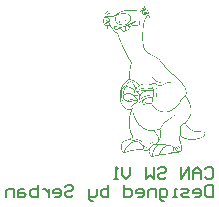
<source format=gbo>
G04*
G04 #@! TF.GenerationSoftware,Altium Limited,Altium Designer,23.4.1 (23)*
G04*
G04 Layer_Color=32896*
%FSLAX44Y44*%
%MOMM*%
G71*
G04*
G04 #@! TF.SameCoordinates,1A97636D-EE55-4475-9E38-B8671C0F235C*
G04*
G04*
G04 #@! TF.FilePolarity,Positive*
G04*
G01*
G75*
%ADD66C,0.1500*%
G36*
X819038Y577054D02*
X819244D01*
Y577020D01*
X819381D01*
Y576985D01*
X819450D01*
Y576951D01*
X819553D01*
Y576917D01*
X819622D01*
Y576882D01*
X819691D01*
Y576848D01*
X819760D01*
Y576814D01*
X819828D01*
Y576779D01*
X819897D01*
Y576745D01*
X819931D01*
Y576710D01*
X820000D01*
Y576676D01*
X820034D01*
Y576642D01*
X820103D01*
Y576607D01*
X820138D01*
Y576573D01*
X820206D01*
Y576539D01*
X820241D01*
Y576504D01*
X820310D01*
Y576470D01*
X820344D01*
Y576435D01*
X820378D01*
Y576401D01*
X820413D01*
Y576367D01*
X820481D01*
Y576332D01*
X820516D01*
Y576298D01*
X820550D01*
Y576264D01*
X820584D01*
Y576229D01*
X820653D01*
Y576195D01*
X820688D01*
Y576160D01*
X820722D01*
Y576126D01*
X820756D01*
Y576092D01*
X820791D01*
Y576057D01*
X820825D01*
Y576023D01*
X820860D01*
Y575989D01*
X820894D01*
Y575954D01*
X820928D01*
Y575920D01*
X820963D01*
Y575886D01*
X820997D01*
Y575851D01*
X821031D01*
Y575817D01*
X821066D01*
Y575782D01*
X821100D01*
Y575748D01*
X821134D01*
Y575714D01*
X821169D01*
Y575679D01*
X821203D01*
Y575645D01*
X821238D01*
Y575611D01*
X821272D01*
Y575576D01*
X821306D01*
Y575507D01*
X821341D01*
Y575473D01*
X821375D01*
Y575439D01*
X821409D01*
Y575404D01*
X821444D01*
Y575370D01*
X821478D01*
Y575301D01*
X821513D01*
Y575267D01*
X821547D01*
Y575232D01*
X821581D01*
Y575198D01*
X821616D01*
Y575129D01*
X821650D01*
Y575095D01*
X821684D01*
Y575026D01*
X821719D01*
Y574992D01*
X821753D01*
Y574957D01*
X821787D01*
Y574889D01*
X821822D01*
Y574854D01*
X821856D01*
Y574785D01*
X821891D01*
Y574717D01*
X821925D01*
Y574648D01*
X821959D01*
Y574614D01*
X821994D01*
Y574545D01*
X822028D01*
Y574476D01*
X822063D01*
Y574373D01*
X822097D01*
Y574304D01*
X822131D01*
Y574201D01*
X822166D01*
Y574098D01*
X822200D01*
Y573926D01*
X822234D01*
Y573548D01*
X822269D01*
Y573445D01*
X822303D01*
Y573376D01*
X822337D01*
Y573342D01*
X822372D01*
Y573307D01*
X822406D01*
Y573273D01*
X822441D01*
Y573239D01*
X822509D01*
Y573204D01*
X822544D01*
Y573170D01*
X822613D01*
Y573136D01*
X822681D01*
Y573101D01*
X822716D01*
Y573067D01*
X822784D01*
Y573032D01*
X822853D01*
Y572998D01*
X822922D01*
Y572964D01*
X822956D01*
Y572929D01*
X823025D01*
Y572895D01*
X823059D01*
Y572861D01*
X823094D01*
Y572826D01*
X823162D01*
Y572792D01*
X823197D01*
Y572758D01*
X823231D01*
Y572723D01*
X823266D01*
Y572689D01*
X823334D01*
Y572654D01*
X823369D01*
Y572620D01*
X823403D01*
Y572586D01*
X823437D01*
Y572551D01*
X823472D01*
Y572517D01*
X823506D01*
Y572483D01*
X823575D01*
Y572448D01*
X823609D01*
Y572414D01*
X823644D01*
Y572379D01*
X823678D01*
Y572345D01*
X823712D01*
Y572311D01*
X823747D01*
Y572276D01*
X823781D01*
Y572242D01*
X823816D01*
Y572208D01*
X823850D01*
Y572173D01*
X823884D01*
Y572139D01*
X823919D01*
Y572104D01*
X823953D01*
Y572070D01*
X823987D01*
Y572036D01*
X824022D01*
Y572001D01*
X824056D01*
Y571967D01*
X824090D01*
Y571898D01*
X824125D01*
Y571864D01*
X824159D01*
Y571829D01*
X824194D01*
Y571795D01*
X824228D01*
Y571761D01*
X824262D01*
Y571692D01*
X824297D01*
Y571658D01*
X824331D01*
Y571623D01*
X824365D01*
Y571554D01*
X824400D01*
Y571486D01*
X824434D01*
Y571417D01*
X824469D01*
Y571348D01*
X824503D01*
Y571245D01*
X824537D01*
Y571142D01*
X824572D01*
Y571039D01*
X824606D01*
Y570936D01*
X824641D01*
Y570764D01*
X824675D01*
Y570558D01*
X824709D01*
Y570248D01*
X824744D01*
Y569767D01*
X824709D01*
Y569423D01*
X824675D01*
Y569217D01*
X824641D01*
Y569011D01*
X824606D01*
Y568805D01*
X824572D01*
Y568633D01*
X824537D01*
Y568392D01*
X824503D01*
Y568083D01*
X824537D01*
Y568014D01*
X824572D01*
Y567980D01*
X824675D01*
Y567945D01*
X824812D01*
Y567911D01*
X824950D01*
Y567877D01*
X825018D01*
Y567842D01*
X825087D01*
Y567808D01*
X825156D01*
Y567774D01*
X825225D01*
Y567739D01*
X825259D01*
Y567705D01*
X825328D01*
Y567670D01*
X825362D01*
Y567636D01*
X825397D01*
Y567602D01*
X825431D01*
Y567567D01*
X825500D01*
Y567533D01*
X825534D01*
Y567499D01*
X825568D01*
Y567464D01*
X825603D01*
Y567430D01*
X825637D01*
Y567361D01*
X825672D01*
Y567327D01*
X825706D01*
Y567292D01*
X825740D01*
Y567258D01*
X825775D01*
Y567189D01*
X825809D01*
Y567155D01*
X825844D01*
Y567086D01*
X825878D01*
Y567052D01*
X825912D01*
Y566983D01*
X825947D01*
Y566914D01*
X825981D01*
Y566846D01*
X826015D01*
Y566777D01*
X826050D01*
Y566708D01*
X826084D01*
Y566605D01*
X826118D01*
Y566502D01*
X826153D01*
Y566399D01*
X826187D01*
Y566227D01*
X826222D01*
Y565711D01*
X826187D01*
Y565643D01*
X826153D01*
Y565608D01*
X826118D01*
Y565643D01*
X826084D01*
Y565677D01*
X826050D01*
Y565711D01*
X826015D01*
Y565746D01*
X825981D01*
Y565780D01*
X825947D01*
Y565849D01*
X825912D01*
Y565917D01*
X825878D01*
Y565952D01*
X825844D01*
Y566021D01*
X825809D01*
Y566089D01*
X825775D01*
Y566158D01*
X825740D01*
Y566192D01*
X825706D01*
Y566261D01*
X825672D01*
Y566330D01*
X825637D01*
Y566364D01*
X825603D01*
Y566433D01*
X825568D01*
Y566467D01*
X825534D01*
Y566536D01*
X825500D01*
Y566571D01*
X825465D01*
Y566639D01*
X825431D01*
Y566674D01*
X825397D01*
Y566708D01*
X825362D01*
Y566742D01*
X825328D01*
Y566811D01*
X825294D01*
Y566846D01*
X825259D01*
Y566880D01*
X825225D01*
Y566914D01*
X825190D01*
Y566949D01*
X825156D01*
Y567017D01*
X825122D01*
Y567052D01*
X825087D01*
Y567086D01*
X825053D01*
Y567121D01*
X825018D01*
Y567155D01*
X824984D01*
Y567189D01*
X824950D01*
Y567224D01*
X824915D01*
Y567258D01*
X824881D01*
Y567292D01*
X824847D01*
Y567327D01*
X824812D01*
Y567361D01*
X824778D01*
Y567396D01*
X824744D01*
Y567430D01*
X824709D01*
Y567464D01*
X824675D01*
Y567499D01*
X824641D01*
Y567533D01*
X824606D01*
Y567567D01*
X824572D01*
Y567602D01*
X824503D01*
Y567636D01*
X824469D01*
Y567670D01*
X824434D01*
Y567705D01*
X824365D01*
Y567739D01*
X824228D01*
Y567705D01*
X824194D01*
Y567670D01*
X824159D01*
Y567636D01*
X824125D01*
Y567602D01*
X824090D01*
Y567567D01*
X824056D01*
Y567533D01*
X824022D01*
Y567499D01*
X823987D01*
Y567464D01*
X823953D01*
Y567396D01*
X823919D01*
Y567361D01*
X823884D01*
Y567327D01*
X823850D01*
Y567292D01*
X823816D01*
Y567258D01*
X823781D01*
Y567189D01*
X823747D01*
Y567155D01*
X823712D01*
Y567121D01*
X823678D01*
Y567086D01*
X823644D01*
Y567017D01*
X823609D01*
Y566983D01*
X823575D01*
Y566949D01*
X823540D01*
Y566880D01*
X823506D01*
Y566846D01*
X823472D01*
Y566811D01*
X823437D01*
Y566742D01*
X823403D01*
Y566708D01*
X823369D01*
Y566674D01*
X823334D01*
Y566639D01*
X823300D01*
Y566571D01*
X823266D01*
Y566536D01*
X823231D01*
Y566502D01*
X823197D01*
Y566433D01*
X823162D01*
Y566399D01*
X823128D01*
Y566364D01*
X823094D01*
Y566296D01*
X823059D01*
Y566261D01*
X823025D01*
Y566227D01*
X822991D01*
Y566158D01*
X822956D01*
Y566124D01*
X822922D01*
Y566055D01*
X822887D01*
Y566021D01*
X822853D01*
Y565986D01*
X822819D01*
Y565917D01*
X822784D01*
Y565883D01*
X822750D01*
Y565814D01*
X822716D01*
Y565780D01*
X822681D01*
Y565746D01*
X822647D01*
Y565677D01*
X822613D01*
Y565643D01*
X822578D01*
Y565574D01*
X822544D01*
Y565539D01*
X822509D01*
Y565471D01*
X822475D01*
Y565436D01*
X822441D01*
Y565368D01*
X822406D01*
Y565333D01*
X822372D01*
Y565264D01*
X822337D01*
Y565196D01*
X822303D01*
Y565161D01*
X822269D01*
Y565093D01*
X822234D01*
Y565024D01*
X822200D01*
Y564955D01*
X822166D01*
Y564886D01*
X822131D01*
Y564818D01*
X822097D01*
Y564749D01*
X822063D01*
Y564680D01*
X822028D01*
Y564611D01*
X821994D01*
Y564508D01*
X821959D01*
Y564439D01*
X821925D01*
Y564336D01*
X821891D01*
Y564268D01*
X821856D01*
Y564164D01*
X821822D01*
Y564096D01*
X821787D01*
Y563993D01*
X821753D01*
Y563889D01*
X821719D01*
Y563786D01*
X821684D01*
Y563683D01*
X821650D01*
Y563580D01*
X821616D01*
Y563477D01*
X821581D01*
Y563374D01*
X821547D01*
Y563271D01*
X821513D01*
Y563168D01*
X821478D01*
Y563030D01*
X821444D01*
Y562927D01*
X821409D01*
Y562790D01*
X821375D01*
Y562686D01*
X821341D01*
Y562549D01*
X821306D01*
Y562411D01*
X821272D01*
Y562274D01*
X821238D01*
Y562136D01*
X821203D01*
Y561999D01*
X821169D01*
Y561827D01*
X821134D01*
Y561690D01*
X821100D01*
Y561552D01*
X821066D01*
Y561380D01*
X821031D01*
Y561243D01*
X820997D01*
Y561071D01*
X820963D01*
Y560899D01*
X820928D01*
Y560727D01*
X820894D01*
Y560555D01*
X820860D01*
Y560383D01*
X820825D01*
Y560177D01*
X820791D01*
Y559971D01*
X820756D01*
Y559799D01*
X820722D01*
Y559593D01*
X820688D01*
Y559352D01*
X820653D01*
Y559146D01*
X820619D01*
Y558905D01*
X820584D01*
Y558665D01*
X820550D01*
Y558424D01*
X820516D01*
Y558149D01*
X820481D01*
Y557874D01*
X820447D01*
Y557599D01*
X820413D01*
Y557256D01*
X820378D01*
Y556946D01*
X820344D01*
Y556568D01*
X820310D01*
Y556156D01*
X820275D01*
Y555640D01*
X820241D01*
Y554918D01*
X820206D01*
Y554025D01*
X820172D01*
Y552753D01*
X820138D01*
Y550897D01*
X820103D01*
Y547150D01*
X820138D01*
Y546085D01*
X820172D01*
Y545603D01*
X820206D01*
Y545191D01*
X820241D01*
Y544847D01*
X820275D01*
Y544538D01*
X820310D01*
Y544263D01*
X820344D01*
Y543988D01*
X820378D01*
Y543747D01*
X820413D01*
Y543507D01*
X820447D01*
Y543300D01*
X820481D01*
Y543094D01*
X820516D01*
Y542922D01*
X820550D01*
Y542716D01*
X820584D01*
Y542544D01*
X820619D01*
Y542372D01*
X820653D01*
Y542235D01*
X820688D01*
Y542063D01*
X820722D01*
Y541925D01*
X820756D01*
Y541788D01*
X820791D01*
Y541651D01*
X820825D01*
Y541479D01*
X820860D01*
Y541376D01*
X820894D01*
Y541238D01*
X820928D01*
Y541135D01*
X820963D01*
Y540997D01*
X820997D01*
Y540894D01*
X821031D01*
Y540791D01*
X821066D01*
Y540688D01*
X821100D01*
Y540585D01*
X821134D01*
Y540482D01*
X821169D01*
Y540379D01*
X821203D01*
Y540276D01*
X821238D01*
Y540207D01*
X821272D01*
Y540104D01*
X821306D01*
Y540001D01*
X821341D01*
Y539932D01*
X821375D01*
Y539863D01*
X821409D01*
Y539760D01*
X821444D01*
Y539691D01*
X821478D01*
Y539622D01*
X821513D01*
Y539554D01*
X821547D01*
Y539485D01*
X821581D01*
Y539416D01*
X821616D01*
Y539347D01*
X821650D01*
Y539279D01*
X821684D01*
Y539210D01*
X821719D01*
Y539176D01*
X821753D01*
Y539107D01*
X821787D01*
Y539072D01*
X821822D01*
Y539004D01*
X821856D01*
Y538969D01*
X821891D01*
Y538901D01*
X821925D01*
Y538866D01*
X821959D01*
Y538797D01*
X821994D01*
Y538763D01*
X822028D01*
Y538729D01*
X822063D01*
Y538660D01*
X822097D01*
Y538626D01*
X822131D01*
Y538591D01*
X822166D01*
Y538557D01*
X822200D01*
Y538488D01*
X822234D01*
Y538454D01*
X822269D01*
Y538419D01*
X822303D01*
Y538385D01*
X822337D01*
Y538316D01*
X822372D01*
Y538282D01*
X822406D01*
Y538248D01*
X822441D01*
Y538213D01*
X822475D01*
Y538179D01*
X822509D01*
Y538110D01*
X822544D01*
Y538076D01*
X822578D01*
Y538041D01*
X822613D01*
Y538007D01*
X822647D01*
Y537973D01*
X822681D01*
Y537938D01*
X822716D01*
Y537904D01*
X822750D01*
Y537869D01*
X822784D01*
Y537835D01*
X822819D01*
Y537801D01*
X822853D01*
Y537732D01*
X822887D01*
Y537698D01*
X822922D01*
Y537663D01*
X822956D01*
Y537629D01*
X822991D01*
Y537594D01*
X823025D01*
Y537560D01*
X823059D01*
Y537526D01*
X823094D01*
Y537491D01*
X823128D01*
Y537457D01*
X823162D01*
Y537423D01*
X823197D01*
Y537388D01*
X823231D01*
Y537354D01*
X823300D01*
Y537319D01*
X823334D01*
Y537285D01*
X823369D01*
Y537251D01*
X823403D01*
Y537216D01*
X823437D01*
Y537182D01*
X823472D01*
Y537148D01*
X823506D01*
Y537113D01*
X823540D01*
Y537079D01*
X823575D01*
Y537044D01*
X823644D01*
Y537010D01*
X823678D01*
Y536976D01*
X823712D01*
Y536941D01*
X823747D01*
Y536907D01*
X823816D01*
Y536873D01*
X823850D01*
Y536838D01*
X823884D01*
Y536804D01*
X823953D01*
Y536770D01*
X823987D01*
Y536735D01*
X824022D01*
Y536701D01*
X824090D01*
Y536666D01*
X824125D01*
Y536632D01*
X824194D01*
Y536598D01*
X824228D01*
Y536563D01*
X824297D01*
Y536529D01*
X824331D01*
Y536495D01*
X824365D01*
Y536460D01*
X824434D01*
Y536426D01*
X824503D01*
Y536391D01*
X824537D01*
Y536357D01*
X824606D01*
Y536323D01*
X824641D01*
Y536288D01*
X824709D01*
Y536254D01*
X824744D01*
Y536220D01*
X824812D01*
Y536185D01*
X824881D01*
Y536151D01*
X824915D01*
Y536116D01*
X824984D01*
Y536082D01*
X825053D01*
Y536048D01*
X825087D01*
Y536013D01*
X825156D01*
Y535979D01*
X825225D01*
Y535945D01*
X825259D01*
Y535910D01*
X825328D01*
Y535876D01*
X825397D01*
Y535841D01*
X825431D01*
Y535807D01*
X825500D01*
Y535773D01*
X825568D01*
Y535738D01*
X825637D01*
Y535704D01*
X825672D01*
Y535670D01*
X825740D01*
Y535635D01*
X825809D01*
Y535601D01*
X825878D01*
Y535566D01*
X825947D01*
Y535532D01*
X825981D01*
Y535498D01*
X826050D01*
Y535463D01*
X826118D01*
Y535429D01*
X826187D01*
Y535395D01*
X826256D01*
Y535360D01*
X826290D01*
Y535326D01*
X826359D01*
Y535291D01*
X826428D01*
Y535257D01*
X826497D01*
Y535223D01*
X826565D01*
Y535188D01*
X826600D01*
Y535154D01*
X826668D01*
Y535120D01*
X826737D01*
Y535085D01*
X826806D01*
Y535051D01*
X826875D01*
Y535017D01*
X826943D01*
Y534982D01*
X827012D01*
Y534948D01*
X827047D01*
Y534913D01*
X827115D01*
Y534879D01*
X827184D01*
Y534845D01*
X827253D01*
Y534810D01*
X827321D01*
Y534776D01*
X827390D01*
Y534742D01*
X827459D01*
Y534707D01*
X827493D01*
Y534673D01*
X827562D01*
Y534638D01*
X827631D01*
Y534604D01*
X827700D01*
Y534570D01*
X827768D01*
Y534535D01*
X827837D01*
Y534501D01*
X827906D01*
Y534467D01*
X827940D01*
Y534432D01*
X828009D01*
Y534398D01*
X828078D01*
Y534364D01*
X828147D01*
Y534329D01*
X828215D01*
Y534295D01*
X828284D01*
Y534260D01*
X828353D01*
Y534226D01*
X828421D01*
Y534192D01*
X828490D01*
Y534157D01*
X828525D01*
Y534123D01*
X828593D01*
Y534089D01*
X828662D01*
Y534054D01*
X828731D01*
Y534020D01*
X828800D01*
Y533985D01*
X828868D01*
Y533951D01*
X828937D01*
Y533917D01*
X829006D01*
Y533882D01*
X829074D01*
Y533848D01*
X829109D01*
Y533814D01*
X829178D01*
Y533779D01*
X829246D01*
Y533745D01*
X829315D01*
Y533710D01*
X829384D01*
Y533676D01*
X829453D01*
Y533642D01*
X829521D01*
Y533607D01*
X829590D01*
Y533573D01*
X829659D01*
Y533539D01*
X829693D01*
Y533504D01*
X829762D01*
Y533470D01*
X829831D01*
Y533435D01*
X829900D01*
Y533401D01*
X829968D01*
Y533367D01*
X830037D01*
Y533332D01*
X830106D01*
Y533298D01*
X830174D01*
Y533264D01*
X830209D01*
Y533229D01*
X830277D01*
Y533195D01*
X830346D01*
Y533161D01*
X830415D01*
Y533126D01*
X830484D01*
Y533092D01*
X830553D01*
Y533057D01*
X830621D01*
Y533023D01*
X830656D01*
Y532989D01*
X830724D01*
Y532954D01*
X830793D01*
Y532920D01*
X830862D01*
Y532886D01*
X830931D01*
Y532851D01*
X830999D01*
Y532817D01*
X831034D01*
Y532782D01*
X831103D01*
Y532748D01*
X831171D01*
Y532714D01*
X831240D01*
Y532679D01*
X831309D01*
Y532645D01*
X831377D01*
Y532611D01*
X831412D01*
Y532576D01*
X831481D01*
Y532542D01*
X831549D01*
Y532507D01*
X831618D01*
Y532473D01*
X831652D01*
Y532439D01*
X831721D01*
Y532404D01*
X831790D01*
Y532370D01*
X831859D01*
Y532336D01*
X831927D01*
Y532301D01*
X831962D01*
Y532267D01*
X832030D01*
Y532232D01*
X832099D01*
Y532198D01*
X832168D01*
Y532164D01*
X832202D01*
Y532129D01*
X832271D01*
Y532095D01*
X832306D01*
Y532061D01*
X832374D01*
Y532026D01*
X832443D01*
Y531992D01*
X832477D01*
Y531957D01*
X832546D01*
Y531923D01*
X832580D01*
Y531889D01*
X832649D01*
Y531854D01*
X832684D01*
Y531820D01*
X832718D01*
Y531786D01*
X832752D01*
Y531751D01*
X832821D01*
Y531717D01*
X832856D01*
Y531682D01*
X832890D01*
Y531648D01*
X832959D01*
Y531614D01*
X832993D01*
Y531579D01*
X833027D01*
Y531545D01*
X833062D01*
Y531511D01*
X833096D01*
Y531476D01*
X833130D01*
Y531442D01*
X833199D01*
Y531407D01*
X833234D01*
Y531373D01*
X833268D01*
Y531339D01*
X833302D01*
Y531304D01*
X833337D01*
Y531270D01*
X833371D01*
Y531236D01*
X833405D01*
Y531201D01*
X833440D01*
Y531167D01*
X833474D01*
Y531133D01*
X833509D01*
Y531098D01*
X833543D01*
Y531064D01*
X833612D01*
Y531029D01*
X833646D01*
Y530995D01*
X833680D01*
Y530961D01*
X833715D01*
Y530926D01*
X833749D01*
Y530892D01*
X833783D01*
Y530858D01*
X833818D01*
Y530823D01*
X833852D01*
Y530789D01*
X833887D01*
Y530754D01*
X833921D01*
Y530720D01*
X833955D01*
Y530686D01*
X833990D01*
Y530651D01*
X834024D01*
Y530617D01*
X834059D01*
Y530583D01*
X834093D01*
Y530548D01*
X834127D01*
Y530514D01*
X834162D01*
Y530479D01*
X834196D01*
Y530445D01*
X834230D01*
Y530411D01*
X834265D01*
Y530342D01*
X834299D01*
Y530308D01*
X834333D01*
Y530273D01*
X834368D01*
Y530239D01*
X834402D01*
Y530204D01*
X834437D01*
Y530170D01*
X834471D01*
Y530136D01*
X834505D01*
Y530101D01*
X834540D01*
Y530067D01*
X834574D01*
Y530033D01*
X834609D01*
Y529998D01*
X834643D01*
Y529964D01*
X834677D01*
Y529929D01*
X834712D01*
Y529861D01*
X834746D01*
Y529826D01*
X834780D01*
Y529792D01*
X834815D01*
Y529758D01*
X834849D01*
Y529723D01*
X834883D01*
Y529689D01*
X834918D01*
Y529654D01*
X834952D01*
Y529620D01*
X834987D01*
Y529551D01*
X835021D01*
Y529517D01*
X835055D01*
Y529483D01*
X835090D01*
Y529448D01*
X835124D01*
Y529414D01*
X835158D01*
Y529380D01*
X835193D01*
Y529311D01*
X835227D01*
Y529276D01*
X835262D01*
Y529242D01*
X835296D01*
Y529208D01*
X835330D01*
Y529173D01*
X835365D01*
Y529139D01*
X835399D01*
Y529070D01*
X835433D01*
Y529036D01*
X835468D01*
Y529001D01*
X835502D01*
Y528967D01*
X835536D01*
Y528898D01*
X835571D01*
Y528864D01*
X835605D01*
Y528829D01*
X835640D01*
Y528795D01*
X835674D01*
Y528726D01*
X835708D01*
Y528692D01*
X835743D01*
Y528658D01*
X835777D01*
Y528623D01*
X835811D01*
Y528554D01*
X835846D01*
Y528520D01*
X835880D01*
Y528486D01*
X835915D01*
Y528451D01*
X835949D01*
Y528383D01*
X835983D01*
Y528348D01*
X836018D01*
Y528314D01*
X836052D01*
Y528245D01*
X836087D01*
Y528211D01*
X836121D01*
Y528176D01*
X836155D01*
Y528108D01*
X836190D01*
Y528073D01*
X836224D01*
Y528039D01*
X836258D01*
Y527970D01*
X836293D01*
Y527936D01*
X836327D01*
Y527867D01*
X836361D01*
Y527833D01*
X836396D01*
Y527798D01*
X836430D01*
Y527730D01*
X836465D01*
Y527695D01*
X836499D01*
Y527626D01*
X836533D01*
Y527592D01*
X836568D01*
Y527558D01*
X836602D01*
Y527489D01*
X836637D01*
Y527455D01*
X836671D01*
Y527420D01*
X836705D01*
Y527351D01*
X836740D01*
Y527317D01*
X836774D01*
Y527283D01*
X836808D01*
Y527214D01*
X836843D01*
Y527180D01*
X836877D01*
Y527145D01*
X836911D01*
Y527111D01*
X836946D01*
Y527042D01*
X836980D01*
Y527008D01*
X837015D01*
Y526973D01*
X837049D01*
Y526905D01*
X837083D01*
Y526870D01*
X837118D01*
Y526836D01*
X837152D01*
Y526801D01*
X837186D01*
Y526733D01*
X837221D01*
Y526698D01*
X837255D01*
Y526664D01*
X837290D01*
Y526630D01*
X837324D01*
Y526595D01*
X837358D01*
Y526527D01*
X837393D01*
Y526492D01*
X837427D01*
Y526458D01*
X837461D01*
Y526423D01*
X837496D01*
Y526389D01*
X837530D01*
Y526320D01*
X837564D01*
Y526286D01*
X837599D01*
Y526252D01*
X837633D01*
Y526217D01*
X837668D01*
Y526183D01*
X837702D01*
Y526114D01*
X837736D01*
Y526080D01*
X837771D01*
Y526045D01*
X837805D01*
Y526011D01*
X837840D01*
Y525977D01*
X837874D01*
Y525942D01*
X837908D01*
Y525908D01*
X837943D01*
Y525839D01*
X837977D01*
Y525805D01*
X838011D01*
Y525770D01*
X838046D01*
Y525736D01*
X838080D01*
Y525702D01*
X838114D01*
Y525667D01*
X838149D01*
Y525633D01*
X838183D01*
Y525564D01*
X838218D01*
Y525530D01*
X838252D01*
Y525495D01*
X838286D01*
Y525461D01*
X838321D01*
Y525427D01*
X838355D01*
Y525392D01*
X838390D01*
Y525358D01*
X838424D01*
Y525323D01*
X838458D01*
Y525289D01*
X838493D01*
Y525220D01*
X838527D01*
Y525186D01*
X838561D01*
Y525152D01*
X838596D01*
Y525117D01*
X838630D01*
Y525083D01*
X838664D01*
Y525048D01*
X838699D01*
Y525014D01*
X838733D01*
Y524980D01*
X838768D01*
Y524945D01*
X838802D01*
Y524911D01*
X838836D01*
Y524877D01*
X838871D01*
Y524808D01*
X838905D01*
Y524774D01*
X838939D01*
Y524739D01*
X838974D01*
Y524705D01*
X839008D01*
Y524670D01*
X839043D01*
Y524636D01*
X839077D01*
Y524602D01*
X839111D01*
Y524567D01*
X839146D01*
Y524533D01*
X839180D01*
Y524499D01*
X839214D01*
Y524464D01*
X839249D01*
Y524430D01*
X839283D01*
Y524395D01*
X839317D01*
Y524361D01*
X839352D01*
Y524327D01*
X839386D01*
Y524292D01*
X839421D01*
Y524258D01*
X839455D01*
Y524189D01*
X839489D01*
Y524155D01*
X839524D01*
Y524120D01*
X839558D01*
Y524086D01*
X839593D01*
Y524052D01*
X839627D01*
Y524017D01*
X839661D01*
Y523983D01*
X839696D01*
Y523949D01*
X839730D01*
Y523914D01*
X839764D01*
Y523880D01*
X839799D01*
Y523845D01*
X839833D01*
Y523811D01*
X839867D01*
Y523777D01*
X839902D01*
Y523742D01*
X839936D01*
Y523708D01*
X839971D01*
Y523674D01*
X840005D01*
Y523639D01*
X840039D01*
Y523605D01*
X840074D01*
Y523571D01*
X840108D01*
Y523536D01*
X840142D01*
Y523502D01*
X840177D01*
Y523467D01*
X840211D01*
Y523433D01*
X840246D01*
Y523399D01*
X840280D01*
Y523364D01*
X840314D01*
Y523330D01*
X840349D01*
Y523296D01*
X840383D01*
Y523261D01*
X840417D01*
Y523227D01*
X840452D01*
Y523192D01*
X840486D01*
Y523158D01*
X840520D01*
Y523124D01*
X840555D01*
Y523089D01*
X840589D01*
Y523055D01*
X840624D01*
Y523021D01*
X840658D01*
Y522986D01*
X840692D01*
Y522952D01*
X840727D01*
Y522917D01*
X840761D01*
Y522883D01*
X840796D01*
Y522849D01*
X840830D01*
Y522814D01*
X840864D01*
Y522780D01*
X840899D01*
Y522746D01*
X840933D01*
Y522711D01*
X840967D01*
Y522677D01*
X841002D01*
Y522643D01*
X841036D01*
Y522608D01*
X841070D01*
Y522574D01*
X841105D01*
Y522539D01*
X841139D01*
Y522505D01*
X841174D01*
Y522471D01*
X841208D01*
Y522436D01*
X841242D01*
Y522402D01*
X841277D01*
Y522368D01*
X841311D01*
Y522333D01*
X841346D01*
Y522299D01*
X841380D01*
Y522264D01*
X841414D01*
Y522230D01*
X841449D01*
Y522196D01*
X841483D01*
Y522161D01*
X841517D01*
Y522127D01*
X841552D01*
Y522093D01*
X841586D01*
Y522058D01*
X841620D01*
Y522024D01*
X841655D01*
Y521989D01*
X841689D01*
Y521955D01*
X841724D01*
Y521921D01*
X841758D01*
Y521886D01*
X841792D01*
Y521852D01*
X841827D01*
Y521818D01*
X841861D01*
Y521783D01*
X841895D01*
Y521749D01*
X841930D01*
Y521714D01*
X841964D01*
Y521680D01*
X841999D01*
Y521646D01*
X842033D01*
Y521611D01*
X842067D01*
Y521577D01*
X842102D01*
Y521543D01*
X842136D01*
Y521508D01*
X842170D01*
Y521474D01*
X842205D01*
Y521439D01*
X842239D01*
Y521405D01*
X842274D01*
Y521371D01*
X842308D01*
Y521336D01*
X842342D01*
Y521302D01*
X842377D01*
Y521268D01*
X842411D01*
Y521233D01*
X842445D01*
Y521199D01*
X842480D01*
Y521164D01*
X842514D01*
Y521130D01*
X842549D01*
Y521096D01*
X842583D01*
Y521061D01*
X842617D01*
Y521027D01*
X842652D01*
Y520993D01*
X842686D01*
Y520958D01*
X842720D01*
Y520924D01*
X842755D01*
Y520890D01*
X842789D01*
Y520855D01*
X842823D01*
Y520821D01*
X842892D01*
Y520786D01*
X842927D01*
Y520752D01*
X842961D01*
Y520718D01*
X842995D01*
Y520683D01*
X843030D01*
Y520649D01*
X843064D01*
Y520615D01*
X843099D01*
Y520580D01*
X843133D01*
Y520546D01*
X843167D01*
Y520511D01*
X843202D01*
Y520477D01*
X843236D01*
Y520443D01*
X843270D01*
Y520408D01*
X843305D01*
Y520374D01*
X843339D01*
Y520340D01*
X843373D01*
Y520305D01*
X843408D01*
Y520271D01*
X843442D01*
Y520236D01*
X843477D01*
Y520202D01*
X843511D01*
Y520168D01*
X843545D01*
Y520133D01*
X843580D01*
Y520099D01*
X843614D01*
Y520065D01*
X843649D01*
Y520030D01*
X843683D01*
Y519996D01*
X843752D01*
Y519961D01*
X843786D01*
Y519927D01*
X843820D01*
Y519893D01*
X843855D01*
Y519858D01*
X843889D01*
Y519824D01*
X843923D01*
Y519790D01*
X843958D01*
Y519755D01*
X843992D01*
Y519721D01*
X844026D01*
Y519686D01*
X844061D01*
Y519652D01*
X844095D01*
Y519618D01*
X844130D01*
Y519583D01*
X844164D01*
Y519549D01*
X844198D01*
Y519515D01*
X844233D01*
Y519480D01*
X844267D01*
Y519446D01*
X844302D01*
Y519411D01*
X844336D01*
Y519377D01*
X844370D01*
Y519343D01*
X844405D01*
Y519308D01*
X844439D01*
Y519274D01*
X844473D01*
Y519240D01*
X844508D01*
Y519205D01*
X844542D01*
Y519171D01*
X844611D01*
Y519137D01*
X844645D01*
Y519102D01*
X844680D01*
Y519068D01*
X844714D01*
Y519033D01*
X844748D01*
Y518999D01*
X844783D01*
Y518965D01*
X844817D01*
Y518930D01*
X844852D01*
Y518896D01*
X844886D01*
Y518862D01*
X844920D01*
Y518827D01*
X844955D01*
Y518793D01*
X844989D01*
Y518758D01*
X845023D01*
Y518724D01*
X845058D01*
Y518690D01*
X845092D01*
Y518655D01*
X845126D01*
Y518621D01*
X845161D01*
Y518587D01*
X845195D01*
Y518552D01*
X845230D01*
Y518518D01*
X845264D01*
Y518483D01*
X845298D01*
Y518449D01*
X845333D01*
Y518415D01*
X845401D01*
Y518380D01*
X845436D01*
Y518346D01*
X845470D01*
Y518312D01*
X845505D01*
Y518277D01*
X845539D01*
Y518243D01*
X845573D01*
Y518208D01*
X845608D01*
Y518174D01*
X845642D01*
Y518140D01*
X845676D01*
Y518105D01*
X845711D01*
Y518071D01*
X845745D01*
Y518037D01*
X845779D01*
Y518002D01*
X845814D01*
Y517968D01*
X845848D01*
Y517933D01*
X845883D01*
Y517899D01*
X845917D01*
Y517865D01*
X845951D01*
Y517830D01*
X845986D01*
Y517796D01*
X846020D01*
Y517762D01*
X846055D01*
Y517727D01*
X846089D01*
Y517693D01*
X846123D01*
Y517659D01*
X846158D01*
Y517624D01*
X846226D01*
Y517590D01*
X846261D01*
Y517555D01*
X846295D01*
Y517521D01*
X846329D01*
Y517487D01*
X846364D01*
Y517452D01*
X846398D01*
Y517418D01*
X846433D01*
Y517383D01*
X846467D01*
Y517349D01*
X846501D01*
Y517315D01*
X846536D01*
Y517280D01*
X846570D01*
Y517246D01*
X846605D01*
Y517212D01*
X846639D01*
Y517177D01*
X846673D01*
Y517143D01*
X846708D01*
Y517108D01*
X846742D01*
Y517074D01*
X846776D01*
Y517040D01*
X846811D01*
Y517005D01*
X846845D01*
Y516971D01*
X846880D01*
Y516937D01*
X846914D01*
Y516902D01*
X846948D01*
Y516868D01*
X847017D01*
Y516833D01*
X847051D01*
Y516799D01*
X847086D01*
Y516765D01*
X847120D01*
Y516730D01*
X847154D01*
Y516696D01*
X847189D01*
Y516662D01*
X847223D01*
Y516627D01*
X847258D01*
Y516593D01*
X847292D01*
Y516558D01*
X847326D01*
Y516524D01*
X847361D01*
Y516490D01*
X847395D01*
Y516455D01*
X847429D01*
Y516421D01*
X847464D01*
Y516387D01*
X847498D01*
Y516352D01*
X847533D01*
Y516318D01*
X847567D01*
Y516283D01*
X847601D01*
Y516249D01*
X847636D01*
Y516215D01*
X847670D01*
Y516180D01*
X847704D01*
Y516146D01*
X847739D01*
Y516112D01*
X847773D01*
Y516077D01*
X847842D01*
Y516043D01*
X847876D01*
Y516009D01*
X847911D01*
Y515974D01*
X847945D01*
Y515940D01*
X847979D01*
Y515905D01*
X848014D01*
Y515871D01*
X848048D01*
Y515837D01*
X848083D01*
Y515802D01*
X848117D01*
Y515768D01*
X848151D01*
Y515734D01*
X848186D01*
Y515699D01*
X848220D01*
Y515665D01*
X848254D01*
Y515630D01*
X848289D01*
Y515596D01*
X848323D01*
Y515562D01*
X848357D01*
Y515527D01*
X848392D01*
Y515493D01*
X848426D01*
Y515459D01*
X848461D01*
Y515424D01*
X848495D01*
Y515390D01*
X848529D01*
Y515355D01*
X848564D01*
Y515321D01*
X848633D01*
Y515287D01*
X848667D01*
Y515252D01*
X848701D01*
Y515218D01*
X848736D01*
Y515184D01*
X848770D01*
Y515149D01*
X848804D01*
Y515115D01*
X848839D01*
Y515080D01*
X848873D01*
Y515046D01*
X848907D01*
Y515012D01*
X848942D01*
Y514977D01*
X848976D01*
Y514943D01*
X849010D01*
Y514909D01*
X849045D01*
Y514874D01*
X849079D01*
Y514840D01*
X849114D01*
Y514805D01*
X849148D01*
Y514771D01*
X849182D01*
Y514737D01*
X849217D01*
Y514702D01*
X849251D01*
Y514668D01*
X849286D01*
Y514634D01*
X849320D01*
Y514599D01*
X849354D01*
Y514565D01*
X849389D01*
Y514530D01*
X849457D01*
Y514496D01*
X849492D01*
Y514462D01*
X849526D01*
Y514427D01*
X849560D01*
Y514393D01*
X849595D01*
Y514359D01*
X849629D01*
Y514324D01*
X849664D01*
Y514290D01*
X849698D01*
Y514256D01*
X849732D01*
Y514221D01*
X849767D01*
Y514187D01*
X849801D01*
Y514152D01*
X849836D01*
Y514118D01*
X849870D01*
Y514084D01*
X849904D01*
Y514049D01*
X849939D01*
Y514015D01*
X849973D01*
Y513981D01*
X850007D01*
Y513946D01*
X850042D01*
Y513912D01*
X850076D01*
Y513877D01*
X850110D01*
Y513843D01*
X850145D01*
Y513809D01*
X850179D01*
Y513774D01*
X850214D01*
Y513740D01*
X850248D01*
Y513706D01*
X850282D01*
Y513671D01*
X850317D01*
Y513637D01*
X850351D01*
Y513602D01*
X850385D01*
Y513568D01*
X850420D01*
Y513534D01*
X850454D01*
Y513499D01*
X850489D01*
Y513465D01*
X850523D01*
Y513431D01*
X850557D01*
Y513396D01*
X850592D01*
Y513362D01*
X850626D01*
Y513327D01*
X850660D01*
Y513293D01*
X850695D01*
Y513259D01*
X850729D01*
Y513224D01*
X850764D01*
Y513190D01*
X850798D01*
Y513156D01*
X850832D01*
Y513121D01*
X850867D01*
Y513087D01*
X850901D01*
Y513052D01*
X850935D01*
Y513018D01*
X850970D01*
Y512984D01*
X851004D01*
Y512949D01*
X851039D01*
Y512915D01*
X851073D01*
Y512881D01*
X851107D01*
Y512846D01*
X851142D01*
Y512812D01*
X851176D01*
Y512778D01*
X851210D01*
Y512743D01*
X851245D01*
Y512709D01*
X851279D01*
Y512674D01*
X851313D01*
Y512640D01*
X851348D01*
Y512606D01*
X851382D01*
Y512571D01*
X851417D01*
Y512537D01*
X851451D01*
Y512503D01*
X851485D01*
Y512468D01*
X851520D01*
Y512434D01*
X851554D01*
Y512399D01*
X851589D01*
Y512365D01*
X851623D01*
Y512331D01*
X851657D01*
Y512296D01*
X851692D01*
Y512262D01*
X851726D01*
Y512228D01*
X851760D01*
Y512193D01*
X851795D01*
Y512159D01*
X851829D01*
Y512124D01*
X851863D01*
Y512090D01*
X851898D01*
Y512056D01*
X851932D01*
Y512021D01*
X851967D01*
Y511987D01*
X852001D01*
Y511918D01*
X852035D01*
Y511884D01*
X852070D01*
Y511850D01*
X852104D01*
Y511815D01*
X852139D01*
Y511781D01*
X852173D01*
Y511746D01*
X852207D01*
Y511712D01*
X852242D01*
Y511678D01*
X852276D01*
Y511643D01*
X852310D01*
Y511609D01*
X852345D01*
Y511575D01*
X852379D01*
Y511540D01*
X852413D01*
Y511506D01*
X852448D01*
Y511471D01*
X852482D01*
Y511437D01*
X852517D01*
Y511403D01*
X852551D01*
Y511368D01*
X852585D01*
Y511334D01*
X852620D01*
Y511265D01*
X852654D01*
Y511231D01*
X852688D01*
Y511196D01*
X852723D01*
Y511162D01*
X852757D01*
Y511128D01*
X852792D01*
Y511093D01*
X852826D01*
Y511059D01*
X852860D01*
Y511025D01*
X852895D01*
Y510990D01*
X852929D01*
Y510956D01*
X852963D01*
Y510921D01*
X852998D01*
Y510887D01*
X853032D01*
Y510853D01*
X853066D01*
Y510784D01*
X853101D01*
Y510750D01*
X853135D01*
Y510715D01*
X853170D01*
Y510681D01*
X853204D01*
Y510647D01*
X853238D01*
Y510612D01*
X853273D01*
Y510578D01*
X853307D01*
Y510543D01*
X853342D01*
Y510475D01*
X853376D01*
Y510440D01*
X853410D01*
Y510406D01*
X853445D01*
Y510372D01*
X853479D01*
Y510337D01*
X853513D01*
Y510303D01*
X853548D01*
Y510268D01*
X853582D01*
Y510234D01*
X853616D01*
Y510165D01*
X853651D01*
Y510131D01*
X853685D01*
Y510097D01*
X853720D01*
Y510062D01*
X853754D01*
Y510028D01*
X853788D01*
Y509993D01*
X853823D01*
Y509959D01*
X853857D01*
Y509890D01*
X853892D01*
Y509856D01*
X853926D01*
Y509822D01*
X853960D01*
Y509787D01*
X853995D01*
Y509753D01*
X854029D01*
Y509684D01*
X854063D01*
Y509650D01*
X854098D01*
Y509615D01*
X854132D01*
Y509581D01*
X854166D01*
Y509547D01*
X854201D01*
Y509478D01*
X854235D01*
Y509443D01*
X854269D01*
Y509409D01*
X854304D01*
Y509375D01*
X854338D01*
Y509306D01*
X854373D01*
Y509272D01*
X854407D01*
Y509237D01*
X854441D01*
Y509203D01*
X854476D01*
Y509134D01*
X854510D01*
Y509100D01*
X854545D01*
Y509065D01*
X854579D01*
Y508997D01*
X854613D01*
Y508962D01*
X854648D01*
Y508894D01*
X854682D01*
Y508859D01*
X854716D01*
Y508825D01*
X854751D01*
Y508756D01*
X854785D01*
Y508722D01*
X854819D01*
Y508653D01*
X854854D01*
Y508619D01*
X854888D01*
Y508550D01*
X854923D01*
Y508515D01*
X854957D01*
Y508447D01*
X854991D01*
Y508412D01*
X855026D01*
Y508344D01*
X855060D01*
Y508275D01*
X855095D01*
Y508240D01*
X855129D01*
Y508172D01*
X855163D01*
Y508137D01*
X855198D01*
Y508069D01*
X855232D01*
Y508000D01*
X855266D01*
Y507965D01*
X855301D01*
Y507897D01*
X855335D01*
Y507828D01*
X855369D01*
Y507759D01*
X855404D01*
Y507725D01*
X855438D01*
Y507656D01*
X855473D01*
Y507587D01*
X855507D01*
Y507519D01*
X855541D01*
Y507450D01*
X855576D01*
Y507381D01*
X855610D01*
Y507312D01*
X855644D01*
Y507244D01*
X855679D01*
Y507175D01*
X855713D01*
Y507106D01*
X855748D01*
Y507037D01*
X855782D01*
Y506969D01*
X855816D01*
Y506900D01*
X855851D01*
Y506797D01*
X855885D01*
Y506728D01*
X855919D01*
Y506659D01*
X855954D01*
Y506556D01*
X855988D01*
Y506487D01*
X856022D01*
Y506419D01*
X856057D01*
Y506315D01*
X856091D01*
Y506247D01*
X856126D01*
Y506144D01*
X856160D01*
Y506040D01*
X856194D01*
Y505937D01*
X856229D01*
Y505869D01*
X856263D01*
Y505766D01*
X856298D01*
Y505662D01*
X856332D01*
Y505559D01*
X856366D01*
Y505456D01*
X856401D01*
Y505319D01*
X856435D01*
Y505216D01*
X856469D01*
Y505078D01*
X856504D01*
Y504975D01*
X856538D01*
Y504837D01*
X856572D01*
Y504666D01*
X856607D01*
Y504528D01*
X856641D01*
Y504356D01*
X856676D01*
Y504184D01*
X856710D01*
Y503978D01*
X856744D01*
Y503772D01*
X856779D01*
Y503497D01*
X856813D01*
Y503153D01*
X856848D01*
Y501847D01*
X856813D01*
Y501503D01*
X856779D01*
Y501297D01*
X856744D01*
Y501091D01*
X856710D01*
Y500953D01*
X856676D01*
Y500782D01*
X856641D01*
Y500678D01*
X856607D01*
Y500541D01*
X856572D01*
Y500438D01*
X856538D01*
Y500335D01*
X856504D01*
Y500232D01*
X856469D01*
Y500129D01*
X856435D01*
Y500060D01*
X856401D01*
Y499957D01*
X856366D01*
Y499854D01*
X856401D01*
Y499785D01*
X856435D01*
Y499716D01*
X856469D01*
Y499682D01*
X856504D01*
Y499613D01*
X856538D01*
Y499579D01*
X856572D01*
Y499510D01*
X856607D01*
Y499441D01*
X856641D01*
Y499407D01*
X856676D01*
Y499338D01*
X856710D01*
Y499304D01*
X856744D01*
Y499235D01*
X856779D01*
Y499166D01*
X856813D01*
Y499132D01*
X856848D01*
Y499063D01*
X856882D01*
Y499029D01*
X856916D01*
Y498960D01*
X856951D01*
Y498891D01*
X856985D01*
Y498857D01*
X857019D01*
Y498788D01*
X857054D01*
Y498754D01*
X857088D01*
Y498685D01*
X857122D01*
Y498616D01*
X857157D01*
Y498582D01*
X857191D01*
Y498513D01*
X857226D01*
Y498444D01*
X857260D01*
Y498410D01*
X857294D01*
Y498341D01*
X857329D01*
Y498272D01*
X857363D01*
Y498238D01*
X857397D01*
Y498169D01*
X857432D01*
Y498101D01*
X857466D01*
Y498066D01*
X857501D01*
Y497997D01*
X857535D01*
Y497929D01*
X857569D01*
Y497894D01*
X857604D01*
Y497826D01*
X857638D01*
Y497757D01*
X857672D01*
Y497688D01*
X857707D01*
Y497654D01*
X857741D01*
Y497585D01*
X857776D01*
Y497516D01*
X857810D01*
Y497447D01*
X857844D01*
Y497379D01*
X857879D01*
Y497344D01*
X857913D01*
Y497276D01*
X857947D01*
Y497207D01*
X857982D01*
Y497138D01*
X858016D01*
Y497069D01*
X858051D01*
Y497035D01*
X858085D01*
Y496966D01*
X858119D01*
Y496898D01*
X858154D01*
Y496829D01*
X858188D01*
Y496760D01*
X858222D01*
Y496691D01*
X858257D01*
Y496623D01*
X858291D01*
Y496554D01*
X858326D01*
Y496485D01*
X858360D01*
Y496416D01*
X858394D01*
Y496348D01*
X858429D01*
Y496279D01*
X858463D01*
Y496210D01*
X858497D01*
Y496141D01*
X858532D01*
Y496073D01*
X858566D01*
Y496004D01*
X858600D01*
Y495935D01*
X858635D01*
Y495866D01*
X858669D01*
Y495798D01*
X858704D01*
Y495729D01*
X858738D01*
Y495660D01*
X858772D01*
Y495591D01*
X858807D01*
Y495523D01*
X858841D01*
Y495454D01*
X858876D01*
Y495351D01*
X858910D01*
Y495282D01*
X858944D01*
Y495213D01*
X858979D01*
Y495145D01*
X859013D01*
Y495076D01*
X859047D01*
Y494973D01*
X859082D01*
Y494904D01*
X859116D01*
Y494835D01*
X859150D01*
Y494732D01*
X859185D01*
Y494663D01*
X859219D01*
Y494594D01*
X859254D01*
Y494491D01*
X859288D01*
Y494423D01*
X859322D01*
Y494354D01*
X859357D01*
Y494251D01*
X859391D01*
Y494182D01*
X859425D01*
Y494079D01*
X859460D01*
Y494010D01*
X859494D01*
Y493907D01*
X859529D01*
Y493838D01*
X859563D01*
Y493735D01*
X859597D01*
Y493632D01*
X859632D01*
Y493563D01*
X859666D01*
Y493460D01*
X859700D01*
Y493357D01*
X859735D01*
Y493288D01*
X859769D01*
Y493185D01*
X859803D01*
Y493082D01*
X859838D01*
Y492979D01*
X859872D01*
Y492876D01*
X859907D01*
Y492773D01*
X859941D01*
Y492670D01*
X859975D01*
Y492566D01*
X860010D01*
Y492463D01*
X860044D01*
Y492360D01*
X860079D01*
Y492257D01*
X860113D01*
Y492154D01*
X860147D01*
Y492017D01*
X860182D01*
Y491913D01*
X860216D01*
Y491776D01*
X860250D01*
Y491673D01*
X860285D01*
Y491535D01*
X860319D01*
Y491432D01*
X860353D01*
Y491295D01*
X860388D01*
Y491157D01*
X860422D01*
Y491020D01*
X860457D01*
Y490882D01*
X860491D01*
Y490745D01*
X860525D01*
Y490607D01*
X860560D01*
Y490435D01*
X860594D01*
Y490264D01*
X860629D01*
Y490092D01*
X860663D01*
Y489920D01*
X860697D01*
Y489748D01*
X860732D01*
Y489542D01*
X860766D01*
Y489336D01*
X860800D01*
Y489095D01*
X860835D01*
Y488854D01*
X860869D01*
Y488545D01*
X860903D01*
Y488201D01*
X860938D01*
Y487686D01*
X860972D01*
Y486208D01*
X860938D01*
Y485658D01*
X860903D01*
Y485314D01*
X860869D01*
Y485073D01*
X860835D01*
Y484833D01*
X860800D01*
Y484661D01*
X860766D01*
Y484489D01*
X860732D01*
Y484352D01*
X860697D01*
Y484214D01*
X860663D01*
Y484111D01*
X860629D01*
Y483973D01*
X860594D01*
Y483870D01*
X860560D01*
Y483767D01*
X860525D01*
Y483664D01*
X860491D01*
Y483595D01*
X860457D01*
Y483492D01*
X860422D01*
Y483389D01*
X860388D01*
Y483320D01*
X860353D01*
Y483217D01*
X860319D01*
Y483148D01*
X860285D01*
Y483080D01*
X860250D01*
Y482977D01*
X860216D01*
Y482908D01*
X860182D01*
Y482839D01*
X860147D01*
Y482770D01*
X860113D01*
Y482702D01*
X860079D01*
Y482598D01*
X860044D01*
Y482530D01*
X860010D01*
Y482461D01*
X859975D01*
Y482392D01*
X859941D01*
Y482323D01*
X859907D01*
Y482255D01*
X859872D01*
Y482186D01*
X859838D01*
Y482117D01*
X859803D01*
Y482048D01*
X859769D01*
Y481980D01*
X859735D01*
Y481911D01*
X859700D01*
Y481842D01*
X859666D01*
Y481774D01*
X859632D01*
Y481739D01*
X859597D01*
Y481670D01*
X859563D01*
Y481602D01*
X859529D01*
Y481533D01*
X859494D01*
Y481464D01*
X859460D01*
Y481430D01*
X859425D01*
Y481361D01*
X859391D01*
Y481292D01*
X859357D01*
Y481258D01*
X859322D01*
Y481189D01*
X859288D01*
Y481120D01*
X859254D01*
Y481086D01*
X859219D01*
Y481017D01*
X859185D01*
Y480983D01*
X859150D01*
Y480914D01*
X859116D01*
Y480845D01*
X859082D01*
Y480811D01*
X859047D01*
Y480742D01*
X859013D01*
Y480708D01*
X858979D01*
Y480639D01*
X858944D01*
Y480605D01*
X858910D01*
Y480536D01*
X858876D01*
Y480502D01*
X858841D01*
Y480467D01*
X858807D01*
Y480399D01*
X858772D01*
Y480364D01*
X858738D01*
Y480295D01*
X858704D01*
Y480261D01*
X858669D01*
Y480192D01*
X858635D01*
Y480158D01*
X858600D01*
Y480124D01*
X858566D01*
Y480055D01*
X858532D01*
Y480021D01*
X858497D01*
Y479986D01*
X858463D01*
Y479917D01*
X858429D01*
Y479883D01*
X858394D01*
Y479849D01*
X858360D01*
Y479780D01*
X858326D01*
Y479746D01*
X858291D01*
Y479711D01*
X858257D01*
Y479677D01*
X858222D01*
Y479608D01*
X858188D01*
Y479574D01*
X858154D01*
Y479539D01*
X858119D01*
Y479505D01*
X858085D01*
Y479436D01*
X858051D01*
Y479402D01*
X858016D01*
Y479367D01*
X857982D01*
Y479333D01*
X857947D01*
Y479264D01*
X857913D01*
Y479230D01*
X857879D01*
Y479196D01*
X857844D01*
Y479161D01*
X857810D01*
Y479127D01*
X857776D01*
Y479058D01*
X857741D01*
Y479024D01*
X857707D01*
Y478989D01*
X857672D01*
Y478955D01*
X857638D01*
Y478921D01*
X857604D01*
Y478886D01*
X857569D01*
Y478817D01*
X857535D01*
Y478783D01*
X857501D01*
Y478749D01*
X857466D01*
Y478714D01*
X857432D01*
Y478680D01*
X857397D01*
Y478646D01*
X857363D01*
Y478611D01*
X857329D01*
Y478543D01*
X857294D01*
Y478508D01*
X857260D01*
Y478474D01*
X857226D01*
Y478439D01*
X857191D01*
Y478405D01*
X857157D01*
Y478371D01*
X857122D01*
Y478336D01*
X857088D01*
Y478302D01*
X857054D01*
Y478233D01*
X857019D01*
Y478199D01*
X856985D01*
Y478164D01*
X856951D01*
Y478130D01*
X856916D01*
Y478096D01*
X856882D01*
Y478061D01*
X856848D01*
Y478027D01*
X856813D01*
Y477993D01*
X856779D01*
Y477958D01*
X856744D01*
Y477890D01*
X856710D01*
Y477855D01*
X856676D01*
Y477821D01*
X856641D01*
Y477786D01*
X856607D01*
Y477752D01*
X856572D01*
Y477718D01*
X856538D01*
Y477649D01*
X856504D01*
Y477615D01*
X856469D01*
Y477580D01*
X856435D01*
Y477546D01*
X856401D01*
Y477511D01*
X856366D01*
Y477443D01*
X856332D01*
Y477408D01*
X856298D01*
Y477374D01*
X856263D01*
Y477305D01*
X856229D01*
Y477271D01*
X856194D01*
Y477236D01*
X856160D01*
Y477168D01*
X856126D01*
Y477133D01*
X856091D01*
Y477065D01*
X856057D01*
Y477030D01*
X856022D01*
Y476961D01*
X855988D01*
Y476721D01*
X856022D01*
Y476618D01*
X856057D01*
Y476549D01*
X856091D01*
Y476480D01*
X856126D01*
Y476411D01*
X856160D01*
Y476377D01*
X856194D01*
Y476308D01*
X856229D01*
Y476274D01*
X856263D01*
Y476205D01*
X856298D01*
Y476171D01*
X856332D01*
Y476102D01*
X856366D01*
Y476068D01*
X856401D01*
Y476033D01*
X856435D01*
Y475965D01*
X856469D01*
Y475930D01*
X856504D01*
Y475896D01*
X856538D01*
Y475862D01*
X856572D01*
Y475793D01*
X856607D01*
Y475758D01*
X856641D01*
Y475724D01*
X856676D01*
Y475690D01*
X856710D01*
Y475655D01*
X856744D01*
Y475621D01*
X856779D01*
Y475552D01*
X856813D01*
Y475518D01*
X856848D01*
Y475483D01*
X856882D01*
Y475449D01*
X856916D01*
Y475415D01*
X856951D01*
Y475380D01*
X856985D01*
Y475312D01*
X857019D01*
Y475277D01*
X857054D01*
Y475243D01*
X857088D01*
Y475208D01*
X857122D01*
Y475174D01*
X857157D01*
Y475140D01*
X857191D01*
Y475105D01*
X857226D01*
Y475037D01*
X857260D01*
Y475002D01*
X857294D01*
Y474968D01*
X857329D01*
Y474933D01*
X857363D01*
Y474899D01*
X857397D01*
Y474865D01*
X857432D01*
Y474830D01*
X857466D01*
Y474796D01*
X857501D01*
Y474762D01*
X857535D01*
Y474693D01*
X857569D01*
Y474659D01*
X857604D01*
Y474624D01*
X857638D01*
Y474590D01*
X857672D01*
Y474555D01*
X857707D01*
Y474521D01*
X857741D01*
Y474487D01*
X857776D01*
Y474452D01*
X857810D01*
Y474418D01*
X857844D01*
Y474384D01*
X857879D01*
Y474315D01*
X857913D01*
Y474280D01*
X857947D01*
Y474246D01*
X857982D01*
Y474212D01*
X858016D01*
Y474177D01*
X858051D01*
Y474143D01*
X858085D01*
Y474109D01*
X858119D01*
Y474074D01*
X858154D01*
Y474040D01*
X858188D01*
Y474005D01*
X858222D01*
Y473971D01*
X858257D01*
Y473937D01*
X858291D01*
Y473902D01*
X858326D01*
Y473868D01*
X858360D01*
Y473834D01*
X858394D01*
Y473765D01*
X858429D01*
Y473730D01*
X858463D01*
Y473696D01*
X858497D01*
Y473662D01*
X858532D01*
Y473627D01*
X858566D01*
Y473593D01*
X858600D01*
Y473559D01*
X858635D01*
Y473524D01*
X858669D01*
Y473490D01*
X858704D01*
Y473455D01*
X858738D01*
Y473421D01*
X858772D01*
Y473387D01*
X858807D01*
Y473352D01*
X858841D01*
Y473318D01*
X858876D01*
Y473284D01*
X858910D01*
Y473249D01*
X858944D01*
Y473215D01*
X858979D01*
Y473180D01*
X859013D01*
Y473146D01*
X859047D01*
Y473112D01*
X859082D01*
Y473077D01*
X859116D01*
Y473043D01*
X859150D01*
Y473009D01*
X859185D01*
Y472974D01*
X859219D01*
Y472940D01*
X859254D01*
Y472906D01*
X859288D01*
Y472871D01*
X859322D01*
Y472837D01*
X859357D01*
Y472802D01*
X859391D01*
Y472768D01*
X859425D01*
Y472734D01*
X859460D01*
Y472699D01*
X859494D01*
Y472665D01*
X859529D01*
Y472631D01*
X859597D01*
Y472596D01*
X859632D01*
Y472562D01*
X859666D01*
Y472527D01*
X859700D01*
Y472493D01*
X859735D01*
Y472459D01*
X859769D01*
Y472424D01*
X859803D01*
Y472390D01*
X859838D01*
Y472355D01*
X859872D01*
Y472321D01*
X859907D01*
Y472287D01*
X859941D01*
Y472252D01*
X860010D01*
Y472218D01*
X860044D01*
Y472184D01*
X860079D01*
Y472149D01*
X860113D01*
Y472115D01*
X860147D01*
Y472080D01*
X860182D01*
Y472046D01*
X860216D01*
Y472012D01*
X860285D01*
Y471977D01*
X860319D01*
Y471943D01*
X860353D01*
Y471909D01*
X860388D01*
Y471874D01*
X860422D01*
Y471840D01*
X860491D01*
Y471805D01*
X860525D01*
Y471771D01*
X860560D01*
Y471737D01*
X860594D01*
Y471702D01*
X860663D01*
Y471668D01*
X860697D01*
Y471634D01*
X860732D01*
Y471599D01*
X860766D01*
Y471565D01*
X860835D01*
Y471531D01*
X860869D01*
Y471496D01*
X860938D01*
Y471462D01*
X860972D01*
Y471427D01*
X861007D01*
Y471393D01*
X861075D01*
Y471359D01*
X861110D01*
Y471324D01*
X861144D01*
Y471290D01*
X861213D01*
Y471256D01*
X861247D01*
Y471221D01*
X861316D01*
Y471187D01*
X861350D01*
Y471152D01*
X861419D01*
Y471118D01*
X861453D01*
Y471084D01*
X861522D01*
Y471049D01*
X861556D01*
Y471015D01*
X861625D01*
Y470981D01*
X861694D01*
Y470946D01*
X861728D01*
Y470912D01*
X861797D01*
Y470877D01*
X861866D01*
Y470843D01*
X861900D01*
Y470809D01*
X861969D01*
Y470774D01*
X862038D01*
Y470740D01*
X862106D01*
Y470706D01*
X862175D01*
Y470671D01*
X862244D01*
Y470637D01*
X862313D01*
Y470602D01*
X862382D01*
Y470568D01*
X862450D01*
Y470534D01*
X862519D01*
Y470499D01*
X862588D01*
Y470465D01*
X862691D01*
Y470431D01*
X862760D01*
Y470396D01*
X862863D01*
Y470362D01*
X862931D01*
Y470327D01*
X863035D01*
Y470293D01*
X863138D01*
Y470259D01*
X863241D01*
Y470224D01*
X863344D01*
Y470190D01*
X863481D01*
Y470156D01*
X863585D01*
Y470121D01*
X863722D01*
Y470087D01*
X863859D01*
Y470052D01*
X863997D01*
Y470018D01*
X864238D01*
Y469984D01*
X864581D01*
Y469949D01*
X864994D01*
Y469915D01*
X865475D01*
Y469881D01*
X866094D01*
Y469846D01*
X866644D01*
Y469812D01*
X867365D01*
Y469777D01*
X868019D01*
Y469743D01*
X868775D01*
Y469709D01*
X869462D01*
Y469674D01*
X870046D01*
Y469640D01*
X870596D01*
Y469606D01*
X871009D01*
Y469571D01*
X871318D01*
Y469537D01*
X871559D01*
Y469503D01*
X871765D01*
Y469468D01*
X871903D01*
Y469434D01*
X872040D01*
Y469399D01*
X872109D01*
Y469365D01*
X872178D01*
Y469331D01*
X872246D01*
Y469296D01*
X872315D01*
Y469262D01*
X872349D01*
Y469228D01*
X872384D01*
Y469193D01*
X872418D01*
Y469159D01*
X872453D01*
Y469124D01*
X872487D01*
Y469090D01*
X872521D01*
Y469021D01*
X872556D01*
Y468987D01*
X872590D01*
Y468918D01*
X872625D01*
Y468815D01*
X872659D01*
Y468712D01*
X872693D01*
Y468574D01*
X872728D01*
Y467578D01*
X872693D01*
Y467406D01*
X872659D01*
Y467268D01*
X872625D01*
Y467165D01*
X872590D01*
Y467062D01*
X872556D01*
Y466993D01*
X872521D01*
Y466925D01*
X872487D01*
Y466856D01*
X872453D01*
Y466787D01*
X872418D01*
Y466753D01*
X872384D01*
Y466684D01*
X872349D01*
Y466650D01*
X872315D01*
Y466581D01*
X872281D01*
Y466547D01*
X872246D01*
Y466478D01*
X872212D01*
Y466443D01*
X872178D01*
Y466409D01*
X872143D01*
Y466375D01*
X872109D01*
Y466306D01*
X872075D01*
Y466272D01*
X872040D01*
Y466237D01*
X872006D01*
Y466203D01*
X871971D01*
Y466134D01*
X871937D01*
Y466100D01*
X871903D01*
Y466065D01*
X871868D01*
Y466031D01*
X871834D01*
Y465997D01*
X871799D01*
Y465962D01*
X871765D01*
Y465928D01*
X871731D01*
Y465894D01*
X871696D01*
Y465859D01*
X871662D01*
Y465825D01*
X871628D01*
Y465790D01*
X871593D01*
Y465756D01*
X871559D01*
Y465722D01*
X871525D01*
Y465687D01*
X871490D01*
Y465653D01*
X871456D01*
Y465619D01*
X871421D01*
Y465584D01*
X871387D01*
Y465550D01*
X871353D01*
Y465515D01*
X871318D01*
Y465481D01*
X871284D01*
Y465447D01*
X871250D01*
Y465412D01*
X871215D01*
Y465378D01*
X871181D01*
Y465344D01*
X871146D01*
Y465309D01*
X871078D01*
Y465275D01*
X871043D01*
Y465240D01*
X871009D01*
Y465206D01*
X870975D01*
Y465172D01*
X870940D01*
Y465137D01*
X870872D01*
Y465103D01*
X870837D01*
Y465069D01*
X870803D01*
Y465034D01*
X870768D01*
Y465000D01*
X870700D01*
Y464965D01*
X870665D01*
Y464931D01*
X870631D01*
Y464897D01*
X870562D01*
Y464862D01*
X870528D01*
Y464828D01*
X870459D01*
Y464794D01*
X870425D01*
Y464759D01*
X870356D01*
Y464725D01*
X870287D01*
Y464690D01*
X870253D01*
Y464656D01*
X870184D01*
Y464622D01*
X870115D01*
Y464587D01*
X870046D01*
Y464553D01*
X869978D01*
Y464519D01*
X869909D01*
Y464484D01*
X869806D01*
Y464450D01*
X869737D01*
Y464416D01*
X869668D01*
Y464381D01*
X869565D01*
Y464347D01*
X869497D01*
Y464312D01*
X869393D01*
Y464278D01*
X869290D01*
Y464244D01*
X869222D01*
Y464209D01*
X869118D01*
Y464175D01*
X869015D01*
Y464141D01*
X868912D01*
Y464106D01*
X868844D01*
Y464072D01*
X868740D01*
Y464037D01*
X868637D01*
Y464003D01*
X868534D01*
Y463969D01*
X868431D01*
Y463934D01*
X868328D01*
Y463900D01*
X868190D01*
Y463866D01*
X868087D01*
Y463831D01*
X867984D01*
Y463797D01*
X867881D01*
Y463762D01*
X867778D01*
Y463728D01*
X867641D01*
Y463694D01*
X867537D01*
Y463659D01*
X867434D01*
Y463625D01*
X867297D01*
Y463591D01*
X867194D01*
Y463556D01*
X867056D01*
Y463522D01*
X866953D01*
Y463487D01*
X866815D01*
Y463453D01*
X866712D01*
Y463419D01*
X866575D01*
Y463384D01*
X866437D01*
Y463350D01*
X866334D01*
Y463316D01*
X866197D01*
Y463281D01*
X866059D01*
Y463247D01*
X865922D01*
Y463212D01*
X865784D01*
Y463178D01*
X865647D01*
Y463144D01*
X865509D01*
Y463109D01*
X865372D01*
Y463075D01*
X865234D01*
Y463041D01*
X865062D01*
Y463006D01*
X864925D01*
Y462972D01*
X864753D01*
Y462937D01*
X864616D01*
Y462903D01*
X864444D01*
Y462869D01*
X864272D01*
Y462834D01*
X864135D01*
Y462800D01*
X863928D01*
Y462766D01*
X863756D01*
Y462731D01*
X863550D01*
Y462697D01*
X863344D01*
Y462662D01*
X863103D01*
Y462628D01*
X862863D01*
Y462594D01*
X862553D01*
Y462559D01*
X862210D01*
Y462525D01*
X860835D01*
Y462559D01*
X860388D01*
Y462594D01*
X860079D01*
Y462628D01*
X859803D01*
Y462662D01*
X859563D01*
Y462697D01*
X859322D01*
Y462731D01*
X859082D01*
Y462766D01*
X858876D01*
Y462800D01*
X858669D01*
Y462834D01*
X858497D01*
Y462869D01*
X858291D01*
Y462903D01*
X858085D01*
Y462937D01*
X857913D01*
Y462972D01*
X857741D01*
Y463006D01*
X857604D01*
Y463041D01*
X857432D01*
Y463075D01*
X857294D01*
Y463109D01*
X857157D01*
Y463144D01*
X856985D01*
Y463178D01*
X856882D01*
Y463212D01*
X856744D01*
Y463247D01*
X856607D01*
Y463281D01*
X856504D01*
Y463316D01*
X856366D01*
Y463350D01*
X856263D01*
Y463384D01*
X856126D01*
Y463419D01*
X856022D01*
Y463453D01*
X855919D01*
Y463487D01*
X855816D01*
Y463522D01*
X855713D01*
Y463556D01*
X855610D01*
Y463591D01*
X855541D01*
Y463625D01*
X855438D01*
Y463659D01*
X855335D01*
Y463694D01*
X855266D01*
Y463728D01*
X855163D01*
Y463762D01*
X855095D01*
Y463797D01*
X854991D01*
Y463831D01*
X854923D01*
Y463866D01*
X854819D01*
Y463900D01*
X854751D01*
Y463934D01*
X854682D01*
Y463969D01*
X854613D01*
Y464003D01*
X854545D01*
Y464037D01*
X854441D01*
Y464072D01*
X854373D01*
Y464106D01*
X854304D01*
Y464141D01*
X854235D01*
Y464175D01*
X854166D01*
Y464209D01*
X854098D01*
Y464244D01*
X854029D01*
Y464278D01*
X853960D01*
Y464312D01*
X853892D01*
Y464347D01*
X853857D01*
Y464381D01*
X853788D01*
Y464416D01*
X853720D01*
Y464450D01*
X853651D01*
Y464484D01*
X853582D01*
Y464519D01*
X853548D01*
Y464553D01*
X853479D01*
Y464587D01*
X853410D01*
Y464622D01*
X853376D01*
Y464656D01*
X853307D01*
Y464690D01*
X853238D01*
Y464725D01*
X853170D01*
Y464759D01*
X853135D01*
Y464794D01*
X853066D01*
Y464828D01*
X853032D01*
Y464862D01*
X852963D01*
Y464897D01*
X852929D01*
Y464931D01*
X852860D01*
Y464965D01*
X852792D01*
Y465000D01*
X852757D01*
Y465034D01*
X852688D01*
Y465069D01*
X852654D01*
Y465103D01*
X852585D01*
Y465137D01*
X852551D01*
Y465172D01*
X852482D01*
Y465206D01*
X852448D01*
Y465240D01*
X852379D01*
Y465275D01*
X852345D01*
Y465309D01*
X852310D01*
Y465344D01*
X852242D01*
Y465378D01*
X852173D01*
Y465412D01*
X852139D01*
Y465447D01*
X852070D01*
Y465481D01*
X852035D01*
Y465515D01*
X851967D01*
Y465550D01*
X851898D01*
Y465584D01*
X851829D01*
Y465619D01*
X851760D01*
Y465653D01*
X851657D01*
Y465687D01*
X851554D01*
Y465619D01*
X851520D01*
Y465550D01*
X851485D01*
Y465447D01*
X851451D01*
Y465344D01*
X851417D01*
Y465206D01*
X851382D01*
Y465069D01*
X851348D01*
Y464965D01*
X851313D01*
Y464794D01*
X851279D01*
Y464656D01*
X851245D01*
Y464484D01*
X851210D01*
Y464347D01*
X851176D01*
Y464175D01*
X851142D01*
Y464037D01*
X851107D01*
Y463866D01*
X851073D01*
Y463694D01*
X851039D01*
Y463556D01*
X851004D01*
Y463487D01*
X851039D01*
Y463350D01*
X851073D01*
Y463247D01*
X851107D01*
Y463144D01*
X851142D01*
Y463041D01*
X851176D01*
Y462937D01*
X851210D01*
Y462834D01*
X851245D01*
Y462731D01*
X851279D01*
Y462628D01*
X851313D01*
Y462525D01*
X851348D01*
Y462388D01*
X851382D01*
Y462284D01*
X851417D01*
Y462181D01*
X851451D01*
Y462078D01*
X851485D01*
Y461975D01*
X851520D01*
Y461872D01*
X851554D01*
Y461769D01*
X851589D01*
Y461666D01*
X851623D01*
Y461528D01*
X851657D01*
Y461425D01*
X851692D01*
Y461322D01*
X851726D01*
Y461219D01*
X851760D01*
Y461116D01*
X851795D01*
Y461013D01*
X851829D01*
Y460909D01*
X851863D01*
Y460806D01*
X851898D01*
Y460669D01*
X851932D01*
Y460566D01*
X851967D01*
Y460463D01*
X852001D01*
Y460359D01*
X852035D01*
Y460256D01*
X852070D01*
Y460153D01*
X852104D01*
Y460016D01*
X852139D01*
Y459913D01*
X852173D01*
Y459809D01*
X852207D01*
Y459672D01*
X852242D01*
Y459569D01*
X852276D01*
Y459466D01*
X852310D01*
Y459328D01*
X852345D01*
Y459225D01*
X852379D01*
Y459088D01*
X852413D01*
Y458985D01*
X852448D01*
Y458847D01*
X852482D01*
Y458710D01*
X852517D01*
Y458606D01*
X852551D01*
Y458469D01*
X852585D01*
Y458297D01*
X852620D01*
Y458160D01*
X852654D01*
Y458022D01*
X852688D01*
Y457850D01*
X852723D01*
Y457644D01*
X852757D01*
Y457438D01*
X852792D01*
Y457197D01*
X852826D01*
Y456888D01*
X852860D01*
Y456303D01*
X852895D01*
Y455032D01*
X852860D01*
Y454551D01*
X852826D01*
Y454310D01*
X852792D01*
Y454138D01*
X852757D01*
Y454001D01*
X852723D01*
Y453898D01*
X852688D01*
Y453829D01*
X852654D01*
Y453760D01*
X852620D01*
Y453691D01*
X852585D01*
Y453623D01*
X852551D01*
Y453554D01*
X852517D01*
Y453519D01*
X852482D01*
Y453451D01*
X852448D01*
Y453416D01*
X852413D01*
Y453348D01*
X852379D01*
Y453313D01*
X852345D01*
Y453279D01*
X852310D01*
Y453244D01*
X852276D01*
Y453176D01*
X852242D01*
Y453141D01*
X852207D01*
Y453107D01*
X852173D01*
Y453073D01*
X852139D01*
Y453038D01*
X852104D01*
Y453004D01*
X852070D01*
Y452969D01*
X852035D01*
Y452935D01*
X852001D01*
Y452901D01*
X851967D01*
Y452866D01*
X851932D01*
Y452832D01*
X851898D01*
Y452798D01*
X851863D01*
Y452763D01*
X851795D01*
Y452729D01*
X851760D01*
Y452694D01*
X851726D01*
Y452660D01*
X851692D01*
Y452626D01*
X851623D01*
Y452591D01*
X851589D01*
Y452557D01*
X851520D01*
Y452523D01*
X851485D01*
Y452488D01*
X851417D01*
Y452454D01*
X851382D01*
Y452419D01*
X851313D01*
Y452385D01*
X851245D01*
Y452351D01*
X851176D01*
Y452316D01*
X851107D01*
Y452282D01*
X851039D01*
Y452248D01*
X850970D01*
Y452213D01*
X850901D01*
Y452179D01*
X850832D01*
Y452145D01*
X850729D01*
Y452110D01*
X850660D01*
Y452076D01*
X850557D01*
Y452041D01*
X850454D01*
Y452007D01*
X850351D01*
Y451973D01*
X850248D01*
Y451938D01*
X850145D01*
Y451904D01*
X850007D01*
Y451870D01*
X849904D01*
Y451835D01*
X849767D01*
Y451801D01*
X849595D01*
Y451766D01*
X849457D01*
Y451732D01*
X849286D01*
Y451698D01*
X849079D01*
Y451663D01*
X848907D01*
Y451629D01*
X848667D01*
Y451595D01*
X848426D01*
Y451560D01*
X848186D01*
Y451526D01*
X847911D01*
Y451491D01*
X847601D01*
Y451457D01*
X847258D01*
Y451423D01*
X846880D01*
Y451388D01*
X846467D01*
Y451354D01*
X846020D01*
Y451320D01*
X845608D01*
Y451285D01*
X845230D01*
Y451251D01*
X844920D01*
Y451216D01*
X844611D01*
Y451182D01*
X844336D01*
Y451148D01*
X844095D01*
Y451113D01*
X843855D01*
Y451079D01*
X843649D01*
Y451045D01*
X843442D01*
Y451010D01*
X843270D01*
Y450976D01*
X843133D01*
Y450941D01*
X842961D01*
Y450907D01*
X842789D01*
Y450873D01*
X842617D01*
Y450838D01*
X842480D01*
Y450804D01*
X842308D01*
Y450770D01*
X842136D01*
Y450735D01*
X841999D01*
Y450701D01*
X841827D01*
Y450666D01*
X841655D01*
Y450632D01*
X841517D01*
Y450598D01*
X841346D01*
Y450563D01*
X841174D01*
Y450529D01*
X841002D01*
Y450495D01*
X840830D01*
Y450460D01*
X840624D01*
Y450426D01*
X840417D01*
Y450392D01*
X840211D01*
Y450357D01*
X839971D01*
Y450323D01*
X839764D01*
Y450288D01*
X839524D01*
Y450254D01*
X839317D01*
Y450220D01*
X839077D01*
Y450185D01*
X838836D01*
Y450151D01*
X838596D01*
Y450117D01*
X838355D01*
Y450082D01*
X838114D01*
Y450048D01*
X837874D01*
Y450013D01*
X837599D01*
Y449979D01*
X837324D01*
Y449945D01*
X837083D01*
Y449910D01*
X836843D01*
Y449876D01*
X836568D01*
Y449841D01*
X836293D01*
Y449807D01*
X836018D01*
Y449773D01*
X835743D01*
Y449738D01*
X835502D01*
Y449704D01*
X835227D01*
Y449670D01*
X834987D01*
Y449635D01*
X834746D01*
Y449601D01*
X834505D01*
Y449566D01*
X834265D01*
Y449532D01*
X834059D01*
Y449498D01*
X833818D01*
Y449463D01*
X833577D01*
Y449429D01*
X833405D01*
Y449395D01*
X833199D01*
Y449360D01*
X832993D01*
Y449326D01*
X832787D01*
Y449291D01*
X832580D01*
Y449257D01*
X832409D01*
Y449223D01*
X832237D01*
Y449188D01*
X832065D01*
Y449154D01*
X831893D01*
Y449120D01*
X831721D01*
Y449085D01*
X831549D01*
Y449051D01*
X831377D01*
Y449017D01*
X831206D01*
Y448982D01*
X831068D01*
Y448948D01*
X830931D01*
Y448913D01*
X830759D01*
Y448879D01*
X830621D01*
Y448845D01*
X830484D01*
Y448810D01*
X830312D01*
Y448776D01*
X830174D01*
Y448742D01*
X830037D01*
Y448707D01*
X829900D01*
Y448673D01*
X829762D01*
Y448638D01*
X829624D01*
Y448604D01*
X829487D01*
Y448570D01*
X829350D01*
Y448535D01*
X829212D01*
Y448501D01*
X829074D01*
Y448467D01*
X828937D01*
Y448432D01*
X828800D01*
Y448398D01*
X828662D01*
Y448363D01*
X828525D01*
Y448329D01*
X828387D01*
Y448295D01*
X828250D01*
Y448260D01*
X828112D01*
Y448226D01*
X827975D01*
Y448192D01*
X827837D01*
Y448157D01*
X827665D01*
Y448192D01*
X827597D01*
Y448226D01*
X827528D01*
Y448260D01*
X827459D01*
Y448295D01*
X827390D01*
Y448329D01*
X827321D01*
Y448363D01*
X827253D01*
Y448398D01*
X827184D01*
Y448432D01*
X827115D01*
Y448467D01*
X827047D01*
Y448501D01*
X827012D01*
Y448535D01*
X826943D01*
Y448570D01*
X826909D01*
Y448604D01*
X826840D01*
Y448638D01*
X826806D01*
Y448673D01*
X826737D01*
Y448707D01*
X826703D01*
Y448742D01*
X826668D01*
Y448776D01*
X826634D01*
Y448810D01*
X826600D01*
Y448845D01*
X826531D01*
Y448879D01*
X826497D01*
Y448913D01*
X826462D01*
Y448948D01*
X826428D01*
Y448982D01*
X826393D01*
Y449017D01*
X826359D01*
Y449051D01*
X826325D01*
Y449085D01*
X826290D01*
Y449120D01*
X826256D01*
Y449188D01*
X826222D01*
Y449223D01*
X826187D01*
Y449257D01*
X826153D01*
Y449291D01*
X826118D01*
Y449326D01*
X826084D01*
Y449360D01*
X826050D01*
Y449429D01*
X826015D01*
Y449463D01*
X825981D01*
Y449498D01*
X825947D01*
Y449566D01*
X825912D01*
Y449601D01*
X825878D01*
Y449635D01*
X825844D01*
Y449704D01*
X825809D01*
Y449738D01*
X825775D01*
Y449807D01*
X825740D01*
Y449841D01*
X825706D01*
Y449910D01*
X825672D01*
Y449979D01*
X825637D01*
Y450013D01*
X825603D01*
Y450082D01*
X825568D01*
Y450151D01*
X825534D01*
Y450220D01*
X825500D01*
Y450288D01*
X825465D01*
Y450357D01*
X825431D01*
Y450392D01*
X825397D01*
Y450460D01*
X825362D01*
Y450563D01*
X825328D01*
Y450632D01*
X825294D01*
Y450701D01*
X825259D01*
Y450770D01*
X825225D01*
Y450873D01*
X825190D01*
Y450941D01*
X825156D01*
Y451045D01*
X825122D01*
Y451148D01*
X825087D01*
Y451251D01*
X825053D01*
Y451354D01*
X825018D01*
Y451457D01*
X824984D01*
Y451595D01*
X824950D01*
Y451732D01*
X824915D01*
Y451904D01*
X824881D01*
Y452076D01*
X824847D01*
Y452351D01*
X824812D01*
Y453073D01*
X824778D01*
Y453451D01*
X824744D01*
Y453588D01*
X824709D01*
Y453691D01*
X824675D01*
Y453726D01*
X824434D01*
Y453691D01*
X824262D01*
Y453657D01*
X824125D01*
Y453623D01*
X823987D01*
Y453588D01*
X823816D01*
Y453554D01*
X823540D01*
Y453519D01*
X822750D01*
Y453485D01*
X822613D01*
Y453519D01*
X821753D01*
Y453554D01*
X821341D01*
Y453588D01*
X821031D01*
Y453623D01*
X820756D01*
Y453657D01*
X820550D01*
Y453691D01*
X820344D01*
Y453726D01*
X820206D01*
Y453760D01*
X820034D01*
Y453794D01*
X819897D01*
Y453829D01*
X819760D01*
Y453863D01*
X819622D01*
Y453898D01*
X819450D01*
Y453932D01*
X819244D01*
Y453966D01*
X818969D01*
Y454001D01*
X818385D01*
Y454035D01*
X816322D01*
Y454001D01*
X815497D01*
Y453966D01*
X814947D01*
Y453932D01*
X814501D01*
Y453898D01*
X814122D01*
Y453863D01*
X813813D01*
Y453829D01*
X813504D01*
Y453794D01*
X813229D01*
Y453760D01*
X812919D01*
Y453726D01*
X812679D01*
Y453691D01*
X812473D01*
Y453657D01*
X812232D01*
Y453623D01*
X812026D01*
Y453588D01*
X811820D01*
Y453554D01*
X811613D01*
Y453519D01*
X811407D01*
Y453485D01*
X811201D01*
Y453451D01*
X811029D01*
Y453416D01*
X810857D01*
Y453382D01*
X810685D01*
Y453348D01*
X810513D01*
Y453313D01*
X810341D01*
Y453279D01*
X810204D01*
Y453244D01*
X809998D01*
Y453210D01*
X809860D01*
Y453176D01*
X809723D01*
Y453141D01*
X809551D01*
Y453107D01*
X809413D01*
Y453073D01*
X809276D01*
Y453038D01*
X809138D01*
Y453004D01*
X809001D01*
Y452969D01*
X808864D01*
Y452935D01*
X808726D01*
Y452901D01*
X808588D01*
Y452866D01*
X808451D01*
Y452832D01*
X808314D01*
Y452798D01*
X808176D01*
Y452763D01*
X808073D01*
Y452729D01*
X807935D01*
Y452694D01*
X807798D01*
Y452660D01*
X807695D01*
Y452626D01*
X807557D01*
Y452591D01*
X807454D01*
Y452557D01*
X807317D01*
Y452523D01*
X807214D01*
Y452488D01*
X807076D01*
Y452454D01*
X806973D01*
Y452419D01*
X806870D01*
Y452385D01*
X806732D01*
Y452351D01*
X806629D01*
Y452316D01*
X806526D01*
Y452282D01*
X806423D01*
Y452248D01*
X806285D01*
Y452213D01*
X806182D01*
Y452179D01*
X806079D01*
Y452145D01*
X805976D01*
Y452110D01*
X805873D01*
Y452076D01*
X805770D01*
Y452041D01*
X805667D01*
Y452007D01*
X805564D01*
Y451973D01*
X805461D01*
Y451938D01*
X805358D01*
Y451904D01*
X805254D01*
Y451870D01*
X805151D01*
Y451835D01*
X805048D01*
Y451801D01*
X804945D01*
Y451766D01*
X804842D01*
Y451732D01*
X804739D01*
Y451698D01*
X804636D01*
Y451663D01*
X804532D01*
Y451629D01*
X804429D01*
Y451595D01*
X804326D01*
Y451560D01*
X804223D01*
Y451526D01*
X804120D01*
Y451491D01*
X804017D01*
Y451457D01*
X803914D01*
Y451423D01*
X803811D01*
Y451388D01*
X803708D01*
Y451354D01*
X803570D01*
Y451388D01*
X803536D01*
Y451423D01*
X803501D01*
Y451457D01*
X803467D01*
Y451491D01*
X803433D01*
Y451526D01*
X803398D01*
Y451560D01*
X803364D01*
Y451595D01*
X803329D01*
Y451629D01*
X803295D01*
Y451663D01*
X803261D01*
Y451698D01*
X803226D01*
Y451732D01*
X803192D01*
Y451766D01*
X803158D01*
Y451801D01*
X803123D01*
Y451835D01*
X803089D01*
Y451870D01*
X803055D01*
Y451904D01*
X803020D01*
Y451938D01*
X802986D01*
Y451973D01*
X802951D01*
Y452007D01*
X802917D01*
Y452076D01*
X802883D01*
Y452110D01*
X802848D01*
Y452145D01*
X802814D01*
Y452179D01*
X802779D01*
Y452248D01*
X802745D01*
Y452282D01*
X802711D01*
Y452316D01*
X802676D01*
Y452385D01*
X802642D01*
Y452419D01*
X802608D01*
Y452454D01*
X802573D01*
Y452523D01*
X802539D01*
Y452557D01*
X802505D01*
Y452626D01*
X802470D01*
Y452660D01*
X802436D01*
Y452729D01*
X802401D01*
Y452763D01*
X802367D01*
Y452832D01*
X802333D01*
Y452866D01*
X802298D01*
Y452935D01*
X802264D01*
Y453004D01*
X802230D01*
Y453038D01*
X802195D01*
Y453107D01*
X802161D01*
Y453176D01*
X802126D01*
Y453244D01*
X802092D01*
Y453279D01*
X802058D01*
Y453348D01*
X802023D01*
Y453416D01*
X801989D01*
Y453485D01*
X801955D01*
Y453554D01*
X801920D01*
Y453623D01*
X801886D01*
Y453691D01*
X801852D01*
Y453760D01*
X801817D01*
Y453829D01*
X801783D01*
Y453932D01*
X801748D01*
Y454001D01*
X801714D01*
Y454069D01*
X801680D01*
Y454172D01*
X801645D01*
Y454241D01*
X801611D01*
Y454344D01*
X801577D01*
Y454447D01*
X801542D01*
Y454585D01*
X801508D01*
Y454688D01*
X801473D01*
Y454791D01*
X801439D01*
Y454929D01*
X801405D01*
Y455066D01*
X801370D01*
Y455238D01*
X801336D01*
Y455410D01*
X801301D01*
Y455582D01*
X801267D01*
Y455822D01*
X801233D01*
Y456200D01*
X801198D01*
Y457025D01*
X801233D01*
Y457403D01*
X801267D01*
Y457644D01*
X801301D01*
Y457816D01*
X801336D01*
Y457988D01*
X801370D01*
Y458160D01*
X801405D01*
Y458297D01*
X801439D01*
Y458435D01*
X801473D01*
Y458572D01*
X801508D01*
Y458675D01*
X801542D01*
Y458778D01*
X801577D01*
Y458881D01*
X801611D01*
Y458985D01*
X801645D01*
Y459088D01*
X801680D01*
Y459191D01*
X801714D01*
Y459260D01*
X801748D01*
Y459328D01*
X801783D01*
Y459431D01*
X801817D01*
Y459500D01*
X801852D01*
Y459569D01*
X801886D01*
Y459638D01*
X801920D01*
Y459706D01*
X801955D01*
Y459775D01*
X801989D01*
Y459844D01*
X802023D01*
Y459878D01*
X802058D01*
Y459947D01*
X802092D01*
Y460016D01*
X802126D01*
Y460050D01*
X802161D01*
Y460119D01*
X802195D01*
Y460188D01*
X802230D01*
Y460222D01*
X802264D01*
Y460291D01*
X802298D01*
Y460325D01*
X802333D01*
Y460359D01*
X802367D01*
Y460428D01*
X802401D01*
Y460463D01*
X802436D01*
Y460497D01*
X802470D01*
Y460566D01*
X802505D01*
Y460600D01*
X802539D01*
Y460634D01*
X802573D01*
Y460669D01*
X802608D01*
Y460703D01*
X802642D01*
Y460738D01*
X802676D01*
Y460806D01*
X802711D01*
Y460841D01*
X802745D01*
Y460875D01*
X802779D01*
Y460909D01*
X802814D01*
Y460944D01*
X802848D01*
Y460978D01*
X802883D01*
Y461013D01*
X802917D01*
Y461047D01*
X802951D01*
Y461081D01*
X802986D01*
Y461116D01*
X803020D01*
Y461150D01*
X803089D01*
Y461184D01*
X803123D01*
Y461219D01*
X803158D01*
Y461253D01*
X803192D01*
Y461287D01*
X803226D01*
Y461322D01*
X803261D01*
Y461356D01*
X803329D01*
Y461391D01*
X803364D01*
Y461425D01*
X803398D01*
Y461459D01*
X803467D01*
Y461494D01*
X803501D01*
Y461528D01*
X803536D01*
Y461562D01*
X803605D01*
Y461597D01*
X803639D01*
Y461631D01*
X803708D01*
Y461666D01*
X803742D01*
Y461700D01*
X803811D01*
Y461734D01*
X803845D01*
Y461769D01*
X803914D01*
Y461803D01*
X803983D01*
Y461838D01*
X804017D01*
Y461872D01*
X804086D01*
Y461906D01*
X804154D01*
Y461941D01*
X804189D01*
Y461975D01*
X804258D01*
Y462009D01*
X804326D01*
Y462044D01*
X804395D01*
Y462078D01*
X804464D01*
Y462113D01*
X804532D01*
Y462147D01*
X804601D01*
Y462181D01*
X804670D01*
Y462216D01*
X804773D01*
Y462250D01*
X804842D01*
Y462284D01*
X804911D01*
Y462319D01*
X805014D01*
Y462353D01*
X805082D01*
Y462388D01*
X805186D01*
Y462422D01*
X805254D01*
Y462456D01*
X805358D01*
Y462491D01*
X805461D01*
Y462525D01*
X805564D01*
Y462559D01*
X805667D01*
Y462594D01*
X805770D01*
Y462628D01*
X805873D01*
Y462662D01*
X805976D01*
Y462697D01*
X806114D01*
Y462731D01*
X806217D01*
Y462766D01*
X806354D01*
Y462800D01*
X806492D01*
Y462834D01*
X806629D01*
Y462869D01*
X806767D01*
Y462903D01*
X806904D01*
Y462937D01*
X807076D01*
Y462972D01*
X807248D01*
Y463006D01*
X807420D01*
Y463041D01*
X807557D01*
Y463075D01*
X807729D01*
Y463109D01*
X807901D01*
Y463144D01*
X808038D01*
Y463178D01*
X808176D01*
Y463212D01*
X808279D01*
Y463247D01*
X808348D01*
Y463281D01*
X808451D01*
Y463316D01*
X808520D01*
Y463350D01*
X808588D01*
Y463384D01*
X808623D01*
Y463419D01*
X808692D01*
Y463453D01*
X808726D01*
Y463487D01*
X808760D01*
Y463522D01*
X808795D01*
Y463556D01*
X808829D01*
Y463591D01*
X808898D01*
Y463625D01*
X808932D01*
Y463659D01*
X808967D01*
Y463694D01*
X809001D01*
Y463728D01*
X809035D01*
Y463762D01*
X809070D01*
Y463797D01*
X809104D01*
Y463831D01*
X809138D01*
Y463866D01*
X809173D01*
Y463900D01*
X809242D01*
Y463934D01*
X809276D01*
Y463969D01*
X809310D01*
Y464003D01*
X809345D01*
Y464037D01*
X809413D01*
Y464072D01*
X809448D01*
Y464106D01*
X809482D01*
Y464141D01*
X809517D01*
Y464175D01*
X809585D01*
Y464209D01*
X809620D01*
Y464244D01*
X809654D01*
Y464278D01*
X809723D01*
Y464312D01*
X809757D01*
Y464347D01*
X809826D01*
Y464381D01*
X809895D01*
Y464416D01*
X809929D01*
Y464450D01*
X809998D01*
Y464484D01*
X810067D01*
Y464519D01*
X810135D01*
Y464553D01*
X810170D01*
Y464587D01*
X810238D01*
Y464622D01*
X810341D01*
Y464656D01*
X810410D01*
Y464690D01*
X810513D01*
Y464725D01*
X810582D01*
Y464759D01*
X810685D01*
Y464794D01*
X810788D01*
Y464828D01*
X810857D01*
Y464862D01*
X810926D01*
Y464897D01*
X810960D01*
Y464931D01*
X810995D01*
Y464965D01*
X811029D01*
Y465000D01*
X811063D01*
Y465103D01*
X811029D01*
Y465172D01*
X810995D01*
Y465275D01*
X810960D01*
Y465344D01*
X810926D01*
Y465412D01*
X810891D01*
Y465481D01*
X810857D01*
Y465515D01*
X810823D01*
Y465584D01*
X810788D01*
Y465653D01*
X810754D01*
Y465722D01*
X810720D01*
Y465790D01*
X810685D01*
Y465825D01*
X810651D01*
Y465894D01*
X810617D01*
Y465962D01*
X810582D01*
Y465997D01*
X810548D01*
Y466065D01*
X810513D01*
Y466134D01*
X810479D01*
Y466203D01*
X810445D01*
Y466272D01*
X810410D01*
Y466340D01*
X810376D01*
Y466409D01*
X810341D01*
Y466478D01*
X810307D01*
Y466547D01*
X810273D01*
Y466615D01*
X810238D01*
Y466684D01*
X810204D01*
Y466753D01*
X810170D01*
Y466856D01*
X810135D01*
Y466925D01*
X810101D01*
Y466993D01*
X810067D01*
Y467062D01*
X810032D01*
Y467165D01*
X809998D01*
Y467234D01*
X809963D01*
Y467303D01*
X809929D01*
Y467406D01*
X809895D01*
Y467475D01*
X809860D01*
Y467578D01*
X809826D01*
Y467646D01*
X809791D01*
Y467750D01*
X809757D01*
Y467818D01*
X809723D01*
Y467921D01*
X809688D01*
Y467990D01*
X809654D01*
Y468093D01*
X809620D01*
Y468196D01*
X809585D01*
Y468265D01*
X809551D01*
Y468368D01*
X809517D01*
Y468471D01*
X809482D01*
Y468574D01*
X809448D01*
Y468643D01*
X809413D01*
Y468746D01*
X809379D01*
Y468849D01*
X809345D01*
Y468953D01*
X809310D01*
Y469056D01*
X809276D01*
Y469159D01*
X809242D01*
Y469262D01*
X809207D01*
Y469365D01*
X809173D01*
Y469468D01*
X809138D01*
Y469606D01*
X809104D01*
Y469709D01*
X809070D01*
Y469812D01*
X809035D01*
Y469915D01*
X809001D01*
Y470052D01*
X808967D01*
Y470156D01*
X808932D01*
Y470259D01*
X808898D01*
Y470396D01*
X808864D01*
Y470499D01*
X808829D01*
Y470637D01*
X808795D01*
Y470774D01*
X808760D01*
Y470877D01*
X808726D01*
Y471015D01*
X808692D01*
Y471152D01*
X808657D01*
Y471290D01*
X808623D01*
Y471427D01*
X808588D01*
Y471565D01*
X808554D01*
Y471702D01*
X808520D01*
Y471840D01*
X808485D01*
Y471977D01*
X808451D01*
Y472149D01*
X808417D01*
Y472287D01*
X808382D01*
Y472459D01*
X808348D01*
Y472631D01*
X808314D01*
Y472802D01*
X808279D01*
Y472974D01*
X808245D01*
Y473112D01*
X808210D01*
Y473318D01*
X808176D01*
Y473524D01*
X808142D01*
Y473730D01*
X808107D01*
Y473971D01*
X808073D01*
Y474315D01*
X808038D01*
Y475105D01*
X808004D01*
Y478852D01*
X808038D01*
Y479780D01*
X808073D01*
Y480227D01*
X808107D01*
Y480536D01*
X808142D01*
Y480811D01*
X808176D01*
Y481017D01*
X808210D01*
Y481224D01*
X808245D01*
Y481430D01*
X808279D01*
Y481636D01*
X808314D01*
Y481808D01*
X808348D01*
Y482014D01*
X808382D01*
Y482186D01*
X808417D01*
Y482358D01*
X808451D01*
Y482530D01*
X808485D01*
Y482702D01*
X808520D01*
Y482839D01*
X808554D01*
Y483011D01*
X808588D01*
Y483148D01*
X808623D01*
Y483320D01*
X808657D01*
Y483458D01*
X808692D01*
Y483595D01*
X808726D01*
Y483733D01*
X808760D01*
Y483870D01*
X808795D01*
Y484008D01*
X808829D01*
Y484145D01*
X808864D01*
Y484283D01*
X808898D01*
Y484386D01*
X808932D01*
Y484523D01*
X808967D01*
Y484661D01*
X809001D01*
Y484764D01*
X809035D01*
Y484901D01*
X809070D01*
Y485005D01*
X809104D01*
Y485142D01*
X809138D01*
Y485245D01*
X809173D01*
Y485348D01*
X809207D01*
Y485486D01*
X809242D01*
Y485589D01*
X809276D01*
Y485692D01*
X809310D01*
Y485830D01*
X809345D01*
Y485933D01*
X809379D01*
Y486036D01*
X809413D01*
Y486139D01*
X809448D01*
Y486276D01*
X809482D01*
Y486380D01*
X809517D01*
Y486483D01*
X809551D01*
Y486586D01*
X809585D01*
Y486689D01*
X809620D01*
Y486826D01*
X809654D01*
Y486929D01*
X809688D01*
Y487067D01*
X809723D01*
Y487170D01*
X809757D01*
Y487273D01*
X809791D01*
Y487411D01*
X809826D01*
Y487548D01*
X809860D01*
Y487686D01*
X809791D01*
Y487720D01*
X809620D01*
Y487754D01*
X809413D01*
Y487789D01*
X809207D01*
Y487823D01*
X809001D01*
Y487858D01*
X808795D01*
Y487892D01*
X808588D01*
Y487926D01*
X808348D01*
Y487961D01*
X808142D01*
Y487995D01*
X807935D01*
Y488029D01*
X807764D01*
Y488064D01*
X807592D01*
Y488098D01*
X807454D01*
Y488133D01*
X807282D01*
Y488167D01*
X807145D01*
Y488201D01*
X807007D01*
Y488236D01*
X806904D01*
Y488270D01*
X806767D01*
Y488304D01*
X806664D01*
Y488339D01*
X806561D01*
Y488373D01*
X806423D01*
Y488408D01*
X806320D01*
Y488442D01*
X806251D01*
Y488476D01*
X806148D01*
Y488511D01*
X806045D01*
Y488545D01*
X805976D01*
Y488579D01*
X805873D01*
Y488614D01*
X805804D01*
Y488648D01*
X805701D01*
Y488682D01*
X805632D01*
Y488717D01*
X805564D01*
Y488751D01*
X805461D01*
Y488786D01*
X805392D01*
Y488820D01*
X805323D01*
Y488854D01*
X805254D01*
Y488889D01*
X805186D01*
Y488923D01*
X805117D01*
Y488957D01*
X805048D01*
Y488992D01*
X805014D01*
Y489026D01*
X804945D01*
Y489061D01*
X804876D01*
Y489095D01*
X804808D01*
Y489129D01*
X804773D01*
Y489164D01*
X804704D01*
Y489198D01*
X804670D01*
Y489232D01*
X804601D01*
Y489267D01*
X804532D01*
Y489301D01*
X804498D01*
Y489336D01*
X804429D01*
Y489370D01*
X804395D01*
Y489404D01*
X804326D01*
Y489439D01*
X804292D01*
Y489473D01*
X804258D01*
Y489507D01*
X804189D01*
Y489542D01*
X804154D01*
Y489576D01*
X804120D01*
Y489610D01*
X804051D01*
Y489645D01*
X804017D01*
Y489679D01*
X803983D01*
Y489714D01*
X803948D01*
Y489748D01*
X803879D01*
Y489782D01*
X803845D01*
Y489817D01*
X803811D01*
Y489851D01*
X803776D01*
Y489885D01*
X803742D01*
Y489920D01*
X803708D01*
Y489954D01*
X803639D01*
Y489989D01*
X803605D01*
Y490023D01*
X803570D01*
Y490057D01*
X803536D01*
Y490092D01*
X803501D01*
Y490126D01*
X803467D01*
Y490160D01*
X803433D01*
Y490195D01*
X803398D01*
Y490229D01*
X803364D01*
Y490264D01*
X803329D01*
Y490298D01*
X803295D01*
Y490332D01*
X803261D01*
Y490367D01*
X803226D01*
Y490435D01*
X803192D01*
Y490470D01*
X803158D01*
Y490504D01*
X803123D01*
Y490538D01*
X803089D01*
Y490573D01*
X803055D01*
Y490607D01*
X803020D01*
Y490642D01*
X802986D01*
Y490710D01*
X802951D01*
Y490745D01*
X802917D01*
Y490779D01*
X802883D01*
Y490813D01*
X802848D01*
Y490882D01*
X802814D01*
Y490917D01*
X802779D01*
Y490951D01*
X802745D01*
Y490985D01*
X802711D01*
Y491054D01*
X802676D01*
Y491088D01*
X802642D01*
Y491157D01*
X802608D01*
Y491192D01*
X802573D01*
Y491226D01*
X802539D01*
Y491295D01*
X802505D01*
Y491329D01*
X802470D01*
Y491398D01*
X802436D01*
Y491432D01*
X802401D01*
Y491501D01*
X802367D01*
Y491570D01*
X802333D01*
Y491604D01*
X802298D01*
Y491673D01*
X802264D01*
Y491707D01*
X802230D01*
Y491776D01*
X802195D01*
Y491845D01*
X802161D01*
Y491879D01*
X802126D01*
Y491948D01*
X802092D01*
Y492017D01*
X802058D01*
Y492085D01*
X802023D01*
Y492154D01*
X801989D01*
Y492223D01*
X801955D01*
Y492257D01*
X801920D01*
Y492326D01*
X801886D01*
Y492395D01*
X801852D01*
Y492463D01*
X801817D01*
Y492532D01*
X801783D01*
Y492601D01*
X801748D01*
Y492704D01*
X801714D01*
Y492773D01*
X801680D01*
Y492841D01*
X801645D01*
Y492910D01*
X801611D01*
Y492979D01*
X801577D01*
Y493048D01*
X801542D01*
Y493151D01*
X801508D01*
Y493220D01*
X801473D01*
Y493323D01*
X801439D01*
Y493391D01*
X801405D01*
Y493460D01*
X801370D01*
Y493563D01*
X801336D01*
Y493666D01*
X801301D01*
Y493735D01*
X801267D01*
Y493838D01*
X801233D01*
Y493941D01*
X801198D01*
Y494044D01*
X801164D01*
Y494148D01*
X801130D01*
Y494251D01*
X801095D01*
Y494354D01*
X801061D01*
Y494457D01*
X801027D01*
Y494594D01*
X800992D01*
Y494698D01*
X800958D01*
Y494835D01*
X800923D01*
Y494973D01*
X800889D01*
Y495110D01*
X800855D01*
Y495248D01*
X800820D01*
Y495419D01*
X800786D01*
Y495557D01*
X800752D01*
Y495763D01*
X800717D01*
Y495935D01*
X800683D01*
Y496141D01*
X800648D01*
Y496382D01*
X800614D01*
Y496657D01*
X800580D01*
Y496932D01*
X800545D01*
Y497344D01*
X800511D01*
Y497826D01*
X800477D01*
Y498582D01*
X800442D01*
Y500610D01*
X800477D01*
Y501641D01*
X800511D01*
Y502294D01*
X800545D01*
Y502741D01*
X800580D01*
Y503119D01*
X800614D01*
Y503428D01*
X800648D01*
Y503703D01*
X800683D01*
Y503944D01*
X800717D01*
Y504150D01*
X800752D01*
Y504356D01*
X800786D01*
Y504528D01*
X800820D01*
Y504700D01*
X800855D01*
Y504872D01*
X800889D01*
Y505009D01*
X800923D01*
Y505147D01*
X800958D01*
Y505284D01*
X800992D01*
Y505422D01*
X801027D01*
Y505525D01*
X801061D01*
Y505628D01*
X801095D01*
Y505766D01*
X801130D01*
Y505869D01*
X801164D01*
Y505972D01*
X801198D01*
Y506075D01*
X801233D01*
Y506178D01*
X801267D01*
Y506281D01*
X801301D01*
Y506350D01*
X801336D01*
Y506453D01*
X801370D01*
Y506522D01*
X801405D01*
Y506625D01*
X801439D01*
Y506694D01*
X801473D01*
Y506797D01*
X801508D01*
Y506866D01*
X801542D01*
Y506934D01*
X801577D01*
Y507037D01*
X801611D01*
Y507106D01*
X801645D01*
Y507175D01*
X801680D01*
Y507244D01*
X801714D01*
Y507347D01*
X801748D01*
Y507415D01*
X801783D01*
Y507484D01*
X801817D01*
Y507553D01*
X801852D01*
Y507622D01*
X801886D01*
Y507690D01*
X801920D01*
Y507759D01*
X801955D01*
Y507828D01*
X801989D01*
Y507897D01*
X802023D01*
Y507965D01*
X802058D01*
Y508034D01*
X802092D01*
Y508069D01*
X802126D01*
Y508137D01*
X802161D01*
Y508206D01*
X802195D01*
Y508275D01*
X802230D01*
Y508344D01*
X802264D01*
Y508378D01*
X802298D01*
Y508447D01*
X802333D01*
Y508515D01*
X802367D01*
Y508550D01*
X802401D01*
Y508619D01*
X802436D01*
Y508687D01*
X802470D01*
Y508722D01*
X802505D01*
Y508790D01*
X802539D01*
Y508859D01*
X802573D01*
Y508894D01*
X802608D01*
Y508962D01*
X802642D01*
Y508997D01*
X802676D01*
Y509065D01*
X802711D01*
Y509100D01*
X802745D01*
Y509169D01*
X802779D01*
Y509203D01*
X802814D01*
Y509272D01*
X802848D01*
Y509306D01*
X802883D01*
Y509340D01*
X802917D01*
Y509409D01*
X802951D01*
Y509443D01*
X802986D01*
Y509512D01*
X803020D01*
Y509547D01*
X803055D01*
Y509581D01*
X803089D01*
Y509650D01*
X803123D01*
Y509684D01*
X803158D01*
Y509718D01*
X803192D01*
Y509787D01*
X803226D01*
Y509822D01*
X803261D01*
Y509856D01*
X803295D01*
Y509925D01*
X803329D01*
Y509959D01*
X803364D01*
Y509993D01*
X803398D01*
Y510028D01*
X803433D01*
Y510097D01*
X803467D01*
Y510131D01*
X803501D01*
Y510165D01*
X803536D01*
Y510200D01*
X803570D01*
Y510268D01*
X803605D01*
Y510303D01*
X803639D01*
Y510337D01*
X803673D01*
Y510372D01*
X803708D01*
Y510406D01*
X803742D01*
Y510440D01*
X803776D01*
Y510509D01*
X803811D01*
Y510543D01*
X803845D01*
Y510578D01*
X803879D01*
Y510612D01*
X803914D01*
Y510647D01*
X803948D01*
Y510681D01*
X803983D01*
Y510715D01*
X804017D01*
Y510784D01*
X804051D01*
Y510818D01*
X804086D01*
Y510853D01*
X804120D01*
Y510887D01*
X804154D01*
Y510921D01*
X804189D01*
Y510956D01*
X804223D01*
Y510990D01*
X804258D01*
Y511025D01*
X804292D01*
Y511059D01*
X804326D01*
Y511093D01*
X804361D01*
Y511128D01*
X804395D01*
Y511162D01*
X804429D01*
Y511196D01*
X804464D01*
Y511265D01*
X804498D01*
Y511300D01*
X804532D01*
Y511334D01*
X804567D01*
Y511368D01*
X804601D01*
Y511403D01*
X804636D01*
Y511437D01*
X804670D01*
Y511471D01*
X804704D01*
Y511506D01*
X804739D01*
Y511540D01*
X804773D01*
Y511575D01*
X804808D01*
Y511609D01*
X804842D01*
Y511643D01*
X804876D01*
Y511678D01*
X804945D01*
Y511712D01*
X804979D01*
Y511746D01*
X805014D01*
Y511781D01*
X805048D01*
Y511815D01*
X805082D01*
Y511850D01*
X805117D01*
Y511884D01*
X805151D01*
Y511918D01*
X805186D01*
Y511953D01*
X805220D01*
Y511987D01*
X805254D01*
Y512021D01*
X805289D01*
Y512056D01*
X805323D01*
Y512090D01*
X805392D01*
Y512124D01*
X805426D01*
Y512159D01*
X805461D01*
Y512193D01*
X805495D01*
Y512228D01*
X805529D01*
Y512262D01*
X805564D01*
Y512296D01*
X805598D01*
Y512331D01*
X805632D01*
Y512365D01*
X805701D01*
Y512399D01*
X805736D01*
Y512434D01*
X805770D01*
Y512468D01*
X805804D01*
Y512503D01*
X805839D01*
Y512537D01*
X805907D01*
Y512571D01*
X805942D01*
Y512606D01*
X805976D01*
Y512640D01*
X806011D01*
Y512674D01*
X806045D01*
Y512709D01*
X806114D01*
Y512743D01*
X806148D01*
Y512778D01*
X806182D01*
Y512812D01*
X806217D01*
Y512846D01*
X806285D01*
Y512881D01*
X806320D01*
Y512915D01*
X806354D01*
Y512949D01*
X806389D01*
Y512984D01*
X806457D01*
Y513018D01*
X806492D01*
Y513052D01*
X806526D01*
Y513087D01*
X806595D01*
Y513121D01*
X806629D01*
Y513156D01*
X806664D01*
Y513190D01*
X806732D01*
Y513224D01*
X806767D01*
Y513259D01*
X806801D01*
Y513293D01*
X806835D01*
Y513327D01*
X806904D01*
Y513362D01*
X806939D01*
Y513396D01*
X806973D01*
Y513431D01*
X807042D01*
Y513465D01*
X807076D01*
Y513499D01*
X807111D01*
Y513534D01*
X807179D01*
Y513568D01*
X807214D01*
Y513602D01*
X807248D01*
Y513637D01*
X807317D01*
Y513671D01*
X807351D01*
Y513706D01*
X807385D01*
Y513740D01*
X807420D01*
Y513774D01*
X807489D01*
Y513809D01*
X807523D01*
Y513843D01*
X807557D01*
Y513877D01*
X807592D01*
Y513912D01*
X807626D01*
Y513946D01*
X807695D01*
Y513981D01*
X807729D01*
Y514015D01*
X807764D01*
Y514049D01*
X807798D01*
Y514084D01*
X807832D01*
Y514118D01*
X807867D01*
Y514152D01*
X807901D01*
Y514187D01*
X807935D01*
Y514221D01*
X807970D01*
Y514256D01*
X808004D01*
Y514496D01*
X808038D01*
Y514840D01*
X808073D01*
Y515355D01*
X808107D01*
Y515940D01*
X808142D01*
Y516730D01*
X808176D01*
Y517452D01*
X808210D01*
Y518002D01*
X808245D01*
Y518483D01*
X808279D01*
Y518930D01*
X808314D01*
Y519308D01*
X808348D01*
Y519686D01*
X808382D01*
Y520030D01*
X808417D01*
Y520340D01*
X808451D01*
Y520649D01*
X808485D01*
Y520924D01*
X808520D01*
Y521199D01*
X808554D01*
Y521474D01*
X808588D01*
Y521714D01*
X808623D01*
Y521955D01*
X808657D01*
Y522196D01*
X808692D01*
Y522471D01*
X808726D01*
Y522677D01*
X808760D01*
Y522883D01*
X808795D01*
Y523089D01*
X808829D01*
Y523296D01*
X808864D01*
Y523502D01*
X808898D01*
Y523708D01*
X808932D01*
Y523914D01*
X808967D01*
Y524086D01*
X809001D01*
Y524292D01*
X809035D01*
Y524464D01*
X809070D01*
Y524636D01*
X809104D01*
Y524808D01*
X809138D01*
Y524980D01*
X809173D01*
Y525152D01*
X809207D01*
Y525323D01*
X809242D01*
Y525461D01*
X809276D01*
Y525633D01*
X809310D01*
Y525770D01*
X809345D01*
Y525942D01*
X809379D01*
Y526080D01*
X809413D01*
Y526217D01*
X809448D01*
Y526355D01*
X809482D01*
Y526492D01*
X809517D01*
Y526664D01*
X809551D01*
Y526801D01*
X809585D01*
Y526939D01*
X809620D01*
Y527111D01*
X809654D01*
Y527283D01*
X809688D01*
Y527455D01*
X809723D01*
Y527661D01*
X809757D01*
Y528039D01*
X809723D01*
Y528142D01*
X809688D01*
Y528211D01*
X809654D01*
Y528279D01*
X809620D01*
Y528348D01*
X809585D01*
Y528417D01*
X809551D01*
Y528486D01*
X809517D01*
Y528554D01*
X809482D01*
Y528589D01*
X809448D01*
Y528658D01*
X809413D01*
Y528726D01*
X809379D01*
Y528795D01*
X809345D01*
Y528829D01*
X809310D01*
Y528898D01*
X809276D01*
Y528967D01*
X809242D01*
Y529001D01*
X809207D01*
Y529070D01*
X809173D01*
Y529139D01*
X809138D01*
Y529173D01*
X809104D01*
Y529242D01*
X809070D01*
Y529276D01*
X809035D01*
Y529345D01*
X809001D01*
Y529414D01*
X808967D01*
Y529448D01*
X808932D01*
Y529517D01*
X808898D01*
Y529586D01*
X808864D01*
Y529620D01*
X808829D01*
Y529689D01*
X808795D01*
Y529723D01*
X808760D01*
Y529792D01*
X808726D01*
Y529826D01*
X808692D01*
Y529895D01*
X808657D01*
Y529964D01*
X808623D01*
Y529998D01*
X808588D01*
Y530067D01*
X808554D01*
Y530101D01*
X808520D01*
Y530170D01*
X808485D01*
Y530204D01*
X808451D01*
Y530273D01*
X808417D01*
Y530308D01*
X808382D01*
Y530376D01*
X808348D01*
Y530445D01*
X808314D01*
Y530479D01*
X808279D01*
Y530548D01*
X808245D01*
Y530583D01*
X808210D01*
Y530651D01*
X808176D01*
Y530720D01*
X808142D01*
Y530754D01*
X808107D01*
Y530823D01*
X808073D01*
Y530858D01*
X808038D01*
Y530926D01*
X808004D01*
Y530995D01*
X807970D01*
Y531029D01*
X807935D01*
Y531098D01*
X807901D01*
Y531167D01*
X807867D01*
Y531201D01*
X807832D01*
Y531270D01*
X807798D01*
Y531304D01*
X807764D01*
Y531373D01*
X807729D01*
Y531442D01*
X807695D01*
Y531476D01*
X807660D01*
Y531545D01*
X807626D01*
Y531614D01*
X807592D01*
Y531648D01*
X807557D01*
Y531717D01*
X807523D01*
Y531786D01*
X807489D01*
Y531854D01*
X807454D01*
Y531889D01*
X807420D01*
Y531957D01*
X807385D01*
Y532026D01*
X807351D01*
Y532061D01*
X807317D01*
Y532129D01*
X807282D01*
Y532198D01*
X807248D01*
Y532267D01*
X807214D01*
Y532301D01*
X807179D01*
Y532370D01*
X807145D01*
Y532439D01*
X807111D01*
Y532507D01*
X807076D01*
Y532542D01*
X807042D01*
Y532611D01*
X807007D01*
Y532679D01*
X806973D01*
Y532748D01*
X806939D01*
Y532817D01*
X806904D01*
Y532851D01*
X806870D01*
Y532920D01*
X806835D01*
Y532989D01*
X806801D01*
Y533057D01*
X806767D01*
Y533126D01*
X806732D01*
Y533195D01*
X806698D01*
Y533229D01*
X806664D01*
Y533298D01*
X806629D01*
Y533367D01*
X806595D01*
Y533435D01*
X806561D01*
Y533504D01*
X806526D01*
Y533573D01*
X806492D01*
Y533642D01*
X806457D01*
Y533676D01*
X806423D01*
Y533745D01*
X806389D01*
Y533814D01*
X806354D01*
Y533882D01*
X806320D01*
Y533951D01*
X806285D01*
Y534020D01*
X806251D01*
Y534089D01*
X806217D01*
Y534157D01*
X806182D01*
Y534226D01*
X806148D01*
Y534260D01*
X806114D01*
Y534329D01*
X806079D01*
Y534398D01*
X806045D01*
Y534467D01*
X806011D01*
Y534535D01*
X805976D01*
Y534604D01*
X805942D01*
Y534673D01*
X805907D01*
Y534742D01*
X805873D01*
Y534810D01*
X805839D01*
Y534879D01*
X805804D01*
Y534948D01*
X805770D01*
Y535017D01*
X805736D01*
Y535085D01*
X805701D01*
Y535154D01*
X805667D01*
Y535223D01*
X805632D01*
Y535291D01*
X805598D01*
Y535360D01*
X805564D01*
Y535429D01*
X805529D01*
Y535498D01*
X805495D01*
Y535532D01*
X805461D01*
Y535601D01*
X805426D01*
Y535670D01*
X805392D01*
Y535738D01*
X805358D01*
Y535841D01*
X805323D01*
Y535876D01*
X805289D01*
Y535945D01*
X805254D01*
Y536048D01*
X805220D01*
Y536082D01*
X805186D01*
Y536151D01*
X805151D01*
Y536220D01*
X805117D01*
Y536288D01*
X805082D01*
Y536391D01*
X805048D01*
Y536460D01*
X805014D01*
Y536495D01*
X804979D01*
Y536598D01*
X804945D01*
Y536632D01*
X804911D01*
Y536701D01*
X804876D01*
Y536804D01*
X804842D01*
Y536873D01*
X804808D01*
Y536941D01*
X804773D01*
Y537010D01*
X804739D01*
Y537079D01*
X804704D01*
Y537148D01*
X804670D01*
Y537216D01*
X804636D01*
Y537285D01*
X804601D01*
Y537354D01*
X804567D01*
Y537423D01*
X804532D01*
Y537491D01*
X804498D01*
Y537560D01*
X804464D01*
Y537629D01*
X804429D01*
Y537698D01*
X804395D01*
Y537766D01*
X804361D01*
Y537835D01*
X804326D01*
Y537904D01*
X804292D01*
Y537973D01*
X804258D01*
Y538076D01*
X804223D01*
Y538144D01*
X804189D01*
Y538213D01*
X804154D01*
Y538282D01*
X804120D01*
Y538351D01*
X804086D01*
Y538419D01*
X804051D01*
Y538488D01*
X804017D01*
Y538557D01*
X803983D01*
Y538626D01*
X803948D01*
Y538694D01*
X803914D01*
Y538797D01*
X803879D01*
Y538866D01*
X803845D01*
Y538935D01*
X803811D01*
Y539004D01*
X803776D01*
Y539072D01*
X803742D01*
Y539141D01*
X803708D01*
Y539210D01*
X803673D01*
Y539279D01*
X803639D01*
Y539382D01*
X803605D01*
Y539451D01*
X803570D01*
Y539519D01*
X803536D01*
Y539588D01*
X803501D01*
Y539657D01*
X803467D01*
Y539726D01*
X803433D01*
Y539794D01*
X803398D01*
Y539897D01*
X803364D01*
Y539966D01*
X803329D01*
Y540035D01*
X803295D01*
Y540104D01*
X803261D01*
Y540172D01*
X803226D01*
Y540241D01*
X803192D01*
Y540344D01*
X803158D01*
Y540413D01*
X803123D01*
Y540482D01*
X803089D01*
Y540550D01*
X803055D01*
Y540619D01*
X803020D01*
Y540722D01*
X802986D01*
Y540791D01*
X802951D01*
Y540860D01*
X802917D01*
Y540929D01*
X802883D01*
Y540997D01*
X802848D01*
Y541101D01*
X802814D01*
Y541169D01*
X802779D01*
Y541238D01*
X802745D01*
Y541307D01*
X802711D01*
Y541410D01*
X802676D01*
Y541479D01*
X802642D01*
Y541547D01*
X802608D01*
Y541616D01*
X802573D01*
Y541685D01*
X802539D01*
Y541788D01*
X802505D01*
Y541857D01*
X802470D01*
Y541925D01*
X802436D01*
Y541994D01*
X802401D01*
Y542097D01*
X802367D01*
Y542166D01*
X802333D01*
Y542235D01*
X802298D01*
Y542304D01*
X802264D01*
Y542407D01*
X802230D01*
Y542475D01*
X802195D01*
Y542544D01*
X802161D01*
Y542647D01*
X802126D01*
Y542716D01*
X802092D01*
Y542785D01*
X802058D01*
Y542854D01*
X802023D01*
Y542957D01*
X801989D01*
Y543025D01*
X801955D01*
Y543094D01*
X801920D01*
Y543197D01*
X801886D01*
Y543266D01*
X801852D01*
Y543335D01*
X801817D01*
Y543404D01*
X801783D01*
Y543507D01*
X801748D01*
Y543575D01*
X801714D01*
Y543644D01*
X801680D01*
Y543747D01*
X801645D01*
Y543816D01*
X801611D01*
Y543885D01*
X801577D01*
Y543988D01*
X801542D01*
Y544057D01*
X801508D01*
Y544125D01*
X801473D01*
Y544228D01*
X801439D01*
Y544297D01*
X801405D01*
Y544366D01*
X801370D01*
Y544469D01*
X801336D01*
Y544538D01*
X801301D01*
Y544641D01*
X801267D01*
Y544710D01*
X801233D01*
Y544778D01*
X801198D01*
Y544882D01*
X801164D01*
Y544950D01*
X801130D01*
Y545019D01*
X801095D01*
Y545122D01*
X801061D01*
Y545191D01*
X801027D01*
Y545294D01*
X800992D01*
Y545363D01*
X800958D01*
Y545431D01*
X800923D01*
Y545535D01*
X800889D01*
Y545603D01*
X800855D01*
Y545706D01*
X800820D01*
Y545775D01*
X800786D01*
Y545878D01*
X800752D01*
Y545947D01*
X800717D01*
Y546016D01*
X800683D01*
Y546119D01*
X800648D01*
Y546188D01*
X800614D01*
Y546291D01*
X800580D01*
Y546359D01*
X800545D01*
Y546463D01*
X800511D01*
Y546531D01*
X800477D01*
Y546634D01*
X800442D01*
Y546703D01*
X800408D01*
Y546772D01*
X800374D01*
Y546875D01*
X800339D01*
Y546944D01*
X800305D01*
Y547047D01*
X800270D01*
Y547116D01*
X800236D01*
Y547219D01*
X800202D01*
Y547288D01*
X800167D01*
Y547391D01*
X800133D01*
Y547459D01*
X800098D01*
Y547562D01*
X800064D01*
Y547666D01*
X800030D01*
Y547734D01*
X799995D01*
Y547837D01*
X799961D01*
Y547906D01*
X799927D01*
Y548009D01*
X799892D01*
Y548078D01*
X799858D01*
Y548181D01*
X799824D01*
Y548284D01*
X799789D01*
Y548353D01*
X799755D01*
Y548456D01*
X799720D01*
Y548525D01*
X799686D01*
Y548628D01*
X799652D01*
Y548697D01*
X799617D01*
Y548800D01*
X799583D01*
Y548903D01*
X799548D01*
Y548972D01*
X799514D01*
Y549075D01*
X799480D01*
Y549178D01*
X799445D01*
Y549247D01*
X799411D01*
Y549350D01*
X799377D01*
Y549453D01*
X799342D01*
Y549522D01*
X799308D01*
Y549625D01*
X799274D01*
Y549728D01*
X799239D01*
Y549831D01*
X799205D01*
Y549900D01*
X799170D01*
Y550003D01*
X799136D01*
Y550106D01*
X799102D01*
Y550209D01*
X799067D01*
Y550278D01*
X799033D01*
Y550381D01*
X798999D01*
Y550484D01*
X798964D01*
Y550553D01*
X798930D01*
Y550656D01*
X798895D01*
Y550759D01*
X798861D01*
Y550862D01*
X798827D01*
Y550931D01*
X798792D01*
Y551034D01*
X798758D01*
Y551137D01*
X798724D01*
Y551240D01*
X798689D01*
Y551309D01*
X798655D01*
Y551412D01*
X798621D01*
Y551481D01*
X798586D01*
Y551584D01*
X798552D01*
Y551687D01*
X798517D01*
Y551756D01*
X798483D01*
Y551859D01*
X798449D01*
Y551928D01*
X798414D01*
Y551997D01*
X798380D01*
Y552065D01*
X798345D01*
Y552100D01*
X798311D01*
Y552134D01*
X798277D01*
Y552168D01*
X798242D01*
Y552203D01*
X798208D01*
Y552237D01*
X798174D01*
Y552272D01*
X798139D01*
Y552306D01*
X798105D01*
Y552340D01*
X798071D01*
Y552375D01*
X798036D01*
Y552409D01*
X798002D01*
Y552443D01*
X797967D01*
Y552478D01*
X797933D01*
Y552512D01*
X797899D01*
Y552547D01*
X797864D01*
Y552581D01*
X797795D01*
Y552615D01*
X797761D01*
Y552650D01*
X797727D01*
Y552684D01*
X797692D01*
Y552718D01*
X797658D01*
Y552753D01*
X797589D01*
Y552787D01*
X797555D01*
Y552822D01*
X797521D01*
Y552856D01*
X797486D01*
Y552890D01*
X797452D01*
Y552925D01*
X797383D01*
Y552959D01*
X797349D01*
Y552993D01*
X797314D01*
Y553028D01*
X797280D01*
Y553062D01*
X797211D01*
Y553097D01*
X797177D01*
Y553131D01*
X797142D01*
Y553165D01*
X797074D01*
Y553200D01*
X797039D01*
Y553234D01*
X797005D01*
Y553268D01*
X796936D01*
Y553303D01*
X796902D01*
Y553337D01*
X796868D01*
Y553372D01*
X796799D01*
Y553406D01*
X796764D01*
Y553440D01*
X796730D01*
Y553475D01*
X796696D01*
Y553509D01*
X796627D01*
Y553543D01*
X796592D01*
Y553578D01*
X796558D01*
Y553612D01*
X796489D01*
Y553647D01*
X796455D01*
Y553681D01*
X796421D01*
Y553715D01*
X796352D01*
Y553750D01*
X796318D01*
Y553784D01*
X796283D01*
Y553818D01*
X796249D01*
Y553853D01*
X796180D01*
Y553887D01*
X796146D01*
Y553921D01*
X796111D01*
Y553956D01*
X796077D01*
Y553990D01*
X796008D01*
Y554025D01*
X795974D01*
Y554059D01*
X795939D01*
Y554093D01*
X795905D01*
Y554128D01*
X795871D01*
Y554162D01*
X795836D01*
Y554196D01*
X795768D01*
Y554231D01*
X795733D01*
Y554265D01*
X795699D01*
Y554300D01*
X795664D01*
Y554334D01*
X795630D01*
Y554368D01*
X795596D01*
Y554403D01*
X795561D01*
Y554437D01*
X795527D01*
Y554471D01*
X795458D01*
Y554506D01*
X795424D01*
Y554540D01*
X795389D01*
Y554575D01*
X795355D01*
Y554609D01*
X795321D01*
Y554678D01*
X795286D01*
Y554712D01*
X795252D01*
Y554746D01*
X795218D01*
Y554781D01*
X795183D01*
Y554815D01*
X795149D01*
Y554850D01*
X795115D01*
Y554884D01*
X795080D01*
Y554953D01*
X795046D01*
Y554987D01*
X795011D01*
Y555021D01*
X794977D01*
Y555056D01*
X794943D01*
Y555125D01*
X794908D01*
Y555159D01*
X794874D01*
Y555193D01*
X794839D01*
Y555262D01*
X794805D01*
Y555296D01*
X794771D01*
Y555365D01*
X794736D01*
Y555399D01*
X794702D01*
Y555468D01*
X794668D01*
Y555503D01*
X794633D01*
Y555571D01*
X794599D01*
Y555606D01*
X794565D01*
Y555674D01*
X794530D01*
Y555709D01*
X794496D01*
Y555778D01*
X794461D01*
Y555812D01*
X794427D01*
Y555881D01*
X794393D01*
Y555915D01*
X794358D01*
Y555984D01*
X794324D01*
Y556018D01*
X794289D01*
Y556087D01*
X794255D01*
Y556121D01*
X794221D01*
Y556156D01*
X794186D01*
Y556224D01*
X794152D01*
Y556259D01*
X794118D01*
Y556328D01*
X794083D01*
Y556362D01*
X794049D01*
Y556396D01*
X794015D01*
Y556465D01*
X793980D01*
Y556499D01*
X793946D01*
Y556534D01*
X793911D01*
Y556603D01*
X793877D01*
Y556637D01*
X793843D01*
Y556671D01*
X793808D01*
Y556740D01*
X793774D01*
Y556774D01*
X793740D01*
Y556809D01*
X793705D01*
Y556878D01*
X793671D01*
Y556912D01*
X793636D01*
Y556946D01*
X793602D01*
Y556981D01*
X793568D01*
Y557049D01*
X793533D01*
Y557084D01*
X793499D01*
Y557118D01*
X793465D01*
Y557152D01*
X793430D01*
Y557221D01*
X793396D01*
Y557256D01*
X793362D01*
Y557290D01*
X793327D01*
Y557324D01*
X793293D01*
Y557359D01*
X793258D01*
Y557427D01*
X793224D01*
Y557462D01*
X793190D01*
Y557496D01*
X793155D01*
Y557531D01*
X793121D01*
Y557565D01*
X793086D01*
Y557634D01*
X793052D01*
Y557668D01*
X793018D01*
Y557702D01*
X792983D01*
Y557737D01*
X792949D01*
Y557771D01*
X792915D01*
Y557805D01*
X792880D01*
Y557840D01*
X792846D01*
Y557909D01*
X792812D01*
Y557943D01*
X792777D01*
Y557977D01*
X792743D01*
Y558012D01*
X792708D01*
Y558046D01*
X792674D01*
Y558080D01*
X792640D01*
Y558115D01*
X792605D01*
Y558149D01*
X792571D01*
Y558184D01*
X792536D01*
Y558218D01*
X792502D01*
Y558252D01*
X792468D01*
Y558321D01*
X792433D01*
Y558355D01*
X792399D01*
Y558390D01*
X792365D01*
Y558424D01*
X792330D01*
Y558459D01*
X792296D01*
Y558493D01*
X792262D01*
Y558527D01*
X792227D01*
Y558562D01*
X792158D01*
Y558596D01*
X792124D01*
Y558630D01*
X792090D01*
Y558665D01*
X792055D01*
Y558699D01*
X792021D01*
Y558734D01*
X791987D01*
Y558768D01*
X791952D01*
Y558802D01*
X791883D01*
Y558837D01*
X791849D01*
Y558871D01*
X791815D01*
Y558905D01*
X791746D01*
Y558940D01*
X791505D01*
Y558905D01*
X791471D01*
Y558871D01*
X791437D01*
Y558802D01*
X791402D01*
Y558699D01*
X791368D01*
Y558527D01*
X791333D01*
Y558080D01*
X791299D01*
Y557393D01*
X791333D01*
Y556431D01*
X791368D01*
Y555881D01*
X791402D01*
Y555468D01*
X791437D01*
Y555125D01*
X791471D01*
Y554850D01*
X791505D01*
Y554678D01*
X791540D01*
Y554471D01*
X791574D01*
Y554128D01*
X791540D01*
Y554162D01*
X791471D01*
Y554231D01*
X791437D01*
Y554265D01*
X791402D01*
Y554300D01*
X791368D01*
Y554368D01*
X791333D01*
Y554403D01*
X791299D01*
Y554471D01*
X791265D01*
Y554540D01*
X791230D01*
Y554609D01*
X791196D01*
Y554678D01*
X791162D01*
Y554746D01*
X791127D01*
Y554815D01*
X791093D01*
Y554884D01*
X791059D01*
Y554953D01*
X791024D01*
Y555056D01*
X790990D01*
Y555125D01*
X790955D01*
Y555228D01*
X790921D01*
Y555331D01*
X790887D01*
Y555468D01*
X790852D01*
Y555640D01*
X790818D01*
Y556087D01*
X790783D01*
Y557221D01*
X790818D01*
Y557805D01*
X790852D01*
Y558149D01*
X790887D01*
Y558355D01*
X790921D01*
Y558527D01*
X790955D01*
Y558699D01*
X790887D01*
Y558734D01*
X790268D01*
Y558699D01*
X790234D01*
Y558390D01*
X790199D01*
Y558080D01*
X790165D01*
Y557874D01*
X790130D01*
Y557668D01*
X790096D01*
Y557531D01*
X790062D01*
Y557359D01*
X790027D01*
Y557221D01*
X789993D01*
Y557049D01*
X789959D01*
Y556912D01*
X789924D01*
Y556774D01*
X789890D01*
Y556671D01*
X789855D01*
Y556534D01*
X789821D01*
Y556396D01*
X789787D01*
Y556293D01*
X789752D01*
Y556156D01*
X789718D01*
Y556053D01*
X789684D01*
Y555949D01*
X789649D01*
Y555846D01*
X789615D01*
Y555743D01*
X789581D01*
Y555674D01*
X789546D01*
Y555571D01*
X789512D01*
Y555503D01*
X789477D01*
Y555468D01*
X789443D01*
Y555434D01*
X789340D01*
Y555537D01*
X789305D01*
Y556328D01*
X789340D01*
Y556568D01*
X789374D01*
Y556809D01*
X789409D01*
Y556981D01*
X789443D01*
Y557152D01*
X789477D01*
Y557324D01*
X789512D01*
Y557462D01*
X789546D01*
Y557599D01*
X789581D01*
Y557702D01*
X789615D01*
Y557840D01*
X789649D01*
Y557943D01*
X789684D01*
Y558080D01*
X789718D01*
Y558184D01*
X789752D01*
Y558321D01*
X789787D01*
Y558630D01*
X789752D01*
Y558699D01*
X789718D01*
Y558734D01*
X789684D01*
Y558768D01*
X789649D01*
Y558802D01*
X789615D01*
Y558837D01*
X789546D01*
Y558871D01*
X789443D01*
Y558905D01*
X789374D01*
Y558940D01*
X789271D01*
Y558974D01*
X789134D01*
Y559009D01*
X789031D01*
Y559043D01*
X788927D01*
Y559077D01*
X788824D01*
Y559112D01*
X788721D01*
Y559146D01*
X788618D01*
Y559180D01*
X788549D01*
Y559215D01*
X788481D01*
Y559249D01*
X788412D01*
Y559283D01*
X788343D01*
Y559318D01*
X788274D01*
Y559352D01*
X788206D01*
Y559387D01*
X788137D01*
Y559421D01*
X788068D01*
Y559455D01*
X788034D01*
Y559490D01*
X787965D01*
Y559524D01*
X787931D01*
Y559558D01*
X787896D01*
Y559593D01*
X787828D01*
Y559627D01*
X787793D01*
Y559662D01*
X787759D01*
Y559696D01*
X787690D01*
Y559730D01*
X787656D01*
Y559765D01*
X787621D01*
Y559799D01*
X787587D01*
Y559833D01*
X787552D01*
Y559868D01*
X787518D01*
Y559902D01*
X787484D01*
Y559937D01*
X787449D01*
Y559971D01*
X787415D01*
Y560005D01*
X787381D01*
Y560040D01*
X787346D01*
Y560108D01*
X787312D01*
Y560143D01*
X787278D01*
Y560177D01*
X787243D01*
Y560212D01*
X787209D01*
Y560280D01*
X787174D01*
Y560315D01*
X787140D01*
Y560349D01*
X787106D01*
Y560418D01*
X787071D01*
Y560452D01*
X787037D01*
Y560521D01*
X787003D01*
Y560555D01*
X786968D01*
Y560624D01*
X786934D01*
Y560693D01*
X786899D01*
Y560727D01*
X786865D01*
Y560796D01*
X786831D01*
Y560865D01*
X786796D01*
Y560933D01*
X786762D01*
Y561002D01*
X786728D01*
Y561071D01*
X786693D01*
Y561140D01*
X786659D01*
Y561208D01*
X786625D01*
Y561311D01*
X786590D01*
Y561380D01*
X786556D01*
Y561483D01*
X786521D01*
Y561552D01*
X786487D01*
Y561655D01*
X786453D01*
Y561758D01*
X786418D01*
Y561861D01*
X786384D01*
Y561999D01*
X786349D01*
Y562136D01*
X786315D01*
Y562274D01*
X786281D01*
Y562446D01*
X786246D01*
Y562652D01*
X786212D01*
Y562961D01*
X786178D01*
Y563821D01*
X786212D01*
Y564130D01*
X786246D01*
Y564336D01*
X786281D01*
Y564508D01*
X786315D01*
Y564646D01*
X786349D01*
Y564783D01*
X786384D01*
Y564886D01*
X786418D01*
Y565024D01*
X786453D01*
Y565127D01*
X786487D01*
Y565196D01*
X786521D01*
Y565299D01*
X786556D01*
Y565368D01*
X786590D01*
Y565471D01*
X786625D01*
Y565539D01*
X786659D01*
Y565608D01*
X786693D01*
Y565677D01*
X786728D01*
Y565746D01*
X786762D01*
Y565814D01*
X786796D01*
Y565883D01*
X786831D01*
Y565917D01*
X786865D01*
Y565986D01*
X786899D01*
Y566055D01*
X786934D01*
Y566089D01*
X786968D01*
Y566158D01*
X787003D01*
Y566192D01*
X787037D01*
Y566261D01*
X787071D01*
Y566296D01*
X787106D01*
Y566364D01*
X787140D01*
Y566399D01*
X787174D01*
Y566433D01*
X787209D01*
Y566502D01*
X787243D01*
Y566536D01*
X787278D01*
Y566571D01*
X787312D01*
Y566605D01*
X787346D01*
Y566674D01*
X787381D01*
Y566708D01*
X787415D01*
Y566742D01*
X787449D01*
Y566777D01*
X787484D01*
Y566811D01*
X787518D01*
Y566846D01*
X787552D01*
Y566880D01*
X787587D01*
Y566914D01*
X787621D01*
Y566949D01*
X787656D01*
Y566983D01*
X787690D01*
Y567017D01*
X787724D01*
Y567052D01*
X787759D01*
Y567086D01*
X787793D01*
Y567121D01*
X787828D01*
Y567155D01*
X787862D01*
Y567189D01*
X787896D01*
Y567224D01*
X787931D01*
Y567258D01*
X787965D01*
Y567292D01*
X787999D01*
Y567327D01*
X788068D01*
Y567361D01*
X788102D01*
Y567396D01*
X788137D01*
Y567430D01*
X788171D01*
Y567464D01*
X788206D01*
Y567499D01*
X788274D01*
Y567533D01*
X788343D01*
Y567567D01*
X788378D01*
Y568117D01*
X788343D01*
Y568324D01*
X788309D01*
Y568495D01*
X788274D01*
Y568667D01*
X788240D01*
Y568805D01*
X788206D01*
Y568977D01*
X788171D01*
Y569183D01*
X788137D01*
Y569870D01*
X788171D01*
Y570042D01*
X788206D01*
Y570180D01*
X788240D01*
Y570248D01*
X788274D01*
Y570351D01*
X788309D01*
Y570420D01*
X788343D01*
Y570489D01*
X788378D01*
Y570523D01*
X788412D01*
Y570592D01*
X788446D01*
Y570626D01*
X788481D01*
Y570695D01*
X788515D01*
Y570730D01*
X788549D01*
Y570798D01*
X788584D01*
Y570833D01*
X788618D01*
Y570867D01*
X788652D01*
Y570901D01*
X788687D01*
Y570936D01*
X788721D01*
Y570970D01*
X788756D01*
Y571005D01*
X788790D01*
Y571039D01*
X788824D01*
Y571073D01*
X788859D01*
Y571108D01*
X788893D01*
Y571142D01*
X788927D01*
Y571176D01*
X788962D01*
Y571211D01*
X788996D01*
Y571245D01*
X789031D01*
Y571280D01*
X789099D01*
Y571314D01*
X789134D01*
Y571348D01*
X789202D01*
Y571383D01*
X789237D01*
Y571417D01*
X789305D01*
Y571451D01*
X789340D01*
Y571486D01*
X789409D01*
Y571520D01*
X789477D01*
Y571554D01*
X789512D01*
Y571589D01*
X789581D01*
Y571623D01*
X789649D01*
Y571658D01*
X789718D01*
Y571692D01*
X789787D01*
Y571726D01*
X789855D01*
Y571761D01*
X789924D01*
Y571795D01*
X789993D01*
Y571829D01*
X790096D01*
Y571864D01*
X790199D01*
Y571898D01*
X790337D01*
Y571933D01*
X790371D01*
Y571898D01*
X790406D01*
Y571829D01*
X790371D01*
Y571795D01*
X790337D01*
Y571726D01*
X790302D01*
Y571692D01*
X790268D01*
Y571658D01*
X790234D01*
Y571623D01*
X790199D01*
Y571589D01*
X790165D01*
Y571554D01*
X790130D01*
Y571520D01*
X790096D01*
Y571486D01*
X790062D01*
Y571417D01*
X790027D01*
Y571383D01*
X789993D01*
Y571348D01*
X789959D01*
Y571314D01*
X789924D01*
Y571280D01*
X789890D01*
Y571245D01*
X789855D01*
Y571211D01*
X789821D01*
Y571176D01*
X789787D01*
Y571142D01*
X789718D01*
Y571108D01*
X789684D01*
Y571073D01*
X789649D01*
Y571039D01*
X789615D01*
Y571005D01*
X789581D01*
Y570970D01*
X789546D01*
Y570936D01*
X789512D01*
Y570901D01*
X789477D01*
Y570867D01*
X789443D01*
Y570833D01*
X789409D01*
Y570798D01*
X789374D01*
Y570764D01*
X789340D01*
Y570730D01*
X789305D01*
Y570695D01*
X789271D01*
Y570626D01*
X789237D01*
Y570592D01*
X789202D01*
Y570558D01*
X789168D01*
Y570523D01*
X789134D01*
Y570489D01*
X789099D01*
Y570420D01*
X789065D01*
Y570386D01*
X789031D01*
Y570351D01*
X788996D01*
Y570283D01*
X788962D01*
Y570214D01*
X788927D01*
Y570145D01*
X788893D01*
Y570076D01*
X788859D01*
Y569973D01*
X788824D01*
Y569870D01*
X788790D01*
Y569698D01*
X788756D01*
Y569286D01*
X788721D01*
Y569045D01*
X788756D01*
Y568220D01*
X788790D01*
Y567980D01*
X788824D01*
Y567877D01*
X788859D01*
Y567808D01*
X788927D01*
Y567774D01*
X789031D01*
Y567808D01*
X789099D01*
Y567842D01*
X789134D01*
Y567877D01*
X789168D01*
Y567911D01*
X789202D01*
Y567945D01*
X789237D01*
Y567980D01*
X789271D01*
Y568049D01*
X789305D01*
Y568117D01*
X789340D01*
Y568186D01*
X789374D01*
Y568220D01*
X789409D01*
Y568289D01*
X789443D01*
Y568358D01*
X789477D01*
Y568392D01*
X789512D01*
Y568461D01*
X789546D01*
Y568495D01*
X789581D01*
Y568530D01*
X789615D01*
Y568599D01*
X789649D01*
Y568633D01*
X789684D01*
Y568667D01*
X789718D01*
Y568702D01*
X789752D01*
Y568736D01*
X789787D01*
Y568805D01*
X789821D01*
Y568839D01*
X789855D01*
Y568873D01*
X789890D01*
Y568908D01*
X789924D01*
Y568942D01*
X789959D01*
Y568977D01*
X789993D01*
Y569011D01*
X790027D01*
Y569045D01*
X790062D01*
Y569080D01*
X790096D01*
Y569114D01*
X790130D01*
Y569148D01*
X790165D01*
Y569183D01*
X790199D01*
Y569217D01*
X790234D01*
Y569252D01*
X790268D01*
Y569286D01*
X790302D01*
Y569320D01*
X790337D01*
Y569355D01*
X790371D01*
Y569389D01*
X790406D01*
Y569423D01*
X790440D01*
Y569458D01*
X790474D01*
Y569492D01*
X790543D01*
Y569526D01*
X790577D01*
Y569561D01*
X790612D01*
Y569595D01*
X790646D01*
Y569630D01*
X790680D01*
Y569664D01*
X790749D01*
Y569698D01*
X790783D01*
Y569733D01*
X790818D01*
Y569767D01*
X790887D01*
Y569801D01*
X790921D01*
Y569836D01*
X790990D01*
Y569870D01*
X791024D01*
Y569905D01*
X791093D01*
Y569939D01*
X791127D01*
Y569973D01*
X791196D01*
Y570008D01*
X791265D01*
Y570042D01*
X791333D01*
Y570076D01*
X791402D01*
Y570111D01*
X791471D01*
Y570145D01*
X791540D01*
Y570180D01*
X791643D01*
Y570214D01*
X791746D01*
Y570248D01*
X791849D01*
Y570283D01*
X791952D01*
Y570317D01*
X792090D01*
Y570351D01*
X792227D01*
Y570386D01*
X792502D01*
Y570420D01*
X792674D01*
Y570386D01*
X792812D01*
Y570351D01*
X792880D01*
Y570317D01*
X792949D01*
Y570248D01*
X792915D01*
Y570214D01*
X792880D01*
Y570180D01*
X792812D01*
Y570145D01*
X792777D01*
Y570111D01*
X792708D01*
Y570076D01*
X792605D01*
Y570042D01*
X792536D01*
Y570008D01*
X792468D01*
Y569973D01*
X792399D01*
Y569939D01*
X792330D01*
Y569905D01*
X792262D01*
Y569870D01*
X792193D01*
Y569836D01*
X792124D01*
Y569801D01*
X792055D01*
Y569767D01*
X792021D01*
Y569733D01*
X791952D01*
Y569698D01*
X791883D01*
Y569664D01*
X791815D01*
Y569630D01*
X791780D01*
Y569595D01*
X791712D01*
Y569561D01*
X791677D01*
Y569526D01*
X791609D01*
Y569492D01*
X791540D01*
Y569458D01*
X791505D01*
Y569423D01*
X791437D01*
Y569389D01*
X791402D01*
Y569355D01*
X791333D01*
Y569320D01*
X791299D01*
Y569286D01*
X791230D01*
Y569252D01*
X791196D01*
Y569217D01*
X791127D01*
Y569183D01*
X791093D01*
Y569148D01*
X791024D01*
Y569114D01*
X790990D01*
Y569080D01*
X790921D01*
Y569045D01*
X790887D01*
Y569011D01*
X790818D01*
Y568977D01*
X790783D01*
Y568942D01*
X790749D01*
Y568908D01*
X790680D01*
Y568873D01*
X790646D01*
Y568839D01*
X790612D01*
Y568805D01*
X790543D01*
Y568770D01*
X790509D01*
Y568736D01*
X790474D01*
Y568702D01*
X790406D01*
Y568667D01*
X790371D01*
Y568633D01*
X790337D01*
Y568599D01*
X790302D01*
Y568564D01*
X790234D01*
Y568530D01*
X790199D01*
Y568495D01*
X790165D01*
Y568461D01*
X790130D01*
Y568427D01*
X790062D01*
Y568392D01*
X790027D01*
Y568358D01*
X789993D01*
Y568324D01*
X789959D01*
Y568289D01*
X789924D01*
Y568255D01*
X789890D01*
Y568220D01*
X789855D01*
Y568186D01*
X789821D01*
Y568152D01*
X789787D01*
Y568117D01*
X789752D01*
Y568083D01*
X789718D01*
Y568049D01*
X789684D01*
Y568014D01*
X789649D01*
Y567980D01*
X789615D01*
Y567945D01*
X789581D01*
Y567911D01*
X789546D01*
Y567877D01*
X789512D01*
Y567808D01*
X789477D01*
Y567774D01*
X789546D01*
Y567739D01*
X789718D01*
Y567705D01*
X789890D01*
Y567670D01*
X790096D01*
Y567636D01*
X790302D01*
Y567602D01*
X790577D01*
Y567567D01*
X790852D01*
Y567533D01*
X791127D01*
Y567499D01*
X791471D01*
Y567464D01*
X791883D01*
Y567430D01*
X792330D01*
Y567396D01*
X792846D01*
Y567361D01*
X793499D01*
Y567327D01*
X794118D01*
Y567292D01*
X794427D01*
Y567327D01*
X794496D01*
Y567361D01*
X794530D01*
Y567396D01*
X794599D01*
Y567430D01*
X794668D01*
Y567464D01*
X794736D01*
Y567499D01*
X794805D01*
Y567533D01*
X794874D01*
Y567567D01*
X794908D01*
Y567602D01*
X794977D01*
Y567636D01*
X795046D01*
Y567670D01*
X795115D01*
Y567705D01*
X795183D01*
Y567739D01*
X795252D01*
Y567774D01*
X795286D01*
Y567808D01*
X795355D01*
Y567842D01*
X795424D01*
Y567877D01*
X795458D01*
Y567911D01*
X795527D01*
Y567945D01*
X795596D01*
Y567980D01*
X795664D01*
Y568014D01*
X795699D01*
Y568049D01*
X795768D01*
Y568083D01*
X795836D01*
Y568117D01*
X795871D01*
Y568152D01*
X795939D01*
Y568186D01*
X795974D01*
Y568220D01*
X796042D01*
Y568255D01*
X796111D01*
Y568289D01*
X796146D01*
Y568324D01*
X796214D01*
Y568358D01*
X796283D01*
Y568392D01*
X796318D01*
Y568427D01*
X796386D01*
Y568461D01*
X796421D01*
Y568495D01*
X796489D01*
Y568530D01*
X796558D01*
Y568564D01*
X796592D01*
Y568599D01*
X796661D01*
Y568633D01*
X796696D01*
Y568667D01*
X796764D01*
Y568702D01*
X796833D01*
Y568736D01*
X796868D01*
Y568770D01*
X796936D01*
Y568805D01*
X796971D01*
Y568839D01*
X797039D01*
Y568873D01*
X797108D01*
Y568908D01*
X797142D01*
Y568942D01*
X797211D01*
Y568977D01*
X797246D01*
Y569011D01*
X797314D01*
Y569045D01*
X797349D01*
Y569080D01*
X797417D01*
Y569114D01*
X797486D01*
Y569148D01*
X797521D01*
Y569183D01*
X797589D01*
Y569217D01*
X797624D01*
Y569252D01*
X797692D01*
Y569286D01*
X797727D01*
Y569320D01*
X797795D01*
Y569355D01*
X797864D01*
Y569389D01*
X797899D01*
Y569423D01*
X797967D01*
Y569458D01*
X798002D01*
Y569492D01*
X798071D01*
Y569526D01*
X798105D01*
Y569561D01*
X798174D01*
Y569595D01*
X798208D01*
Y569630D01*
X798277D01*
Y569664D01*
X798311D01*
Y569698D01*
X798380D01*
Y569733D01*
X798449D01*
Y569767D01*
X798483D01*
Y569801D01*
X798552D01*
Y569836D01*
X798586D01*
Y569870D01*
X798655D01*
Y569905D01*
X798689D01*
Y569939D01*
X798758D01*
Y569973D01*
X798792D01*
Y570008D01*
X798861D01*
Y570042D01*
X798930D01*
Y570076D01*
X798964D01*
Y570111D01*
X799033D01*
Y570145D01*
X799067D01*
Y570180D01*
X799136D01*
Y570214D01*
X799205D01*
Y570248D01*
X799239D01*
Y570283D01*
X799308D01*
Y570317D01*
X799342D01*
Y570351D01*
X799411D01*
Y570386D01*
X799480D01*
Y570420D01*
X799514D01*
Y570455D01*
X799583D01*
Y570489D01*
X799652D01*
Y570523D01*
X799686D01*
Y570558D01*
X799755D01*
Y570592D01*
X799824D01*
Y570626D01*
X799858D01*
Y570661D01*
X799927D01*
Y570695D01*
X799995D01*
Y570730D01*
X800030D01*
Y570764D01*
X800098D01*
Y570798D01*
X800167D01*
Y570833D01*
X800236D01*
Y570867D01*
X800270D01*
Y570901D01*
X800339D01*
Y570936D01*
X800408D01*
Y570970D01*
X800477D01*
Y571005D01*
X800545D01*
Y571039D01*
X800614D01*
Y571073D01*
X800683D01*
Y571108D01*
X800752D01*
Y571142D01*
X800820D01*
Y571176D01*
X800889D01*
Y571211D01*
X800958D01*
Y571245D01*
X801027D01*
Y571280D01*
X801095D01*
Y571314D01*
X801164D01*
Y571348D01*
X801233D01*
Y571383D01*
X801336D01*
Y571417D01*
X801405D01*
Y571451D01*
X801508D01*
Y571486D01*
X801577D01*
Y571520D01*
X801680D01*
Y571554D01*
X801748D01*
Y571589D01*
X801852D01*
Y571623D01*
X801955D01*
Y571658D01*
X802058D01*
Y571692D01*
X802161D01*
Y571726D01*
X802264D01*
Y571761D01*
X802367D01*
Y571795D01*
X802470D01*
Y571829D01*
X802573D01*
Y571864D01*
X802711D01*
Y571898D01*
X802814D01*
Y571933D01*
X802951D01*
Y571967D01*
X803055D01*
Y572001D01*
X803192D01*
Y572036D01*
X803329D01*
Y572070D01*
X803467D01*
Y572104D01*
X803605D01*
Y572139D01*
X803742D01*
Y572173D01*
X803914D01*
Y572208D01*
X804051D01*
Y572242D01*
X804223D01*
Y572276D01*
X804395D01*
Y572311D01*
X804567D01*
Y572345D01*
X804773D01*
Y572379D01*
X804945D01*
Y572414D01*
X805186D01*
Y572448D01*
X805392D01*
Y572483D01*
X805667D01*
Y572517D01*
X805942D01*
Y572551D01*
X806251D01*
Y572586D01*
X806629D01*
Y572620D01*
X807179D01*
Y572654D01*
X808038D01*
Y572689D01*
X809001D01*
Y572654D01*
X809998D01*
Y572620D01*
X810582D01*
Y572586D01*
X811063D01*
Y572551D01*
X811441D01*
Y572517D01*
X811854D01*
Y572483D01*
X812163D01*
Y572448D01*
X812473D01*
Y572414D01*
X812782D01*
Y572379D01*
X813057D01*
Y572345D01*
X813332D01*
Y572311D01*
X813641D01*
Y572276D01*
X813916D01*
Y572242D01*
X814226D01*
Y572208D01*
X814535D01*
Y572173D01*
X814913D01*
Y572139D01*
X815257D01*
Y572104D01*
X815704D01*
Y572070D01*
X816150D01*
Y572036D01*
X816975D01*
Y572001D01*
X818144D01*
Y572036D01*
X818178D01*
Y572070D01*
X818247D01*
Y572104D01*
X818316D01*
Y572139D01*
X818385D01*
Y572173D01*
X818453D01*
Y572208D01*
X818522D01*
Y572242D01*
X818591D01*
Y572276D01*
X818625D01*
Y572311D01*
X818694D01*
Y572345D01*
X818763D01*
Y572379D01*
X818831D01*
Y572414D01*
X818900D01*
Y572448D01*
X818969D01*
Y572483D01*
X819038D01*
Y572517D01*
X819072D01*
Y572551D01*
X819141D01*
Y572586D01*
X819210D01*
Y572620D01*
X819278D01*
Y572654D01*
X819347D01*
Y572689D01*
X819416D01*
Y572723D01*
X819485D01*
Y572758D01*
X819519D01*
Y572792D01*
X819588D01*
Y572826D01*
X819657D01*
Y572861D01*
X819725D01*
Y572895D01*
X819794D01*
Y572929D01*
X819863D01*
Y572964D01*
X819897D01*
Y572998D01*
X819966D01*
Y573032D01*
X820034D01*
Y573067D01*
X820103D01*
Y573101D01*
X820172D01*
Y573136D01*
X820241D01*
Y573170D01*
X820275D01*
Y573204D01*
X820344D01*
Y573239D01*
X820413D01*
Y573273D01*
X820481D01*
Y573307D01*
X820550D01*
Y573342D01*
X820481D01*
Y573376D01*
X820413D01*
Y573411D01*
X820344D01*
Y573445D01*
X820275D01*
Y573479D01*
X820206D01*
Y573514D01*
X820103D01*
Y573548D01*
X820034D01*
Y573582D01*
X819966D01*
Y573617D01*
X819897D01*
Y573651D01*
X819794D01*
Y573686D01*
X819725D01*
Y573720D01*
X819622D01*
Y573754D01*
X819519D01*
Y573789D01*
X819381D01*
Y573823D01*
X819244D01*
Y573857D01*
X819003D01*
Y573892D01*
X818591D01*
Y573926D01*
X818453D01*
Y573961D01*
X818385D01*
Y573995D01*
X818316D01*
Y574029D01*
X818281D01*
Y574201D01*
X818316D01*
Y574236D01*
X818350D01*
Y574270D01*
X818419D01*
Y574304D01*
X818488D01*
Y574339D01*
X818591D01*
Y574373D01*
X818694D01*
Y574407D01*
X818866D01*
Y574442D01*
X819553D01*
Y574407D01*
X819691D01*
Y574373D01*
X819794D01*
Y574339D01*
X819897D01*
Y574304D01*
X819966D01*
Y574270D01*
X820069D01*
Y574236D01*
X820138D01*
Y574201D01*
X820206D01*
Y574167D01*
X820275D01*
Y574132D01*
X820344D01*
Y574098D01*
X820413D01*
Y574064D01*
X820447D01*
Y574029D01*
X820516D01*
Y573995D01*
X820550D01*
Y573961D01*
X820584D01*
Y573926D01*
X820619D01*
Y573823D01*
X820653D01*
Y573789D01*
X820688D01*
Y573754D01*
X820722D01*
Y573720D01*
X820756D01*
Y573686D01*
X820825D01*
Y573651D01*
X820860D01*
Y573617D01*
X820894D01*
Y573582D01*
X820963D01*
Y573548D01*
X821031D01*
Y573514D01*
X821100D01*
Y573479D01*
X821169D01*
Y573445D01*
X821238D01*
Y573411D01*
X821375D01*
Y573376D01*
X821547D01*
Y573342D01*
X821856D01*
Y573376D01*
X821959D01*
Y573411D01*
X821994D01*
Y573479D01*
X822028D01*
Y573514D01*
X821994D01*
Y573617D01*
X821959D01*
Y573720D01*
X821925D01*
Y573789D01*
X821891D01*
Y573823D01*
X821856D01*
Y573892D01*
X821822D01*
Y573961D01*
X821787D01*
Y573995D01*
X821753D01*
Y574064D01*
X821719D01*
Y574098D01*
X821684D01*
Y574132D01*
X821650D01*
Y574201D01*
X821616D01*
Y574236D01*
X821581D01*
Y574304D01*
X821547D01*
Y574339D01*
X821513D01*
Y574373D01*
X821478D01*
Y574442D01*
X821444D01*
Y574476D01*
X821409D01*
Y574511D01*
X821375D01*
Y574545D01*
X821341D01*
Y574614D01*
X821306D01*
Y574648D01*
X821272D01*
Y574682D01*
X821238D01*
Y574717D01*
X821203D01*
Y574785D01*
X821169D01*
Y574820D01*
X821134D01*
Y574854D01*
X821100D01*
Y574889D01*
X821066D01*
Y574923D01*
X821031D01*
Y574957D01*
X820997D01*
Y574992D01*
X820963D01*
Y575061D01*
X820928D01*
Y575095D01*
X820894D01*
Y575129D01*
X820860D01*
Y575164D01*
X820825D01*
Y575198D01*
X820791D01*
Y575232D01*
X820756D01*
Y575267D01*
X820722D01*
Y575301D01*
X820688D01*
Y575336D01*
X820653D01*
Y575404D01*
X820619D01*
Y575439D01*
X820584D01*
Y575473D01*
X820550D01*
Y575507D01*
X820516D01*
Y575542D01*
X820481D01*
Y575576D01*
X820447D01*
Y575611D01*
X820413D01*
Y575645D01*
X820378D01*
Y575679D01*
X820344D01*
Y575714D01*
X820310D01*
Y575748D01*
X820275D01*
Y575782D01*
X820241D01*
Y575817D01*
X820206D01*
Y575851D01*
X820172D01*
Y575886D01*
X820138D01*
Y575920D01*
X820103D01*
Y575954D01*
X820069D01*
Y575989D01*
X820034D01*
Y576023D01*
X819966D01*
Y576057D01*
X819931D01*
Y576092D01*
X819897D01*
Y576126D01*
X819863D01*
Y576160D01*
X819828D01*
Y576195D01*
X819794D01*
Y576229D01*
X819760D01*
Y576264D01*
X819725D01*
Y576298D01*
X819691D01*
Y576332D01*
X819622D01*
Y576367D01*
X819588D01*
Y576401D01*
X819553D01*
Y576435D01*
X819519D01*
Y576470D01*
X819450D01*
Y576504D01*
X819416D01*
Y576539D01*
X819381D01*
Y576573D01*
X819313D01*
Y576607D01*
X819278D01*
Y576642D01*
X819244D01*
Y576676D01*
X819175D01*
Y576710D01*
X819141D01*
Y576745D01*
X819072D01*
Y576779D01*
X819038D01*
Y576814D01*
X818969D01*
Y576848D01*
X818935D01*
Y576882D01*
X818900D01*
Y576917D01*
X818831D01*
Y576951D01*
X818797D01*
Y576985D01*
X818763D01*
Y577020D01*
X818728D01*
Y577054D01*
X818694D01*
Y577089D01*
X819038D01*
Y577054D01*
D02*
G37*
G36*
X824056Y567189D02*
X824194D01*
Y567155D01*
X824297D01*
Y567121D01*
X824365D01*
Y567086D01*
X824434D01*
Y567052D01*
X824503D01*
Y567017D01*
X824572D01*
Y566983D01*
X824641D01*
Y566949D01*
X824709D01*
Y566914D01*
X824744D01*
Y566880D01*
X824812D01*
Y566846D01*
X824881D01*
Y566811D01*
X824915D01*
Y566777D01*
X824950D01*
Y566742D01*
X825018D01*
Y566708D01*
X825053D01*
Y566674D01*
X825122D01*
Y566639D01*
X825156D01*
Y566605D01*
X825190D01*
Y566571D01*
X825225D01*
Y566536D01*
X825294D01*
Y566502D01*
X825328D01*
Y566467D01*
X825362D01*
Y566433D01*
X825397D01*
Y566399D01*
X825431D01*
Y566364D01*
X825465D01*
Y566330D01*
X825500D01*
Y566296D01*
X825534D01*
Y566261D01*
X825568D01*
Y566192D01*
X825603D01*
Y566158D01*
X825637D01*
Y566089D01*
X825672D01*
Y566055D01*
X825706D01*
Y565986D01*
X825740D01*
Y565917D01*
X825775D01*
Y565849D01*
X825809D01*
Y565746D01*
X825844D01*
Y565643D01*
X825878D01*
Y565436D01*
X825844D01*
Y565402D01*
X825740D01*
Y565436D01*
X825672D01*
Y565471D01*
X825637D01*
Y565505D01*
X825603D01*
Y565539D01*
X825534D01*
Y565574D01*
X825500D01*
Y565608D01*
X825465D01*
Y565643D01*
X825431D01*
Y565677D01*
X825397D01*
Y565711D01*
X825362D01*
Y565746D01*
X825294D01*
Y565780D01*
X825259D01*
Y565814D01*
X825225D01*
Y565849D01*
X825190D01*
Y565883D01*
X825156D01*
Y565917D01*
X825122D01*
Y565952D01*
X825087D01*
Y565986D01*
X825053D01*
Y566021D01*
X825018D01*
Y566055D01*
X824950D01*
Y566089D01*
X824915D01*
Y566124D01*
X824881D01*
Y566158D01*
X824847D01*
Y566192D01*
X824812D01*
Y566227D01*
X824778D01*
Y566261D01*
X824744D01*
Y566296D01*
X824709D01*
Y566330D01*
X824675D01*
Y566364D01*
X824641D01*
Y566399D01*
X824606D01*
Y566433D01*
X824572D01*
Y566467D01*
X824537D01*
Y566502D01*
X824503D01*
Y566536D01*
X824469D01*
Y566571D01*
X824434D01*
Y566605D01*
X824400D01*
Y566639D01*
X824365D01*
Y566674D01*
X824331D01*
Y566708D01*
X824297D01*
Y566742D01*
X824262D01*
Y566777D01*
X824228D01*
Y566811D01*
X824194D01*
Y566846D01*
X824159D01*
Y566880D01*
X824125D01*
Y566914D01*
X824090D01*
Y566949D01*
X824056D01*
Y566983D01*
X824022D01*
Y567052D01*
X823987D01*
Y567086D01*
X823953D01*
Y567189D01*
X824022D01*
Y567224D01*
X824056D01*
Y567189D01*
D02*
G37*
%LPC*%
G36*
X820481Y572586D02*
X820413D01*
Y572551D01*
X820310D01*
Y572517D01*
X820241D01*
Y572483D01*
X820172D01*
Y572448D01*
X820103D01*
Y572414D01*
X820034D01*
Y572379D01*
X819966D01*
Y572345D01*
X819897D01*
Y572311D01*
X819863D01*
Y572276D01*
X819794D01*
Y572242D01*
X819725D01*
Y572208D01*
X819657D01*
Y572173D01*
X819622D01*
Y572139D01*
X819553D01*
Y572104D01*
X819519D01*
Y572070D01*
X819450D01*
Y572036D01*
X819381D01*
Y572001D01*
X819347D01*
Y571967D01*
X819278D01*
Y571933D01*
X819210D01*
Y571898D01*
X819175D01*
Y571864D01*
X819107D01*
Y571829D01*
X819072D01*
Y571795D01*
X819003D01*
Y571761D01*
X818969D01*
Y571726D01*
X818900D01*
Y571692D01*
X818866D01*
Y571658D01*
X818797D01*
Y571623D01*
X818763D01*
Y571589D01*
X818694D01*
Y571554D01*
X818660D01*
Y571520D01*
X818591D01*
Y571486D01*
X818557D01*
Y571451D01*
X818488D01*
Y571417D01*
X818453D01*
Y571383D01*
X818385D01*
Y571348D01*
X818350D01*
Y571314D01*
X818281D01*
Y571280D01*
X818007D01*
Y571314D01*
X817525D01*
Y571348D01*
X817044D01*
Y571383D01*
X816563D01*
Y571417D01*
X816116D01*
Y571451D01*
X815738D01*
Y571486D01*
X815394D01*
Y571520D01*
X815051D01*
Y571554D01*
X814775D01*
Y571589D01*
X814466D01*
Y571623D01*
X814191D01*
Y571658D01*
X813916D01*
Y571692D01*
X813676D01*
Y571726D01*
X813435D01*
Y571761D01*
X813194D01*
Y571795D01*
X812954D01*
Y571829D01*
X812679D01*
Y571864D01*
X812404D01*
Y571898D01*
X812026D01*
Y571933D01*
X811476D01*
Y571967D01*
X810101D01*
Y572001D01*
X808485D01*
Y571967D01*
X807179D01*
Y571933D01*
X806526D01*
Y571898D01*
X806011D01*
Y571864D01*
X805632D01*
Y571829D01*
X805323D01*
Y571795D01*
X805014D01*
Y571761D01*
X804773D01*
Y571726D01*
X804532D01*
Y571692D01*
X804326D01*
Y571658D01*
X804154D01*
Y571623D01*
X803983D01*
Y571589D01*
X803811D01*
Y571554D01*
X803639D01*
Y571520D01*
X803501D01*
Y571486D01*
X803329D01*
Y571451D01*
X803226D01*
Y571417D01*
X803089D01*
Y571383D01*
X802951D01*
Y571348D01*
X802848D01*
Y571314D01*
X802745D01*
Y571280D01*
X802608D01*
Y571245D01*
X802505D01*
Y571211D01*
X802401D01*
Y571176D01*
X802298D01*
Y571142D01*
X802230D01*
Y571108D01*
X802126D01*
Y571073D01*
X802023D01*
Y571039D01*
X801955D01*
Y571005D01*
X801852D01*
Y570970D01*
X801748D01*
Y570936D01*
X801680D01*
Y570901D01*
X801611D01*
Y570867D01*
X801508D01*
Y570833D01*
X801439D01*
Y570798D01*
X801370D01*
Y570764D01*
X801301D01*
Y570730D01*
X801233D01*
Y570695D01*
X801164D01*
Y570661D01*
X801095D01*
Y570626D01*
X801027D01*
Y570592D01*
X800958D01*
Y570558D01*
X800889D01*
Y570523D01*
X800820D01*
Y570489D01*
X800752D01*
Y570455D01*
X800683D01*
Y570420D01*
X800614D01*
Y570386D01*
X800580D01*
Y570351D01*
X800511D01*
Y570317D01*
X800442D01*
Y570283D01*
X800374D01*
Y570248D01*
X800305D01*
Y570214D01*
X800236D01*
Y570180D01*
X800202D01*
Y570145D01*
X800133D01*
Y570111D01*
X800064D01*
Y570076D01*
X799995D01*
Y570042D01*
X799961D01*
Y570008D01*
X799892D01*
Y569973D01*
X799824D01*
Y569939D01*
X799755D01*
Y569905D01*
X799720D01*
Y569870D01*
X799652D01*
Y569836D01*
X799583D01*
Y569801D01*
X799548D01*
Y569767D01*
X799480D01*
Y569733D01*
X799411D01*
Y569698D01*
X799377D01*
Y569664D01*
X799308D01*
Y569630D01*
X799239D01*
Y569595D01*
X799205D01*
Y569561D01*
X799136D01*
Y569526D01*
X799102D01*
Y569492D01*
X799033D01*
Y569458D01*
X798999D01*
Y569423D01*
X798930D01*
Y569389D01*
X798895D01*
Y569355D01*
X798861D01*
Y569320D01*
X799102D01*
Y569355D01*
X799274D01*
Y569389D01*
X799445D01*
Y569423D01*
X799583D01*
Y569458D01*
X799755D01*
Y569492D01*
X799927D01*
Y569526D01*
X800133D01*
Y569561D01*
X800374D01*
Y569595D01*
X800648D01*
Y569630D01*
X800923D01*
Y569664D01*
X801301D01*
Y569698D01*
X801783D01*
Y569733D01*
X802505D01*
Y569767D01*
X804326D01*
Y569733D01*
X805048D01*
Y569698D01*
X805529D01*
Y569664D01*
X805907D01*
Y569630D01*
X806182D01*
Y569595D01*
X806457D01*
Y569561D01*
X806698D01*
Y569526D01*
X806904D01*
Y569492D01*
X807076D01*
Y569458D01*
X807214D01*
Y569423D01*
X807385D01*
Y569389D01*
X807489D01*
Y569355D01*
X807592D01*
Y569320D01*
X807695D01*
Y569286D01*
X807798D01*
Y569252D01*
X807867D01*
Y569217D01*
X807935D01*
Y569183D01*
X808004D01*
Y569148D01*
X808073D01*
Y569114D01*
X808107D01*
Y569080D01*
X808176D01*
Y569045D01*
X808210D01*
Y569011D01*
X808245D01*
Y568977D01*
X808279D01*
Y568942D01*
X808348D01*
Y568908D01*
X808382D01*
Y568873D01*
X808417D01*
Y568839D01*
X808451D01*
Y568805D01*
X808485D01*
Y568770D01*
X808520D01*
Y568736D01*
X808554D01*
Y568702D01*
X808588D01*
Y568667D01*
X808623D01*
Y568633D01*
X808657D01*
Y568599D01*
X808692D01*
Y568564D01*
X808726D01*
Y568530D01*
X808760D01*
Y568495D01*
X808795D01*
Y568461D01*
X808829D01*
Y568427D01*
X808864D01*
Y568392D01*
X808898D01*
Y568358D01*
X808932D01*
Y568324D01*
X808967D01*
Y568289D01*
X809001D01*
Y568220D01*
X809035D01*
Y568186D01*
X809070D01*
Y568152D01*
X809104D01*
Y568117D01*
X809138D01*
Y568049D01*
X809173D01*
Y568014D01*
X809207D01*
Y567980D01*
X809242D01*
Y567911D01*
X809276D01*
Y567877D01*
X809310D01*
Y567808D01*
X809345D01*
Y567774D01*
X809379D01*
Y567705D01*
X809413D01*
Y567636D01*
X809448D01*
Y567567D01*
X809482D01*
Y567499D01*
X809517D01*
Y567396D01*
X809551D01*
Y567327D01*
X809585D01*
Y567224D01*
X809620D01*
Y567121D01*
X809654D01*
Y566983D01*
X809688D01*
Y566811D01*
X809723D01*
Y566639D01*
X809757D01*
Y566364D01*
X809791D01*
Y565264D01*
X809757D01*
Y564989D01*
X809723D01*
Y564783D01*
X809688D01*
Y564646D01*
X809654D01*
Y564474D01*
X809620D01*
Y564371D01*
X809585D01*
Y564233D01*
X809551D01*
Y564130D01*
X809517D01*
Y564061D01*
X809482D01*
Y563958D01*
X809448D01*
Y563855D01*
X809413D01*
Y563786D01*
X809379D01*
Y563718D01*
X809345D01*
Y563649D01*
X809310D01*
Y563580D01*
X809276D01*
Y563511D01*
X809242D01*
Y563477D01*
X809207D01*
Y563408D01*
X809173D01*
Y563340D01*
X809138D01*
Y563305D01*
X809104D01*
Y563236D01*
X809070D01*
Y563202D01*
X809035D01*
Y563133D01*
X809001D01*
Y563099D01*
X808967D01*
Y563030D01*
X808932D01*
Y562996D01*
X808898D01*
Y562961D01*
X808864D01*
Y562893D01*
X808829D01*
Y562858D01*
X808795D01*
Y562824D01*
X808760D01*
Y562755D01*
X808726D01*
Y562721D01*
X808692D01*
Y562686D01*
X808657D01*
Y562618D01*
X808623D01*
Y562583D01*
X808588D01*
Y562549D01*
X808554D01*
Y562515D01*
X808520D01*
Y562480D01*
X808485D01*
Y562446D01*
X808451D01*
Y562377D01*
X808417D01*
Y562343D01*
X808382D01*
Y562308D01*
X808348D01*
Y562274D01*
X808314D01*
Y562240D01*
X808279D01*
Y562205D01*
X808245D01*
Y562171D01*
X808210D01*
Y562136D01*
X808176D01*
Y562102D01*
X808142D01*
Y562068D01*
X808107D01*
Y562033D01*
X808073D01*
Y561965D01*
X808038D01*
Y561930D01*
X808004D01*
Y561896D01*
X807970D01*
Y561861D01*
X807935D01*
Y561827D01*
X807901D01*
Y561793D01*
X807867D01*
Y561758D01*
X807832D01*
Y561724D01*
X807798D01*
Y561690D01*
X807764D01*
Y561655D01*
X807729D01*
Y561621D01*
X807660D01*
Y561586D01*
X807626D01*
Y561552D01*
X807592D01*
Y561518D01*
X807557D01*
Y561483D01*
X807523D01*
Y561449D01*
X807489D01*
Y561415D01*
X807454D01*
Y561380D01*
X807420D01*
Y561346D01*
X807385D01*
Y561311D01*
X807351D01*
Y561277D01*
X807317D01*
Y561243D01*
X807248D01*
Y561208D01*
X807214D01*
Y561174D01*
X807179D01*
Y561140D01*
X807145D01*
Y561105D01*
X807111D01*
Y561071D01*
X807076D01*
Y561036D01*
X807007D01*
Y561002D01*
X806973D01*
Y560968D01*
X806939D01*
Y560933D01*
X806904D01*
Y560899D01*
X806870D01*
Y560865D01*
X806835D01*
Y560830D01*
X806767D01*
Y560796D01*
X806732D01*
Y560762D01*
X806698D01*
Y560727D01*
X806629D01*
Y560693D01*
X806595D01*
Y560658D01*
X806561D01*
Y560624D01*
X806492D01*
Y560590D01*
X806457D01*
Y560555D01*
X806423D01*
Y560521D01*
X806354D01*
Y560487D01*
X806320D01*
Y560452D01*
X806251D01*
Y560418D01*
X806217D01*
Y560383D01*
X806148D01*
Y560349D01*
X806079D01*
Y560315D01*
X806045D01*
Y560280D01*
X805976D01*
Y560246D01*
X805907D01*
Y560212D01*
X805839D01*
Y560177D01*
X805770D01*
Y560143D01*
X805701D01*
Y560108D01*
X805632D01*
Y560074D01*
X805564D01*
Y560040D01*
X805461D01*
Y560005D01*
X805392D01*
Y559971D01*
X805289D01*
Y559937D01*
X805186D01*
Y559902D01*
X805082D01*
Y559868D01*
X804979D01*
Y559833D01*
X804876D01*
Y559799D01*
X804739D01*
Y559765D01*
X804601D01*
Y559730D01*
X804498D01*
Y559696D01*
X804361D01*
Y559662D01*
X804223D01*
Y559627D01*
X804051D01*
Y559593D01*
X803914D01*
Y559558D01*
X803708D01*
Y559524D01*
X803123D01*
Y559558D01*
X802951D01*
Y559593D01*
X802779D01*
Y559627D01*
X802608D01*
Y559662D01*
X802436D01*
Y559696D01*
X802264D01*
Y559730D01*
X802092D01*
Y559765D01*
X801920D01*
Y559799D01*
X801748D01*
Y559833D01*
X801577D01*
Y559868D01*
X801370D01*
Y559902D01*
X801198D01*
Y559937D01*
X801027D01*
Y559971D01*
X800855D01*
Y560005D01*
X800683D01*
Y560040D01*
X800477D01*
Y560074D01*
X800305D01*
Y560108D01*
X800133D01*
Y560143D01*
X799995D01*
Y560177D01*
X799824D01*
Y560212D01*
X799686D01*
Y560246D01*
X799548D01*
Y560280D01*
X799411D01*
Y560315D01*
X799274D01*
Y560349D01*
X799136D01*
Y560383D01*
X799033D01*
Y560418D01*
X798895D01*
Y560452D01*
X798792D01*
Y560487D01*
X798689D01*
Y560521D01*
X798586D01*
Y560555D01*
X798517D01*
Y560590D01*
X798449D01*
Y560624D01*
X798414D01*
Y560658D01*
X798345D01*
Y560693D01*
X798277D01*
Y560727D01*
X798242D01*
Y560762D01*
X798174D01*
Y560796D01*
X798139D01*
Y560830D01*
X798105D01*
Y560865D01*
X798071D01*
Y560899D01*
X798002D01*
Y560933D01*
X797967D01*
Y560968D01*
X797933D01*
Y561002D01*
X797899D01*
Y561036D01*
X797864D01*
Y561071D01*
X797830D01*
Y561105D01*
X797795D01*
Y561140D01*
X797761D01*
Y561174D01*
X797727D01*
Y561243D01*
X797692D01*
Y561277D01*
X797658D01*
Y561311D01*
X797624D01*
Y561346D01*
X797589D01*
Y561415D01*
X797555D01*
Y561449D01*
X797521D01*
Y561483D01*
X797486D01*
Y561552D01*
X797452D01*
Y561586D01*
X797417D01*
Y561655D01*
X797383D01*
Y561690D01*
X797349D01*
Y561758D01*
X797314D01*
Y561827D01*
X797280D01*
Y561896D01*
X797246D01*
Y561930D01*
X797211D01*
Y561999D01*
X797177D01*
Y562068D01*
X797142D01*
Y562136D01*
X797108D01*
Y562205D01*
X797074D01*
Y562308D01*
X797039D01*
Y562377D01*
X797005D01*
Y562446D01*
X796971D01*
Y562549D01*
X796936D01*
Y562652D01*
X796902D01*
Y562721D01*
X796868D01*
Y562824D01*
X796833D01*
Y562927D01*
X796799D01*
Y563064D01*
X796764D01*
Y563168D01*
X796730D01*
Y563305D01*
X796696D01*
Y563443D01*
X796661D01*
Y563615D01*
X796627D01*
Y563786D01*
X796592D01*
Y563958D01*
X796558D01*
Y564164D01*
X796524D01*
Y564439D01*
X796489D01*
Y564886D01*
X796455D01*
Y565505D01*
X796489D01*
Y565917D01*
X796524D01*
Y566158D01*
X796558D01*
Y566364D01*
X796592D01*
Y566502D01*
X796627D01*
Y566639D01*
X796661D01*
Y566777D01*
X796696D01*
Y566914D01*
X796730D01*
Y567017D01*
X796764D01*
Y567121D01*
X796799D01*
Y567189D01*
X796833D01*
Y567292D01*
X796868D01*
Y567361D01*
X796902D01*
Y567464D01*
X796936D01*
Y567533D01*
X796971D01*
Y567636D01*
X797005D01*
Y567705D01*
X797039D01*
Y567808D01*
X797074D01*
Y567877D01*
X797108D01*
Y567980D01*
X797142D01*
Y568083D01*
X797108D01*
Y568049D01*
X797039D01*
Y568014D01*
X796971D01*
Y567980D01*
X796902D01*
Y567945D01*
X796833D01*
Y567911D01*
X796764D01*
Y567877D01*
X796730D01*
Y567842D01*
X796661D01*
Y567808D01*
X796592D01*
Y567774D01*
X796524D01*
Y567739D01*
X796489D01*
Y567705D01*
X796421D01*
Y567670D01*
X796352D01*
Y567636D01*
X796283D01*
Y567602D01*
X796249D01*
Y567567D01*
X796180D01*
Y567533D01*
X796111D01*
Y567499D01*
X796042D01*
Y567464D01*
X795974D01*
Y567430D01*
X795905D01*
Y567396D01*
X795836D01*
Y567361D01*
X795768D01*
Y567327D01*
X795699D01*
Y567292D01*
X795630D01*
Y567258D01*
X795561D01*
Y567224D01*
X795493D01*
Y567189D01*
X795389D01*
Y567155D01*
X795321D01*
Y567121D01*
X795252D01*
Y567086D01*
X795149D01*
Y567052D01*
X795046D01*
Y567017D01*
X794943D01*
Y566983D01*
X794839D01*
Y566949D01*
X794702D01*
Y566914D01*
X794565D01*
Y566880D01*
X794427D01*
Y566846D01*
X794255D01*
Y566811D01*
X794049D01*
Y566777D01*
X793740D01*
Y566742D01*
X792296D01*
Y566777D01*
X791918D01*
Y566811D01*
X791609D01*
Y566846D01*
X791299D01*
Y566880D01*
X790990D01*
Y566914D01*
X790646D01*
Y566949D01*
X790199D01*
Y566983D01*
X788996D01*
Y566949D01*
X788756D01*
Y566914D01*
X788618D01*
Y566880D01*
X788515D01*
Y566846D01*
X788412D01*
Y566811D01*
X788343D01*
Y566777D01*
X788274D01*
Y566742D01*
X788206D01*
Y566708D01*
X788171D01*
Y566674D01*
X788102D01*
Y566639D01*
X788068D01*
Y566605D01*
X788034D01*
Y566571D01*
X787999D01*
Y566536D01*
X787965D01*
Y566502D01*
X787931D01*
Y566433D01*
X787896D01*
Y566399D01*
X787862D01*
Y566364D01*
X787999D01*
Y566399D01*
X788137D01*
Y566433D01*
X788274D01*
Y566467D01*
X788481D01*
Y566502D01*
X788790D01*
Y566536D01*
X790027D01*
Y566502D01*
X790234D01*
Y566467D01*
X790337D01*
Y566433D01*
X790406D01*
Y566399D01*
X790474D01*
Y566364D01*
X790543D01*
Y566330D01*
X790612D01*
Y566296D01*
X790680D01*
Y566261D01*
X790749D01*
Y566227D01*
X790783D01*
Y566192D01*
X790852D01*
Y566158D01*
X790887D01*
Y566124D01*
X790921D01*
Y566089D01*
X790955D01*
Y566055D01*
X791024D01*
Y566021D01*
X791059D01*
Y565986D01*
X791093D01*
Y565952D01*
X791127D01*
Y565917D01*
X791162D01*
Y565883D01*
X791196D01*
Y565849D01*
X791230D01*
Y565780D01*
X791265D01*
Y565746D01*
X791299D01*
Y565711D01*
X791333D01*
Y565677D01*
X791368D01*
Y565608D01*
X791402D01*
Y565574D01*
X791437D01*
Y565539D01*
X791471D01*
Y565471D01*
X791505D01*
Y565402D01*
X791540D01*
Y565368D01*
X791574D01*
Y565299D01*
X791609D01*
Y565230D01*
X791643D01*
Y565161D01*
X791677D01*
Y565093D01*
X791712D01*
Y565024D01*
X791746D01*
Y564921D01*
X791780D01*
Y564852D01*
X791815D01*
Y564749D01*
X791849D01*
Y564646D01*
X791883D01*
Y564508D01*
X791918D01*
Y564371D01*
X791952D01*
Y564199D01*
X791987D01*
Y563993D01*
X792021D01*
Y563615D01*
X792055D01*
Y563133D01*
X792090D01*
Y563030D01*
X792055D01*
Y562996D01*
X792021D01*
Y562961D01*
X791987D01*
Y562927D01*
X791952D01*
Y562893D01*
X791918D01*
Y562858D01*
X791883D01*
Y562824D01*
X791849D01*
Y562790D01*
X791815D01*
Y562755D01*
X791780D01*
Y562721D01*
X791746D01*
Y562686D01*
X791712D01*
Y562652D01*
X791677D01*
Y562618D01*
X791643D01*
Y562583D01*
X791609D01*
Y562549D01*
X791574D01*
Y562515D01*
X791505D01*
Y562480D01*
X791471D01*
Y562446D01*
X791437D01*
Y562411D01*
X791402D01*
Y562377D01*
X791368D01*
Y562343D01*
X791333D01*
Y562308D01*
X791299D01*
Y562274D01*
X791230D01*
Y562240D01*
X791196D01*
Y562205D01*
X791162D01*
Y562171D01*
X791093D01*
Y562136D01*
X791059D01*
Y562102D01*
X791024D01*
Y562068D01*
X790955D01*
Y562033D01*
X790921D01*
Y561999D01*
X790852D01*
Y561965D01*
X790818D01*
Y561930D01*
X790783D01*
Y561896D01*
X790715D01*
Y561861D01*
X790646D01*
Y561827D01*
X790612D01*
Y561793D01*
X790543D01*
Y561758D01*
X790509D01*
Y561724D01*
X790440D01*
Y561690D01*
X790371D01*
Y561655D01*
X790337D01*
Y561621D01*
X790268D01*
Y561586D01*
X790199D01*
Y561552D01*
X790130D01*
Y561518D01*
X790062D01*
Y561483D01*
X790027D01*
Y561449D01*
X789959D01*
Y561415D01*
X789890D01*
Y561380D01*
X789821D01*
Y561346D01*
X789752D01*
Y561311D01*
X789684D01*
Y561277D01*
X789615D01*
Y561243D01*
X789546D01*
Y561208D01*
X789443D01*
Y561174D01*
X789374D01*
Y561140D01*
X789305D01*
Y561105D01*
X789237D01*
Y561071D01*
X789134D01*
Y561036D01*
X789065D01*
Y561002D01*
X788996D01*
Y560968D01*
X788893D01*
Y560933D01*
X788824D01*
Y560899D01*
X788756D01*
Y560865D01*
X788652D01*
Y560830D01*
X788584D01*
Y560796D01*
X788515D01*
Y560762D01*
X788412D01*
Y560727D01*
X788343D01*
Y560693D01*
X788274D01*
Y560658D01*
X788206D01*
Y560624D01*
X788137D01*
Y560590D01*
X788068D01*
Y560555D01*
X787999D01*
Y560521D01*
X787965D01*
Y560487D01*
X787896D01*
Y560452D01*
X787862D01*
Y560418D01*
X787828D01*
Y560383D01*
X787862D01*
Y560349D01*
X787896D01*
Y560315D01*
X787931D01*
Y560280D01*
X787965D01*
Y560246D01*
X787999D01*
Y560212D01*
X788068D01*
Y560177D01*
X788102D01*
Y560143D01*
X788171D01*
Y560108D01*
X788240D01*
Y560074D01*
X788274D01*
Y560040D01*
X788343D01*
Y560005D01*
X788412D01*
Y559971D01*
X788446D01*
Y559937D01*
X788515D01*
Y559902D01*
X788584D01*
Y559868D01*
X788652D01*
Y559833D01*
X788721D01*
Y559799D01*
X788790D01*
Y559765D01*
X788859D01*
Y559730D01*
X788927D01*
Y559696D01*
X789031D01*
Y559662D01*
X789134D01*
Y559627D01*
X789237D01*
Y559593D01*
X789409D01*
Y559558D01*
X789684D01*
Y559524D01*
X790268D01*
Y559490D01*
X791196D01*
Y559524D01*
X791333D01*
Y559558D01*
X791402D01*
Y559593D01*
X791471D01*
Y559627D01*
X791505D01*
Y559696D01*
X791540D01*
Y559765D01*
X791574D01*
Y560452D01*
X791540D01*
Y561277D01*
X791574D01*
Y561346D01*
X791609D01*
Y561380D01*
X791643D01*
Y561415D01*
X791677D01*
Y561449D01*
X791746D01*
Y561483D01*
X791918D01*
Y561449D01*
X791952D01*
Y561380D01*
X791987D01*
Y561277D01*
X792021D01*
Y561174D01*
X792055D01*
Y561002D01*
X792090D01*
Y560830D01*
X792124D01*
Y560658D01*
X792158D01*
Y560452D01*
X792193D01*
Y560280D01*
X792227D01*
Y560143D01*
X792262D01*
Y560040D01*
X792296D01*
Y559937D01*
X792330D01*
Y559833D01*
X792365D01*
Y559730D01*
X792399D01*
Y559627D01*
X792433D01*
Y559558D01*
X792468D01*
Y559490D01*
X792502D01*
Y559421D01*
X792536D01*
Y559352D01*
X792571D01*
Y559283D01*
X792605D01*
Y559215D01*
X792640D01*
Y559146D01*
X792674D01*
Y559112D01*
X792708D01*
Y559043D01*
X792743D01*
Y559009D01*
X792777D01*
Y558940D01*
X792812D01*
Y558871D01*
X792846D01*
Y558837D01*
X792880D01*
Y558802D01*
X792915D01*
Y558734D01*
X792949D01*
Y558699D01*
X792983D01*
Y558630D01*
X793018D01*
Y558596D01*
X793052D01*
Y558562D01*
X793086D01*
Y558493D01*
X793121D01*
Y558459D01*
X793155D01*
Y558424D01*
X793190D01*
Y558390D01*
X793224D01*
Y558321D01*
X793258D01*
Y558287D01*
X793293D01*
Y558252D01*
X793327D01*
Y558218D01*
X793362D01*
Y558184D01*
X793396D01*
Y558115D01*
X793430D01*
Y558080D01*
X793465D01*
Y558046D01*
X793499D01*
Y558012D01*
X793533D01*
Y557977D01*
X793568D01*
Y557943D01*
X793602D01*
Y557874D01*
X793636D01*
Y557840D01*
X793671D01*
Y557805D01*
X793705D01*
Y557771D01*
X793740D01*
Y557737D01*
X793774D01*
Y557702D01*
X793808D01*
Y557668D01*
X793843D01*
Y557599D01*
X793877D01*
Y557565D01*
X793911D01*
Y557531D01*
X793946D01*
Y557496D01*
X793980D01*
Y557462D01*
X794015D01*
Y557393D01*
X794049D01*
Y557359D01*
X794083D01*
Y557324D01*
X794118D01*
Y557290D01*
X794152D01*
Y557221D01*
X794186D01*
Y557187D01*
X794221D01*
Y557152D01*
X794255D01*
Y557084D01*
X794289D01*
Y557049D01*
X794324D01*
Y557015D01*
X794358D01*
Y556946D01*
X794393D01*
Y556912D01*
X794427D01*
Y556878D01*
X794461D01*
Y556809D01*
X794496D01*
Y556774D01*
X794530D01*
Y556740D01*
X794565D01*
Y556671D01*
X794599D01*
Y556637D01*
X794633D01*
Y556568D01*
X794668D01*
Y556534D01*
X794702D01*
Y556499D01*
X794736D01*
Y556431D01*
X794771D01*
Y556396D01*
X794805D01*
Y556328D01*
X794839D01*
Y556293D01*
X794874D01*
Y556224D01*
X794908D01*
Y556190D01*
X794943D01*
Y556121D01*
X794977D01*
Y556087D01*
X795011D01*
Y556018D01*
X795046D01*
Y555984D01*
X795080D01*
Y555915D01*
X795115D01*
Y555881D01*
X795149D01*
Y555812D01*
X795183D01*
Y555778D01*
X795218D01*
Y555743D01*
X795252D01*
Y555674D01*
X795286D01*
Y555640D01*
X795321D01*
Y555606D01*
X795355D01*
Y555537D01*
X795389D01*
Y555503D01*
X795424D01*
Y555468D01*
X795458D01*
Y555399D01*
X795493D01*
Y555365D01*
X795527D01*
Y555331D01*
X795561D01*
Y555296D01*
X795596D01*
Y555262D01*
X795630D01*
Y555193D01*
X795664D01*
Y555159D01*
X795699D01*
Y555125D01*
X795733D01*
Y555090D01*
X795768D01*
Y555056D01*
X795802D01*
Y555021D01*
X795836D01*
Y554987D01*
X795871D01*
Y554953D01*
X795905D01*
Y554918D01*
X795939D01*
Y554884D01*
X795974D01*
Y554850D01*
X796008D01*
Y554815D01*
X796042D01*
Y554781D01*
X796077D01*
Y554746D01*
X796111D01*
Y554712D01*
X796146D01*
Y554678D01*
X796180D01*
Y554643D01*
X796214D01*
Y554609D01*
X796249D01*
Y554575D01*
X796283D01*
Y554540D01*
X796318D01*
Y554506D01*
X796352D01*
Y554471D01*
X796386D01*
Y554437D01*
X796421D01*
Y554403D01*
X796489D01*
Y554368D01*
X796524D01*
Y554334D01*
X796558D01*
Y554300D01*
X796592D01*
Y554265D01*
X796627D01*
Y554231D01*
X796696D01*
Y554196D01*
X796730D01*
Y554162D01*
X796764D01*
Y554128D01*
X796799D01*
Y554093D01*
X796868D01*
Y554059D01*
X796902D01*
Y554025D01*
X796936D01*
Y553990D01*
X797005D01*
Y553956D01*
X797039D01*
Y553921D01*
X797074D01*
Y553887D01*
X797142D01*
Y553853D01*
X797177D01*
Y553818D01*
X797246D01*
Y553784D01*
X797280D01*
Y553750D01*
X797314D01*
Y553715D01*
X797383D01*
Y553681D01*
X797417D01*
Y553647D01*
X797486D01*
Y553612D01*
X797521D01*
Y553578D01*
X797589D01*
Y553543D01*
X797624D01*
Y553509D01*
X797692D01*
Y553475D01*
X797761D01*
Y553440D01*
X797795D01*
Y553406D01*
X797864D01*
Y553372D01*
X797899D01*
Y553337D01*
X797967D01*
Y553303D01*
X798036D01*
Y553268D01*
X798071D01*
Y553234D01*
X798139D01*
Y553200D01*
X798174D01*
Y553165D01*
X798242D01*
Y553131D01*
X798311D01*
Y553097D01*
X798345D01*
Y553062D01*
X798414D01*
Y553028D01*
X798449D01*
Y552993D01*
X798517D01*
Y552959D01*
X798552D01*
Y552925D01*
X798621D01*
Y552890D01*
X798655D01*
Y552856D01*
X798724D01*
Y552822D01*
X798758D01*
Y552787D01*
X798792D01*
Y552753D01*
X798861D01*
Y552718D01*
X798895D01*
Y552684D01*
X798930D01*
Y552581D01*
X798964D01*
Y552512D01*
X798999D01*
Y552409D01*
X799033D01*
Y552306D01*
X799067D01*
Y552203D01*
X799102D01*
Y552065D01*
X799136D01*
Y551928D01*
X799170D01*
Y551825D01*
X799205D01*
Y551687D01*
X799239D01*
Y551584D01*
X799274D01*
Y551481D01*
X799308D01*
Y551343D01*
X799342D01*
Y551240D01*
X799377D01*
Y551137D01*
X799411D01*
Y551034D01*
X799445D01*
Y550931D01*
X799480D01*
Y550828D01*
X799514D01*
Y550725D01*
X799548D01*
Y550656D01*
X799583D01*
Y550553D01*
X799617D01*
Y550450D01*
X799652D01*
Y550347D01*
X799686D01*
Y550244D01*
X799720D01*
Y550175D01*
X799755D01*
Y550072D01*
X799789D01*
Y549969D01*
X799824D01*
Y549900D01*
X799858D01*
Y549797D01*
X799892D01*
Y549694D01*
X799927D01*
Y549590D01*
X799961D01*
Y549522D01*
X799995D01*
Y549419D01*
X800030D01*
Y549315D01*
X800064D01*
Y549247D01*
X800098D01*
Y549144D01*
X800133D01*
Y549040D01*
X800167D01*
Y548972D01*
X800202D01*
Y548869D01*
X800236D01*
Y548800D01*
X800270D01*
Y548697D01*
X800305D01*
Y548628D01*
X800339D01*
Y548525D01*
X800374D01*
Y548422D01*
X800408D01*
Y548353D01*
X800442D01*
Y548250D01*
X800477D01*
Y548181D01*
X800511D01*
Y548078D01*
X800545D01*
Y548009D01*
X800580D01*
Y547906D01*
X800614D01*
Y547803D01*
X800648D01*
Y547734D01*
X800683D01*
Y547666D01*
X800717D01*
Y547562D01*
X800752D01*
Y547494D01*
X800786D01*
Y547391D01*
X800820D01*
Y547322D01*
X800855D01*
Y547219D01*
X800889D01*
Y547150D01*
X800923D01*
Y547047D01*
X800958D01*
Y546978D01*
X800992D01*
Y546875D01*
X801027D01*
Y546806D01*
X801061D01*
Y546703D01*
X801095D01*
Y546634D01*
X801130D01*
Y546531D01*
X801164D01*
Y546463D01*
X801198D01*
Y546359D01*
X801233D01*
Y546291D01*
X801267D01*
Y546188D01*
X801301D01*
Y546119D01*
X801336D01*
Y546050D01*
X801370D01*
Y545947D01*
X801405D01*
Y545878D01*
X801439D01*
Y545775D01*
X801473D01*
Y545706D01*
X801508D01*
Y545603D01*
X801542D01*
Y545535D01*
X801577D01*
Y545466D01*
X801611D01*
Y545363D01*
X801645D01*
Y545294D01*
X801680D01*
Y545191D01*
X801714D01*
Y545122D01*
X801748D01*
Y545019D01*
X801783D01*
Y544950D01*
X801817D01*
Y544882D01*
X801852D01*
Y544778D01*
X801886D01*
Y544710D01*
X801920D01*
Y544641D01*
X801955D01*
Y544538D01*
X801989D01*
Y544469D01*
X802023D01*
Y544400D01*
X802058D01*
Y544297D01*
X802092D01*
Y544228D01*
X802126D01*
Y544160D01*
X802161D01*
Y544057D01*
X802195D01*
Y543988D01*
X802230D01*
Y543885D01*
X802264D01*
Y543816D01*
X802298D01*
Y543747D01*
X802333D01*
Y543644D01*
X802367D01*
Y543575D01*
X802401D01*
Y543507D01*
X802436D01*
Y543404D01*
X802470D01*
Y543335D01*
X802505D01*
Y543266D01*
X802539D01*
Y543197D01*
X802573D01*
Y543094D01*
X802608D01*
Y543025D01*
X802642D01*
Y542957D01*
X802676D01*
Y542854D01*
X802711D01*
Y542785D01*
X802745D01*
Y542716D01*
X802779D01*
Y542613D01*
X802814D01*
Y542544D01*
X802848D01*
Y542475D01*
X802883D01*
Y542407D01*
X802917D01*
Y542304D01*
X802951D01*
Y542235D01*
X802986D01*
Y542166D01*
X803020D01*
Y542063D01*
X803055D01*
Y541994D01*
X803089D01*
Y541925D01*
X803123D01*
Y541857D01*
X803158D01*
Y541754D01*
X803192D01*
Y541685D01*
X803226D01*
Y541616D01*
X803261D01*
Y541547D01*
X803295D01*
Y541444D01*
X803329D01*
Y541376D01*
X803364D01*
Y541307D01*
X803398D01*
Y541238D01*
X803433D01*
Y541135D01*
X803467D01*
Y541066D01*
X803501D01*
Y540997D01*
X803536D01*
Y540929D01*
X803570D01*
Y540826D01*
X803605D01*
Y540757D01*
X803639D01*
Y540688D01*
X803673D01*
Y540619D01*
X803708D01*
Y540550D01*
X803742D01*
Y540482D01*
X803776D01*
Y540379D01*
X803811D01*
Y540310D01*
X803845D01*
Y540241D01*
X803879D01*
Y540172D01*
X803914D01*
Y540104D01*
X803948D01*
Y540001D01*
X803983D01*
Y539932D01*
X804017D01*
Y539863D01*
X804051D01*
Y539794D01*
X804086D01*
Y539726D01*
X804120D01*
Y539657D01*
X804154D01*
Y539588D01*
X804189D01*
Y539485D01*
X804223D01*
Y539416D01*
X804258D01*
Y539347D01*
X804292D01*
Y539279D01*
X804326D01*
Y539210D01*
X804361D01*
Y539141D01*
X804395D01*
Y539072D01*
X804429D01*
Y539004D01*
X804464D01*
Y538935D01*
X804498D01*
Y538832D01*
X804532D01*
Y538763D01*
X804567D01*
Y538694D01*
X804601D01*
Y538626D01*
X804636D01*
Y538557D01*
X804670D01*
Y538488D01*
X804704D01*
Y538419D01*
X804739D01*
Y538351D01*
X804773D01*
Y538282D01*
X804808D01*
Y538213D01*
X804842D01*
Y538144D01*
X804876D01*
Y538076D01*
X804911D01*
Y537973D01*
X804945D01*
Y537904D01*
X804979D01*
Y537835D01*
X805014D01*
Y537766D01*
X805048D01*
Y537698D01*
X805082D01*
Y537629D01*
X805117D01*
Y537560D01*
X805151D01*
Y537491D01*
X805186D01*
Y537423D01*
X805220D01*
Y537354D01*
X805254D01*
Y537285D01*
X805289D01*
Y537216D01*
X805323D01*
Y537148D01*
X805358D01*
Y537079D01*
X805392D01*
Y537010D01*
X805426D01*
Y536941D01*
X805461D01*
Y536873D01*
X805495D01*
Y536804D01*
X805529D01*
Y536735D01*
X805564D01*
Y536666D01*
X805598D01*
Y536598D01*
X805632D01*
Y536529D01*
X805667D01*
Y536460D01*
X805701D01*
Y536391D01*
X805736D01*
Y536323D01*
X805770D01*
Y536254D01*
X805804D01*
Y536185D01*
X805839D01*
Y536116D01*
X805873D01*
Y536048D01*
X805907D01*
Y535979D01*
X805942D01*
Y535945D01*
X805976D01*
Y535876D01*
X806011D01*
Y535807D01*
X806045D01*
Y535738D01*
X806079D01*
Y535670D01*
X806114D01*
Y535601D01*
X806148D01*
Y535532D01*
X806182D01*
Y535463D01*
X806217D01*
Y535395D01*
X806251D01*
Y535326D01*
X806285D01*
Y535257D01*
X806320D01*
Y535188D01*
X806354D01*
Y535120D01*
X806389D01*
Y535085D01*
X806423D01*
Y535017D01*
X806457D01*
Y534948D01*
X806492D01*
Y534879D01*
X806526D01*
Y534810D01*
X806561D01*
Y534742D01*
X806595D01*
Y534673D01*
X806629D01*
Y534638D01*
X806664D01*
Y534570D01*
X806698D01*
Y534501D01*
X806732D01*
Y534432D01*
X806767D01*
Y534364D01*
X806801D01*
Y534295D01*
X806835D01*
Y534226D01*
X806870D01*
Y534192D01*
X806904D01*
Y534123D01*
X806939D01*
Y534054D01*
X806973D01*
Y533985D01*
X807007D01*
Y533917D01*
X807042D01*
Y533848D01*
X807076D01*
Y533814D01*
X807111D01*
Y533745D01*
X807145D01*
Y533676D01*
X807179D01*
Y533607D01*
X807214D01*
Y533539D01*
X807248D01*
Y533504D01*
X807282D01*
Y533435D01*
X807317D01*
Y533367D01*
X807351D01*
Y533298D01*
X807385D01*
Y533264D01*
X807420D01*
Y533195D01*
X807454D01*
Y533126D01*
X807489D01*
Y533057D01*
X807523D01*
Y532989D01*
X807557D01*
Y532954D01*
X807592D01*
Y532886D01*
X807626D01*
Y532817D01*
X807660D01*
Y532748D01*
X807695D01*
Y532714D01*
X807729D01*
Y532645D01*
X807764D01*
Y532576D01*
X807798D01*
Y532507D01*
X807832D01*
Y532473D01*
X807867D01*
Y532404D01*
X807901D01*
Y532336D01*
X807935D01*
Y532301D01*
X807970D01*
Y532232D01*
X808004D01*
Y532164D01*
X808038D01*
Y532095D01*
X808073D01*
Y532061D01*
X808107D01*
Y531992D01*
X808142D01*
Y531923D01*
X808176D01*
Y531889D01*
X808210D01*
Y531820D01*
X808245D01*
Y531751D01*
X808279D01*
Y531717D01*
X808314D01*
Y531648D01*
X808348D01*
Y531579D01*
X808382D01*
Y531545D01*
X808417D01*
Y531476D01*
X808451D01*
Y531407D01*
X808485D01*
Y531373D01*
X808520D01*
Y531304D01*
X808554D01*
Y531236D01*
X808588D01*
Y531201D01*
X808623D01*
Y531133D01*
X808657D01*
Y531064D01*
X808692D01*
Y531029D01*
X808726D01*
Y530961D01*
X808760D01*
Y530926D01*
X808795D01*
Y530858D01*
X808829D01*
Y530789D01*
X808864D01*
Y530754D01*
X808898D01*
Y530686D01*
X808932D01*
Y530651D01*
X808967D01*
Y530583D01*
X809001D01*
Y530548D01*
X809035D01*
Y530479D01*
X809070D01*
Y530411D01*
X809104D01*
Y530376D01*
X809138D01*
Y530308D01*
X809173D01*
Y530273D01*
X809207D01*
Y530204D01*
X809242D01*
Y530170D01*
X809276D01*
Y530101D01*
X809310D01*
Y530067D01*
X809345D01*
Y529998D01*
X809379D01*
Y529964D01*
X809413D01*
Y529895D01*
X809448D01*
Y529826D01*
X809482D01*
Y529792D01*
X809517D01*
Y529723D01*
X809551D01*
Y529689D01*
X809585D01*
Y529620D01*
X809620D01*
Y529586D01*
X809654D01*
Y529517D01*
X809688D01*
Y529483D01*
X809723D01*
Y529414D01*
X809757D01*
Y529380D01*
X809791D01*
Y529311D01*
X809826D01*
Y529276D01*
X809860D01*
Y529208D01*
X809895D01*
Y529173D01*
X809929D01*
Y529104D01*
X809963D01*
Y529070D01*
X809998D01*
Y529001D01*
X810032D01*
Y528967D01*
X810067D01*
Y528933D01*
X810101D01*
Y528864D01*
X810135D01*
Y528829D01*
X810170D01*
Y528761D01*
X810204D01*
Y528692D01*
X810238D01*
Y528658D01*
X810273D01*
Y528589D01*
X810307D01*
Y528554D01*
X810341D01*
Y528520D01*
X810376D01*
Y528451D01*
X810410D01*
Y528383D01*
X810445D01*
Y528348D01*
X810479D01*
Y528314D01*
X810513D01*
Y528073D01*
X810479D01*
Y527936D01*
X810445D01*
Y527798D01*
X810410D01*
Y527626D01*
X810376D01*
Y527489D01*
X810341D01*
Y527351D01*
X810307D01*
Y527214D01*
X810273D01*
Y527042D01*
X810238D01*
Y526905D01*
X810204D01*
Y526733D01*
X810170D01*
Y526595D01*
X810135D01*
Y526458D01*
X810101D01*
Y526320D01*
X810067D01*
Y526148D01*
X810032D01*
Y526011D01*
X809998D01*
Y525839D01*
X809963D01*
Y525702D01*
X809929D01*
Y525530D01*
X809895D01*
Y525392D01*
X809860D01*
Y525220D01*
X809826D01*
Y525083D01*
X809791D01*
Y524911D01*
X809757D01*
Y524739D01*
X809723D01*
Y524567D01*
X809688D01*
Y524395D01*
X809654D01*
Y524224D01*
X809620D01*
Y524052D01*
X809585D01*
Y523880D01*
X809551D01*
Y523674D01*
X809517D01*
Y523502D01*
X809482D01*
Y523296D01*
X809448D01*
Y523124D01*
X809413D01*
Y522917D01*
X809379D01*
Y522711D01*
X809345D01*
Y522471D01*
X809310D01*
Y522264D01*
X809276D01*
Y522024D01*
X809242D01*
Y521783D01*
X809207D01*
Y521543D01*
X809173D01*
Y521268D01*
X809138D01*
Y520993D01*
X809104D01*
Y520683D01*
X809070D01*
Y520374D01*
X809035D01*
Y520030D01*
X809001D01*
Y519652D01*
X808967D01*
Y519171D01*
X808932D01*
Y518655D01*
X808898D01*
Y518002D01*
X808864D01*
Y517074D01*
X808829D01*
Y515734D01*
X808795D01*
Y514359D01*
X808760D01*
Y514084D01*
X808795D01*
Y514049D01*
X808932D01*
Y514015D01*
X809035D01*
Y513981D01*
X809138D01*
Y513946D01*
X809242D01*
Y513912D01*
X809379D01*
Y513877D01*
X809482D01*
Y513843D01*
X809585D01*
Y513809D01*
X809688D01*
Y513774D01*
X809791D01*
Y513740D01*
X809929D01*
Y513706D01*
X810032D01*
Y513671D01*
X810135D01*
Y513637D01*
X810238D01*
Y513602D01*
X810341D01*
Y513568D01*
X810445D01*
Y513534D01*
X810548D01*
Y513499D01*
X810617D01*
Y513465D01*
X810720D01*
Y513431D01*
X810823D01*
Y513396D01*
X810891D01*
Y513362D01*
X810995D01*
Y513327D01*
X811063D01*
Y513293D01*
X811166D01*
Y513259D01*
X811235D01*
Y513224D01*
X811338D01*
Y513190D01*
X811407D01*
Y513156D01*
X811510D01*
Y513121D01*
X811579D01*
Y513087D01*
X811648D01*
Y513052D01*
X811751D01*
Y513018D01*
X811820D01*
Y512984D01*
X811888D01*
Y512949D01*
X811957D01*
Y512915D01*
X812060D01*
Y512881D01*
X812129D01*
Y512846D01*
X812198D01*
Y512812D01*
X812266D01*
Y512778D01*
X812335D01*
Y512743D01*
X812404D01*
Y512709D01*
X812473D01*
Y512674D01*
X812541D01*
Y512640D01*
X812610D01*
Y512606D01*
X812679D01*
Y512571D01*
X812748D01*
Y512537D01*
X812816D01*
Y512503D01*
X812885D01*
Y512468D01*
X812954D01*
Y512434D01*
X813023D01*
Y512399D01*
X813091D01*
Y512365D01*
X813126D01*
Y512331D01*
X813194D01*
Y512296D01*
X813263D01*
Y512262D01*
X813298D01*
Y512228D01*
X813366D01*
Y512193D01*
X813435D01*
Y512159D01*
X813469D01*
Y512124D01*
X813538D01*
Y512090D01*
X813572D01*
Y512056D01*
X813607D01*
Y512021D01*
X813676D01*
Y511987D01*
X813710D01*
Y511953D01*
X813744D01*
Y511918D01*
X813813D01*
Y511884D01*
X813848D01*
Y511850D01*
X813882D01*
Y511815D01*
X813916D01*
Y511781D01*
X813951D01*
Y511746D01*
X814019D01*
Y511712D01*
X814054D01*
Y511678D01*
X814088D01*
Y511643D01*
X814122D01*
Y511609D01*
X814157D01*
Y511575D01*
X814191D01*
Y511540D01*
X814226D01*
Y511506D01*
X814260D01*
Y511471D01*
X814329D01*
Y511437D01*
X814363D01*
Y511403D01*
X814398D01*
Y511368D01*
X814432D01*
Y511334D01*
X814466D01*
Y511300D01*
X814501D01*
Y511265D01*
X814535D01*
Y511231D01*
X814569D01*
Y511196D01*
X814604D01*
Y511162D01*
X814638D01*
Y511128D01*
X814672D01*
Y511093D01*
X814707D01*
Y511059D01*
X814741D01*
Y511025D01*
X814775D01*
Y510990D01*
X814810D01*
Y510956D01*
X814844D01*
Y510921D01*
X814879D01*
Y510887D01*
X814913D01*
Y510853D01*
X814947D01*
Y510818D01*
X814982D01*
Y510784D01*
X815016D01*
Y510750D01*
X815051D01*
Y510715D01*
X815085D01*
Y510681D01*
X815154D01*
Y510647D01*
X815188D01*
Y510612D01*
X815222D01*
Y510578D01*
X815257D01*
Y510543D01*
X815291D01*
Y510509D01*
X815325D01*
Y510475D01*
X815360D01*
Y510440D01*
X815394D01*
Y510406D01*
X815429D01*
Y510372D01*
X815463D01*
Y510337D01*
X815497D01*
Y510303D01*
X815532D01*
Y510268D01*
X815566D01*
Y510234D01*
X815601D01*
Y510200D01*
X815635D01*
Y510165D01*
X815669D01*
Y510131D01*
X815704D01*
Y510097D01*
X815738D01*
Y510062D01*
X815772D01*
Y510028D01*
X815807D01*
Y509993D01*
X815841D01*
Y509959D01*
X815875D01*
Y509925D01*
X815910D01*
Y509890D01*
X815944D01*
Y509856D01*
X815979D01*
Y509822D01*
X816013D01*
Y509787D01*
X816047D01*
Y509753D01*
X816082D01*
Y509718D01*
X816116D01*
Y509684D01*
X816150D01*
Y509650D01*
X816185D01*
Y509615D01*
X816219D01*
Y509581D01*
X816254D01*
Y509547D01*
X816288D01*
Y509512D01*
X816322D01*
Y509478D01*
X816357D01*
Y509443D01*
X816391D01*
Y509409D01*
X816425D01*
Y509375D01*
X816460D01*
Y509340D01*
X816494D01*
Y509306D01*
X816528D01*
Y509272D01*
X816563D01*
Y509237D01*
X816597D01*
Y509203D01*
X816632D01*
Y509169D01*
X816666D01*
Y509134D01*
X816700D01*
Y509100D01*
X816735D01*
Y509065D01*
X816769D01*
Y509031D01*
X816872D01*
Y509065D01*
X816941D01*
Y509100D01*
X817010D01*
Y509134D01*
X817078D01*
Y509169D01*
X817182D01*
Y509203D01*
X817250D01*
Y509237D01*
X817319D01*
Y509272D01*
X817388D01*
Y509306D01*
X817491D01*
Y509340D01*
X817560D01*
Y509375D01*
X817628D01*
Y509409D01*
X817697D01*
Y509443D01*
X817800D01*
Y509478D01*
X817869D01*
Y509512D01*
X817972D01*
Y509547D01*
X818041D01*
Y509581D01*
X818144D01*
Y509615D01*
X818213D01*
Y509650D01*
X818316D01*
Y509684D01*
X818419D01*
Y509718D01*
X818522D01*
Y509753D01*
X818625D01*
Y509787D01*
X818728D01*
Y509822D01*
X818831D01*
Y509856D01*
X818935D01*
Y509890D01*
X819072D01*
Y509925D01*
X819175D01*
Y509959D01*
X819313D01*
Y509993D01*
X819450D01*
Y510028D01*
X819588D01*
Y510062D01*
X819760D01*
Y510097D01*
X819897D01*
Y510131D01*
X820069D01*
Y510165D01*
X820275D01*
Y510200D01*
X820481D01*
Y510234D01*
X820722D01*
Y510268D01*
X820963D01*
Y510303D01*
X821306D01*
Y510337D01*
X821753D01*
Y510372D01*
X823369D01*
Y510337D01*
X823816D01*
Y510303D01*
X824159D01*
Y510268D01*
X824469D01*
Y510234D01*
X824675D01*
Y510200D01*
X824915D01*
Y510165D01*
X825122D01*
Y510131D01*
X825294D01*
Y510097D01*
X825465D01*
Y510062D01*
X825637D01*
Y510028D01*
X825809D01*
Y509993D01*
X825947D01*
Y509959D01*
X826118D01*
Y509925D01*
X826256D01*
Y509890D01*
X826393D01*
Y509856D01*
X826531D01*
Y509822D01*
X826668D01*
Y509787D01*
X826806D01*
Y509753D01*
X826943D01*
Y509718D01*
X827081D01*
Y509684D01*
X827218D01*
Y509718D01*
X827253D01*
Y509753D01*
X827287D01*
Y509787D01*
X827321D01*
Y509822D01*
X827390D01*
Y509856D01*
X827425D01*
Y509890D01*
X827459D01*
Y509925D01*
X827493D01*
Y509959D01*
X827528D01*
Y509993D01*
X827562D01*
Y510028D01*
X827597D01*
Y510062D01*
X827631D01*
Y510097D01*
X827665D01*
Y510131D01*
X827700D01*
Y510165D01*
X827734D01*
Y510200D01*
X827768D01*
Y510234D01*
X827837D01*
Y510268D01*
X827871D01*
Y510303D01*
X827906D01*
Y510337D01*
X827940D01*
Y510372D01*
X827975D01*
Y510406D01*
X828043D01*
Y510440D01*
X828078D01*
Y510475D01*
X828112D01*
Y510509D01*
X828147D01*
Y510543D01*
X828215D01*
Y510578D01*
X828250D01*
Y510612D01*
X828318D01*
Y510647D01*
X828353D01*
Y510681D01*
X828421D01*
Y510715D01*
X828490D01*
Y510750D01*
X828559D01*
Y510784D01*
X828628D01*
Y510818D01*
X828731D01*
Y510853D01*
X828800D01*
Y510887D01*
X828937D01*
Y510921D01*
X829212D01*
Y510956D01*
X829453D01*
Y510921D01*
X829693D01*
Y510887D01*
X829831D01*
Y510853D01*
X829934D01*
Y510818D01*
X830003D01*
Y510784D01*
X830106D01*
Y510750D01*
X830174D01*
Y510715D01*
X830243D01*
Y510681D01*
X830312D01*
Y510647D01*
X830346D01*
Y510612D01*
X830415D01*
Y510578D01*
X830484D01*
Y510543D01*
X830518D01*
Y510509D01*
X830587D01*
Y510475D01*
X830656D01*
Y510440D01*
X830690D01*
Y510406D01*
X830759D01*
Y510372D01*
X830793D01*
Y510337D01*
X830862D01*
Y510303D01*
X830896D01*
Y510268D01*
X830965D01*
Y510234D01*
X830999D01*
Y510200D01*
X831068D01*
Y510165D01*
X831103D01*
Y510131D01*
X831137D01*
Y510097D01*
X831206D01*
Y510062D01*
X831240D01*
Y510028D01*
X831309D01*
Y509993D01*
X831343D01*
Y509959D01*
X831377D01*
Y509925D01*
X831446D01*
Y509890D01*
X831481D01*
Y509856D01*
X831549D01*
Y509822D01*
X831584D01*
Y509787D01*
X831618D01*
Y509753D01*
X831687D01*
Y509718D01*
X831721D01*
Y509684D01*
X831790D01*
Y509650D01*
X831824D01*
Y509615D01*
X831893D01*
Y509581D01*
X831927D01*
Y509547D01*
X831996D01*
Y509512D01*
X832030D01*
Y509478D01*
X832099D01*
Y509443D01*
X832168D01*
Y509409D01*
X832202D01*
Y509375D01*
X832271D01*
Y509340D01*
X832340D01*
Y509306D01*
X832409D01*
Y509272D01*
X832477D01*
Y509237D01*
X832546D01*
Y509203D01*
X832649D01*
Y509169D01*
X832752D01*
Y509134D01*
X832856D01*
Y509100D01*
X832959D01*
Y509065D01*
X833130D01*
Y509031D01*
X833337D01*
Y508997D01*
X833749D01*
Y508962D01*
X834952D01*
Y508997D01*
X835433D01*
Y509031D01*
X835708D01*
Y509065D01*
X835915D01*
Y509100D01*
X836087D01*
Y509134D01*
X836190D01*
Y509169D01*
X836327D01*
Y509203D01*
X836396D01*
Y509237D01*
X836465D01*
Y509272D01*
X836533D01*
Y509306D01*
X836602D01*
Y509340D01*
X836637D01*
Y509375D01*
X836671D01*
Y509409D01*
X836705D01*
Y509581D01*
X836671D01*
Y509615D01*
X836637D01*
Y509684D01*
X836602D01*
Y509718D01*
X836568D01*
Y509753D01*
X836533D01*
Y509787D01*
X836499D01*
Y509822D01*
X836465D01*
Y509856D01*
X836430D01*
Y509890D01*
X836361D01*
Y509925D01*
X836327D01*
Y509959D01*
X836293D01*
Y509993D01*
X836224D01*
Y510028D01*
X836190D01*
Y510062D01*
X836155D01*
Y510097D01*
X836087D01*
Y510131D01*
X836052D01*
Y510165D01*
X836018D01*
Y510200D01*
X835949D01*
Y510234D01*
X835915D01*
Y510268D01*
X835846D01*
Y510303D01*
X835811D01*
Y510337D01*
X835743D01*
Y510372D01*
X835674D01*
Y510406D01*
X835640D01*
Y510440D01*
X835571D01*
Y510475D01*
X835502D01*
Y510509D01*
X835433D01*
Y510543D01*
X835365D01*
Y510578D01*
X835296D01*
Y510612D01*
X835227D01*
Y510647D01*
X835158D01*
Y510681D01*
X835055D01*
Y510715D01*
X834987D01*
Y510750D01*
X834883D01*
Y510784D01*
X834780D01*
Y510818D01*
X834677D01*
Y510853D01*
X834540D01*
Y510887D01*
X834402D01*
Y510921D01*
X834299D01*
Y510956D01*
X834162D01*
Y510990D01*
X834024D01*
Y511025D01*
X833887D01*
Y511059D01*
X833783D01*
Y511093D01*
X833646D01*
Y511128D01*
X833509D01*
Y511162D01*
X833405D01*
Y511196D01*
X833268D01*
Y511231D01*
X833165D01*
Y511265D01*
X833027D01*
Y511300D01*
X832924D01*
Y511334D01*
X832821D01*
Y511368D01*
X832718D01*
Y511403D01*
X832615D01*
Y511437D01*
X832512D01*
Y511471D01*
X832409D01*
Y511506D01*
X832340D01*
Y511540D01*
X832237D01*
Y511575D01*
X832134D01*
Y511609D01*
X832065D01*
Y511643D01*
X831962D01*
Y511678D01*
X831893D01*
Y511712D01*
X831824D01*
Y511746D01*
X831721D01*
Y511781D01*
X831652D01*
Y511815D01*
X831584D01*
Y511850D01*
X831515D01*
Y511884D01*
X831446D01*
Y511918D01*
X831377D01*
Y511953D01*
X831309D01*
Y511987D01*
X831274D01*
Y512021D01*
X831206D01*
Y512056D01*
X831137D01*
Y512090D01*
X831103D01*
Y512124D01*
X831034D01*
Y512159D01*
X830965D01*
Y512193D01*
X830931D01*
Y512228D01*
X830862D01*
Y512262D01*
X830827D01*
Y512296D01*
X830759D01*
Y512331D01*
X830724D01*
Y512365D01*
X830690D01*
Y512399D01*
X830621D01*
Y512434D01*
X830587D01*
Y512468D01*
X830553D01*
Y512503D01*
X830484D01*
Y512537D01*
X830449D01*
Y512571D01*
X830415D01*
Y512606D01*
X830381D01*
Y512640D01*
X830312D01*
Y512674D01*
X830277D01*
Y512709D01*
X830243D01*
Y512743D01*
X830209D01*
Y512778D01*
X830174D01*
Y512812D01*
X830106D01*
Y512846D01*
X830071D01*
Y512881D01*
X830037D01*
Y512915D01*
X830003D01*
Y512949D01*
X829968D01*
Y512984D01*
X829934D01*
Y513018D01*
X829900D01*
Y513052D01*
X829865D01*
Y513087D01*
X829831D01*
Y513121D01*
X829796D01*
Y513156D01*
X829728D01*
Y513190D01*
X829693D01*
Y513224D01*
X829659D01*
Y513259D01*
X829624D01*
Y513293D01*
X829590D01*
Y513327D01*
X829556D01*
Y513362D01*
X829521D01*
Y513396D01*
X829487D01*
Y513431D01*
X829453D01*
Y513465D01*
X829418D01*
Y513499D01*
X829384D01*
Y513534D01*
X829350D01*
Y513568D01*
X829315D01*
Y513602D01*
X829281D01*
Y513637D01*
X829246D01*
Y513671D01*
X829212D01*
Y513706D01*
X829178D01*
Y513740D01*
X829143D01*
Y513774D01*
X829109D01*
Y513809D01*
X829074D01*
Y513843D01*
X829040D01*
Y513877D01*
X829006D01*
Y513912D01*
X828971D01*
Y513946D01*
X828937D01*
Y513981D01*
X828903D01*
Y514015D01*
X828868D01*
Y514049D01*
X828834D01*
Y514084D01*
X828800D01*
Y514118D01*
X828765D01*
Y514152D01*
X828731D01*
Y514187D01*
X828696D01*
Y514221D01*
X828662D01*
Y514256D01*
X828628D01*
Y514290D01*
X828593D01*
Y514324D01*
X828559D01*
Y514359D01*
X828525D01*
Y514393D01*
X828490D01*
Y514462D01*
X828456D01*
Y514496D01*
X828421D01*
Y514530D01*
X828387D01*
Y514565D01*
X828353D01*
Y514599D01*
X828318D01*
Y514634D01*
X828284D01*
Y514668D01*
X828250D01*
Y514702D01*
X828215D01*
Y514771D01*
X828181D01*
Y514805D01*
X828147D01*
Y514840D01*
X828112D01*
Y514874D01*
X828078D01*
Y514909D01*
X828043D01*
Y514977D01*
X828009D01*
Y515012D01*
X827975D01*
Y515046D01*
X827940D01*
Y515080D01*
X827906D01*
Y515149D01*
X827871D01*
Y515184D01*
X827837D01*
Y515218D01*
X827803D01*
Y515287D01*
X827768D01*
Y515321D01*
X827734D01*
Y515390D01*
X827700D01*
Y515424D01*
X827665D01*
Y515493D01*
X827631D01*
Y515527D01*
X827597D01*
Y515596D01*
X827562D01*
Y515665D01*
X827528D01*
Y515699D01*
X827493D01*
Y515768D01*
X827459D01*
Y515837D01*
X827425D01*
Y515905D01*
X827390D01*
Y515974D01*
X827356D01*
Y516043D01*
X827321D01*
Y516112D01*
X827287D01*
Y516180D01*
X827253D01*
Y516249D01*
X827218D01*
Y516318D01*
X827184D01*
Y516387D01*
X827150D01*
Y516490D01*
X827115D01*
Y516558D01*
X827081D01*
Y516662D01*
X827047D01*
Y516730D01*
X827012D01*
Y516833D01*
X826978D01*
Y516937D01*
X826943D01*
Y517040D01*
X826909D01*
Y517143D01*
X826875D01*
Y517315D01*
X826840D01*
Y517418D01*
X826875D01*
Y517452D01*
X826909D01*
Y517418D01*
X826978D01*
Y517349D01*
X827012D01*
Y517315D01*
X827047D01*
Y517280D01*
X827081D01*
Y517212D01*
X827115D01*
Y517177D01*
X827150D01*
Y517108D01*
X827184D01*
Y517074D01*
X827218D01*
Y517005D01*
X827253D01*
Y516937D01*
X827287D01*
Y516902D01*
X827321D01*
Y516833D01*
X827356D01*
Y516765D01*
X827390D01*
Y516696D01*
X827425D01*
Y516627D01*
X827459D01*
Y516593D01*
X827493D01*
Y516524D01*
X827528D01*
Y516455D01*
X827562D01*
Y516421D01*
X827597D01*
Y516352D01*
X827631D01*
Y516318D01*
X827665D01*
Y516249D01*
X827700D01*
Y516180D01*
X827734D01*
Y516146D01*
X827768D01*
Y516077D01*
X827803D01*
Y516043D01*
X827837D01*
Y516009D01*
X827871D01*
Y515940D01*
X827906D01*
Y515905D01*
X827940D01*
Y515837D01*
X827975D01*
Y515802D01*
X828009D01*
Y515768D01*
X828043D01*
Y515699D01*
X828078D01*
Y515665D01*
X828112D01*
Y515630D01*
X828147D01*
Y515562D01*
X828181D01*
Y515527D01*
X828215D01*
Y515493D01*
X828250D01*
Y515459D01*
X828284D01*
Y515390D01*
X828318D01*
Y515355D01*
X828353D01*
Y515321D01*
X828387D01*
Y515287D01*
X828421D01*
Y515252D01*
X828456D01*
Y515184D01*
X828490D01*
Y515149D01*
X828525D01*
Y515115D01*
X828559D01*
Y515080D01*
X828593D01*
Y515046D01*
X828628D01*
Y514977D01*
X828662D01*
Y514943D01*
X828696D01*
Y514909D01*
X828731D01*
Y514874D01*
X828765D01*
Y514840D01*
X828800D01*
Y514805D01*
X828834D01*
Y514771D01*
X828868D01*
Y514737D01*
X828903D01*
Y514702D01*
X828937D01*
Y514668D01*
X828971D01*
Y514599D01*
X829006D01*
Y514565D01*
X829040D01*
Y514530D01*
X829074D01*
Y514496D01*
X829109D01*
Y514462D01*
X829143D01*
Y514427D01*
X829178D01*
Y514393D01*
X829212D01*
Y514359D01*
X829246D01*
Y514324D01*
X829281D01*
Y514290D01*
X829315D01*
Y514256D01*
X829350D01*
Y514221D01*
X829384D01*
Y514187D01*
X829418D01*
Y514152D01*
X829453D01*
Y514118D01*
X829487D01*
Y514084D01*
X829521D01*
Y514049D01*
X829556D01*
Y514015D01*
X829624D01*
Y513981D01*
X829659D01*
Y513946D01*
X829693D01*
Y513912D01*
X829728D01*
Y513877D01*
X829762D01*
Y513843D01*
X829796D01*
Y513809D01*
X829831D01*
Y513774D01*
X829865D01*
Y513740D01*
X829900D01*
Y513706D01*
X829934D01*
Y513671D01*
X830003D01*
Y513637D01*
X830037D01*
Y513602D01*
X830071D01*
Y513568D01*
X830106D01*
Y513534D01*
X830140D01*
Y513499D01*
X830174D01*
Y513465D01*
X830243D01*
Y513431D01*
X830277D01*
Y513396D01*
X830312D01*
Y513362D01*
X830346D01*
Y513327D01*
X830415D01*
Y513293D01*
X830449D01*
Y513259D01*
X830484D01*
Y513224D01*
X830518D01*
Y513190D01*
X830587D01*
Y513156D01*
X830621D01*
Y513121D01*
X830656D01*
Y513087D01*
X830724D01*
Y513052D01*
X830759D01*
Y513018D01*
X830793D01*
Y512984D01*
X830862D01*
Y512949D01*
X830896D01*
Y512915D01*
X830931D01*
Y512881D01*
X830999D01*
Y512846D01*
X831034D01*
Y512812D01*
X831103D01*
Y512778D01*
X831137D01*
Y512743D01*
X831206D01*
Y512709D01*
X831240D01*
Y512674D01*
X831309D01*
Y512640D01*
X831343D01*
Y512606D01*
X831412D01*
Y512571D01*
X831446D01*
Y512537D01*
X831515D01*
Y512503D01*
X831584D01*
Y512468D01*
X831618D01*
Y512434D01*
X831687D01*
Y512399D01*
X831756D01*
Y512365D01*
X831824D01*
Y512331D01*
X831859D01*
Y512296D01*
X831927D01*
Y512262D01*
X831996D01*
Y512228D01*
X832065D01*
Y512193D01*
X832168D01*
Y512159D01*
X832237D01*
Y512124D01*
X832306D01*
Y512090D01*
X832409D01*
Y512056D01*
X832477D01*
Y512021D01*
X832580D01*
Y511987D01*
X832684D01*
Y511953D01*
X832787D01*
Y511918D01*
X832890D01*
Y511884D01*
X832993D01*
Y511850D01*
X833096D01*
Y511815D01*
X833199D01*
Y511781D01*
X833302D01*
Y511746D01*
X833440D01*
Y511712D01*
X833543D01*
Y511678D01*
X833646D01*
Y511643D01*
X833783D01*
Y511609D01*
X833887D01*
Y511575D01*
X833990D01*
Y511540D01*
X834127D01*
Y511506D01*
X834230D01*
Y511471D01*
X834333D01*
Y511437D01*
X834437D01*
Y511403D01*
X834540D01*
Y511368D01*
X834609D01*
Y511334D01*
X834712D01*
Y511300D01*
X834780D01*
Y511265D01*
X834883D01*
Y511231D01*
X834952D01*
Y511196D01*
X835021D01*
Y511162D01*
X835124D01*
Y511128D01*
X835193D01*
Y511093D01*
X835262D01*
Y511059D01*
X835296D01*
Y511025D01*
X835365D01*
Y510990D01*
X835433D01*
Y510956D01*
X835502D01*
Y510921D01*
X835536D01*
Y510887D01*
X835605D01*
Y510853D01*
X835674D01*
Y510818D01*
X835708D01*
Y510784D01*
X835777D01*
Y510750D01*
X835811D01*
Y510715D01*
X835846D01*
Y510681D01*
X835915D01*
Y510647D01*
X835949D01*
Y510612D01*
X835983D01*
Y510578D01*
X836052D01*
Y510543D01*
X836087D01*
Y510509D01*
X836121D01*
Y510475D01*
X836190D01*
Y510440D01*
X836224D01*
Y510406D01*
X836258D01*
Y510372D01*
X836293D01*
Y510337D01*
X836361D01*
Y510303D01*
X836396D01*
Y510268D01*
X836430D01*
Y510234D01*
X836465D01*
Y510200D01*
X836499D01*
Y510165D01*
X836568D01*
Y510131D01*
X836602D01*
Y510097D01*
X836637D01*
Y510062D01*
X836671D01*
Y510028D01*
X836705D01*
Y509993D01*
X836774D01*
Y509959D01*
X836808D01*
Y509925D01*
X836843D01*
Y509890D01*
X836877D01*
Y509856D01*
X836911D01*
Y509822D01*
X836946D01*
Y509787D01*
X837015D01*
Y509753D01*
X837049D01*
Y509718D01*
X837083D01*
Y509684D01*
X837152D01*
Y509718D01*
X837221D01*
Y509753D01*
X837290D01*
Y509787D01*
X837358D01*
Y509822D01*
X837427D01*
Y509856D01*
X837461D01*
Y509890D01*
X837530D01*
Y509925D01*
X837599D01*
Y509959D01*
X837668D01*
Y509993D01*
X837736D01*
Y510028D01*
X837805D01*
Y510062D01*
X837874D01*
Y510097D01*
X837908D01*
Y510131D01*
X837977D01*
Y510165D01*
X838046D01*
Y510200D01*
X838114D01*
Y510234D01*
X838183D01*
Y510268D01*
X838252D01*
Y510303D01*
X838321D01*
Y510337D01*
X838390D01*
Y510372D01*
X838424D01*
Y510406D01*
X838493D01*
Y510440D01*
X838561D01*
Y510475D01*
X838630D01*
Y510509D01*
X838699D01*
Y510543D01*
X838768D01*
Y510578D01*
X838836D01*
Y510612D01*
X838905D01*
Y510647D01*
X838974D01*
Y510681D01*
X839043D01*
Y510715D01*
X839111D01*
Y510750D01*
X839180D01*
Y510784D01*
X839249D01*
Y510818D01*
X839317D01*
Y510853D01*
X839386D01*
Y510887D01*
X839489D01*
Y510921D01*
X839558D01*
Y510956D01*
X839627D01*
Y510990D01*
X839730D01*
Y511025D01*
X839799D01*
Y511059D01*
X839902D01*
Y511093D01*
X840005D01*
Y511128D01*
X840108D01*
Y511162D01*
X840211D01*
Y511196D01*
X840349D01*
Y511231D01*
X840486D01*
Y511265D01*
X840692D01*
Y511300D01*
X840899D01*
Y511334D01*
X841380D01*
Y511368D01*
X842067D01*
Y511334D01*
X842823D01*
Y511300D01*
X843236D01*
Y511265D01*
X843545D01*
Y511231D01*
X843786D01*
Y511196D01*
X843992D01*
Y511162D01*
X844130D01*
Y511128D01*
X844267D01*
Y511093D01*
X844370D01*
Y511059D01*
X844439D01*
Y511025D01*
X844508D01*
Y510990D01*
X844576D01*
Y510956D01*
X844611D01*
Y510921D01*
X844645D01*
Y510715D01*
X844611D01*
Y510647D01*
X844542D01*
Y510612D01*
X843923D01*
Y510647D01*
X843580D01*
Y510681D01*
X842927D01*
Y510715D01*
X841070D01*
Y510681D01*
X840761D01*
Y510647D01*
X840555D01*
Y510612D01*
X840417D01*
Y510578D01*
X840280D01*
Y510543D01*
X840177D01*
Y510509D01*
X840074D01*
Y510475D01*
X839971D01*
Y510440D01*
X839867D01*
Y510406D01*
X839799D01*
Y510372D01*
X839730D01*
Y510337D01*
X839627D01*
Y510303D01*
X839558D01*
Y510268D01*
X839489D01*
Y510234D01*
X839421D01*
Y510200D01*
X839352D01*
Y510165D01*
X839283D01*
Y510131D01*
X839214D01*
Y510097D01*
X839146D01*
Y510062D01*
X839077D01*
Y510028D01*
X839008D01*
Y509993D01*
X838939D01*
Y509959D01*
X838871D01*
Y509925D01*
X838836D01*
Y509890D01*
X838768D01*
Y509856D01*
X838699D01*
Y509822D01*
X838630D01*
Y509787D01*
X838561D01*
Y509753D01*
X838493D01*
Y509718D01*
X838424D01*
Y509684D01*
X838355D01*
Y509650D01*
X838321D01*
Y509615D01*
X838252D01*
Y509581D01*
X838183D01*
Y509547D01*
X838114D01*
Y509512D01*
X838046D01*
Y509478D01*
X837977D01*
Y509443D01*
X837908D01*
Y509409D01*
X837874D01*
Y509375D01*
X837805D01*
Y509340D01*
X837736D01*
Y509306D01*
X837668D01*
Y509272D01*
X837599D01*
Y509237D01*
X837530D01*
Y509203D01*
X837461D01*
Y509169D01*
X837393D01*
Y509134D01*
X837358D01*
Y509100D01*
X837290D01*
Y509065D01*
X837221D01*
Y509031D01*
X837152D01*
Y508997D01*
X837083D01*
Y508962D01*
X837015D01*
Y508928D01*
X836946D01*
Y508894D01*
X836843D01*
Y508859D01*
X836774D01*
Y508825D01*
X836705D01*
Y508790D01*
X836637D01*
Y508756D01*
X836568D01*
Y508722D01*
X836465D01*
Y508687D01*
X836396D01*
Y508653D01*
X836293D01*
Y508619D01*
X836224D01*
Y508584D01*
X836121D01*
Y508550D01*
X836018D01*
Y508515D01*
X835880D01*
Y508481D01*
X835777D01*
Y508447D01*
X835605D01*
Y508412D01*
X835433D01*
Y508378D01*
X835124D01*
Y508344D01*
X833646D01*
Y508378D01*
X833371D01*
Y508412D01*
X833165D01*
Y508447D01*
X832993D01*
Y508481D01*
X832890D01*
Y508515D01*
X832752D01*
Y508550D01*
X832649D01*
Y508584D01*
X832580D01*
Y508619D01*
X832477D01*
Y508653D01*
X832409D01*
Y508687D01*
X832340D01*
Y508722D01*
X832271D01*
Y508756D01*
X832202D01*
Y508790D01*
X832134D01*
Y508825D01*
X832065D01*
Y508859D01*
X831996D01*
Y508894D01*
X831927D01*
Y508928D01*
X831859D01*
Y508962D01*
X831824D01*
Y508997D01*
X831756D01*
Y509031D01*
X831687D01*
Y509065D01*
X831652D01*
Y509100D01*
X831584D01*
Y509134D01*
X831515D01*
Y509169D01*
X831481D01*
Y509203D01*
X831412D01*
Y509237D01*
X831377D01*
Y509272D01*
X831309D01*
Y509306D01*
X831274D01*
Y509340D01*
X831206D01*
Y509375D01*
X831137D01*
Y509409D01*
X831103D01*
Y509443D01*
X831034D01*
Y509478D01*
X830999D01*
Y509512D01*
X830931D01*
Y509547D01*
X830896D01*
Y509581D01*
X830827D01*
Y509615D01*
X830793D01*
Y509650D01*
X830724D01*
Y509684D01*
X830690D01*
Y509718D01*
X830621D01*
Y509753D01*
X830587D01*
Y509787D01*
X830518D01*
Y509822D01*
X830484D01*
Y509856D01*
X830415D01*
Y509890D01*
X830381D01*
Y509925D01*
X830312D01*
Y509959D01*
X830243D01*
Y509993D01*
X830209D01*
Y510028D01*
X830140D01*
Y510062D01*
X830071D01*
Y510097D01*
X830003D01*
Y510131D01*
X829968D01*
Y510165D01*
X829900D01*
Y510200D01*
X829831D01*
Y510234D01*
X829728D01*
Y510268D01*
X829659D01*
Y510303D01*
X829556D01*
Y510337D01*
X829384D01*
Y510372D01*
X829109D01*
Y510337D01*
X828971D01*
Y510303D01*
X828868D01*
Y510268D01*
X828800D01*
Y510234D01*
X828731D01*
Y510200D01*
X828662D01*
Y510165D01*
X828593D01*
Y510131D01*
X828525D01*
Y510097D01*
X828490D01*
Y510062D01*
X828421D01*
Y510028D01*
X828387D01*
Y509993D01*
X828353D01*
Y509959D01*
X828318D01*
Y509925D01*
X828250D01*
Y509890D01*
X828215D01*
Y509856D01*
X828181D01*
Y509822D01*
X828147D01*
Y509753D01*
X828112D01*
Y509718D01*
X828078D01*
Y509684D01*
X828043D01*
Y509615D01*
X828009D01*
Y509581D01*
X827975D01*
Y509512D01*
X827940D01*
Y509443D01*
X827906D01*
Y509340D01*
X827871D01*
Y509237D01*
X827837D01*
Y509031D01*
X827803D01*
Y508515D01*
X827837D01*
Y508275D01*
X827871D01*
Y508137D01*
X827906D01*
Y508000D01*
X827940D01*
Y507862D01*
X827975D01*
Y507759D01*
X828009D01*
Y507656D01*
X828043D01*
Y507553D01*
X828078D01*
Y507450D01*
X828112D01*
Y507381D01*
X828147D01*
Y507278D01*
X828181D01*
Y507175D01*
X828215D01*
Y507106D01*
X828250D01*
Y507037D01*
X828284D01*
Y506934D01*
X828318D01*
Y506866D01*
X828353D01*
Y506762D01*
X828387D01*
Y506694D01*
X828421D01*
Y506590D01*
X828456D01*
Y506522D01*
X828490D01*
Y506419D01*
X828525D01*
Y506350D01*
X828559D01*
Y506247D01*
X828593D01*
Y506144D01*
X828628D01*
Y506075D01*
X828662D01*
Y505972D01*
X828696D01*
Y505869D01*
X828731D01*
Y505800D01*
X828765D01*
Y505697D01*
X828800D01*
Y505594D01*
X828834D01*
Y505491D01*
X828868D01*
Y505387D01*
X828903D01*
Y505284D01*
X828937D01*
Y505181D01*
X828971D01*
Y505078D01*
X829006D01*
Y504941D01*
X829040D01*
Y504837D01*
X829074D01*
Y504700D01*
X829109D01*
Y504562D01*
X829143D01*
Y504425D01*
X829178D01*
Y504287D01*
X829212D01*
Y504116D01*
X829246D01*
Y503978D01*
X829281D01*
Y503772D01*
X829315D01*
Y503531D01*
X829350D01*
Y503222D01*
X829384D01*
Y502706D01*
X829418D01*
Y502156D01*
X829384D01*
Y501572D01*
X829350D01*
Y501194D01*
X829315D01*
Y500919D01*
X829281D01*
Y500678D01*
X829246D01*
Y500472D01*
X829212D01*
Y500266D01*
X829178D01*
Y500060D01*
X829143D01*
Y499888D01*
X829109D01*
Y499682D01*
X829074D01*
Y499510D01*
X829040D01*
Y499372D01*
X829006D01*
Y499200D01*
X828971D01*
Y499029D01*
X828937D01*
Y498891D01*
X828903D01*
Y498719D01*
X828868D01*
Y498582D01*
X828834D01*
Y498410D01*
X828800D01*
Y498272D01*
X828765D01*
Y498135D01*
X828731D01*
Y497997D01*
X828696D01*
Y497860D01*
X828662D01*
Y497722D01*
X828628D01*
Y497585D01*
X828593D01*
Y497447D01*
X828559D01*
Y497310D01*
X828525D01*
Y497172D01*
X828490D01*
Y497035D01*
X828456D01*
Y496898D01*
X828421D01*
Y496760D01*
X828387D01*
Y496623D01*
X828353D01*
Y496485D01*
X828318D01*
Y496348D01*
X828284D01*
Y496176D01*
X828250D01*
Y496038D01*
X828215D01*
Y495901D01*
X828181D01*
Y495729D01*
X828147D01*
Y495591D01*
X828112D01*
Y495419D01*
X828078D01*
Y495248D01*
X828043D01*
Y495041D01*
X828009D01*
Y494869D01*
X827975D01*
Y494663D01*
X827940D01*
Y494423D01*
X827906D01*
Y494182D01*
X827871D01*
Y493907D01*
X827837D01*
Y493426D01*
X827803D01*
Y492945D01*
X827837D01*
Y492601D01*
X827871D01*
Y492429D01*
X827906D01*
Y492291D01*
X827940D01*
Y492223D01*
X827975D01*
Y492154D01*
X828009D01*
Y492085D01*
X828043D01*
Y492017D01*
X828078D01*
Y491982D01*
X828112D01*
Y491913D01*
X828147D01*
Y491879D01*
X828181D01*
Y491845D01*
X828215D01*
Y491776D01*
X828250D01*
Y491742D01*
X828284D01*
Y491707D01*
X828318D01*
Y491638D01*
X828353D01*
Y491604D01*
X828387D01*
Y491570D01*
X828421D01*
Y491535D01*
X828456D01*
Y491467D01*
X828490D01*
Y491432D01*
X828525D01*
Y491398D01*
X828559D01*
Y491363D01*
X828593D01*
Y491329D01*
X828628D01*
Y491295D01*
X828662D01*
Y491260D01*
X828696D01*
Y491226D01*
X828731D01*
Y491157D01*
X828765D01*
Y491123D01*
X828800D01*
Y491088D01*
X828834D01*
Y491054D01*
X828868D01*
Y491020D01*
X828903D01*
Y490985D01*
X828937D01*
Y490951D01*
X828971D01*
Y490917D01*
X829006D01*
Y490882D01*
X829040D01*
Y490848D01*
X829074D01*
Y490813D01*
X829109D01*
Y490779D01*
X829143D01*
Y490745D01*
X829178D01*
Y490710D01*
X829212D01*
Y490676D01*
X829246D01*
Y490642D01*
X829281D01*
Y490607D01*
X829315D01*
Y490573D01*
X829350D01*
Y490538D01*
X829384D01*
Y490504D01*
X829418D01*
Y490470D01*
X829453D01*
Y490435D01*
X829487D01*
Y490401D01*
X829521D01*
Y490367D01*
X829556D01*
Y490332D01*
X829590D01*
Y490298D01*
X829659D01*
Y490264D01*
X829693D01*
Y490229D01*
X829728D01*
Y490195D01*
X829762D01*
Y490160D01*
X829796D01*
Y490126D01*
X829831D01*
Y490092D01*
X829865D01*
Y490057D01*
X829900D01*
Y490023D01*
X829934D01*
Y489989D01*
X829968D01*
Y489954D01*
X830037D01*
Y489920D01*
X830071D01*
Y489885D01*
X830106D01*
Y489851D01*
X830140D01*
Y489817D01*
X830174D01*
Y489782D01*
X830243D01*
Y489748D01*
X830277D01*
Y489714D01*
X830312D01*
Y489679D01*
X830346D01*
Y489645D01*
X830381D01*
Y489610D01*
X830449D01*
Y489576D01*
X830484D01*
Y489542D01*
X830518D01*
Y489507D01*
X830553D01*
Y489473D01*
X830621D01*
Y489439D01*
X830656D01*
Y489404D01*
X830690D01*
Y489370D01*
X830724D01*
Y489336D01*
X830793D01*
Y489301D01*
X830827D01*
Y489267D01*
X830862D01*
Y489232D01*
X830931D01*
Y489198D01*
X830965D01*
Y489164D01*
X830999D01*
Y489129D01*
X831068D01*
Y489095D01*
X831103D01*
Y489061D01*
X831171D01*
Y489026D01*
X831206D01*
Y488992D01*
X831274D01*
Y488957D01*
X831309D01*
Y488923D01*
X831377D01*
Y488889D01*
X831412D01*
Y488854D01*
X831481D01*
Y488820D01*
X831515D01*
Y488786D01*
X831584D01*
Y488751D01*
X831618D01*
Y488717D01*
X831687D01*
Y488682D01*
X831721D01*
Y488648D01*
X831790D01*
Y488614D01*
X831824D01*
Y488579D01*
X831893D01*
Y488545D01*
X831962D01*
Y488511D01*
X831996D01*
Y488476D01*
X832065D01*
Y488442D01*
X832099D01*
Y488408D01*
X832168D01*
Y488373D01*
X832237D01*
Y488339D01*
X832271D01*
Y488304D01*
X832340D01*
Y488270D01*
X832409D01*
Y488236D01*
X832443D01*
Y488201D01*
X832512D01*
Y488167D01*
X832580D01*
Y488133D01*
X832649D01*
Y488098D01*
X832684D01*
Y488064D01*
X832752D01*
Y488029D01*
X832821D01*
Y487995D01*
X832890D01*
Y487961D01*
X832924D01*
Y487926D01*
X832993D01*
Y487892D01*
X833062D01*
Y487858D01*
X833130D01*
Y487823D01*
X833199D01*
Y487789D01*
X833268D01*
Y487754D01*
X833337D01*
Y487720D01*
X833405D01*
Y487686D01*
X833474D01*
Y487651D01*
X833543D01*
Y487617D01*
X833612D01*
Y487583D01*
X833680D01*
Y487548D01*
X833749D01*
Y487514D01*
X833818D01*
Y487479D01*
X833887D01*
Y487445D01*
X833955D01*
Y487411D01*
X834024D01*
Y487376D01*
X834127D01*
Y487342D01*
X834196D01*
Y487308D01*
X834299D01*
Y487273D01*
X834368D01*
Y487239D01*
X834437D01*
Y487204D01*
X834540D01*
Y487170D01*
X834643D01*
Y487136D01*
X834746D01*
Y487101D01*
X834815D01*
Y487067D01*
X834952D01*
Y487033D01*
X835055D01*
Y486998D01*
X835158D01*
Y486964D01*
X835262D01*
Y486929D01*
X835399D01*
Y486895D01*
X835536D01*
Y486861D01*
X835640D01*
Y486826D01*
X835811D01*
Y486792D01*
X835949D01*
Y486758D01*
X836121D01*
Y486723D01*
X836327D01*
Y486689D01*
X836568D01*
Y486654D01*
X836808D01*
Y486620D01*
X837186D01*
Y486586D01*
X837908D01*
Y486551D01*
X838596D01*
Y486586D01*
X839283D01*
Y486620D01*
X839661D01*
Y486654D01*
X839936D01*
Y486689D01*
X840177D01*
Y486723D01*
X840349D01*
Y486758D01*
X840555D01*
Y486792D01*
X840692D01*
Y486826D01*
X840864D01*
Y486861D01*
X841002D01*
Y486895D01*
X841139D01*
Y486929D01*
X841242D01*
Y486964D01*
X841380D01*
Y486998D01*
X841483D01*
Y487033D01*
X841586D01*
Y487067D01*
X841689D01*
Y487101D01*
X841792D01*
Y487136D01*
X841895D01*
Y487170D01*
X841999D01*
Y487204D01*
X842102D01*
Y487239D01*
X842170D01*
Y487273D01*
X842274D01*
Y487308D01*
X842342D01*
Y487342D01*
X842445D01*
Y487376D01*
X842514D01*
Y487411D01*
X842617D01*
Y487445D01*
X842686D01*
Y487479D01*
X842755D01*
Y487514D01*
X842858D01*
Y487548D01*
X842927D01*
Y487583D01*
X842995D01*
Y487617D01*
X843064D01*
Y487651D01*
X843167D01*
Y487686D01*
X843236D01*
Y487720D01*
X843305D01*
Y487754D01*
X843373D01*
Y487789D01*
X843442D01*
Y487823D01*
X843511D01*
Y487858D01*
X843580D01*
Y487892D01*
X843649D01*
Y487926D01*
X843717D01*
Y487961D01*
X843786D01*
Y487995D01*
X843855D01*
Y488029D01*
X843923D01*
Y488064D01*
X843992D01*
Y488098D01*
X844061D01*
Y488133D01*
X844130D01*
Y488167D01*
X844198D01*
Y488201D01*
X844267D01*
Y488236D01*
X844336D01*
Y488270D01*
X844370D01*
Y488304D01*
X844439D01*
Y488339D01*
X844508D01*
Y488373D01*
X844542D01*
Y488408D01*
X844611D01*
Y488442D01*
X844645D01*
Y488476D01*
X844714D01*
Y488511D01*
X844783D01*
Y488545D01*
X844817D01*
Y488579D01*
X844886D01*
Y488614D01*
X844920D01*
Y488648D01*
X844989D01*
Y488682D01*
X845023D01*
Y488717D01*
X845058D01*
Y488751D01*
X845126D01*
Y488786D01*
X845161D01*
Y488820D01*
X845195D01*
Y488854D01*
X845264D01*
Y488889D01*
X845298D01*
Y488923D01*
X845333D01*
Y488957D01*
X845401D01*
Y488992D01*
X845436D01*
Y489026D01*
X845470D01*
Y489061D01*
X845505D01*
Y489095D01*
X845573D01*
Y489129D01*
X845608D01*
Y489164D01*
X845642D01*
Y489198D01*
X845676D01*
Y489232D01*
X845745D01*
Y489267D01*
X845779D01*
Y489301D01*
X845814D01*
Y489336D01*
X845848D01*
Y489370D01*
X845883D01*
Y489404D01*
X845917D01*
Y489439D01*
X845951D01*
Y489473D01*
X846020D01*
Y489507D01*
X846055D01*
Y489542D01*
X846089D01*
Y489576D01*
X846123D01*
Y489610D01*
X846158D01*
Y489645D01*
X846192D01*
Y489679D01*
X846226D01*
Y489714D01*
X846261D01*
Y489748D01*
X846329D01*
Y489782D01*
X846364D01*
Y489817D01*
X846398D01*
Y489851D01*
X846433D01*
Y489885D01*
X846467D01*
Y489920D01*
X846501D01*
Y489954D01*
X846536D01*
Y489989D01*
X846570D01*
Y490023D01*
X846605D01*
Y490057D01*
X846639D01*
Y490092D01*
X846673D01*
Y490126D01*
X846742D01*
Y490160D01*
X846776D01*
Y490195D01*
X846811D01*
Y490229D01*
X846845D01*
Y490264D01*
X846880D01*
Y490298D01*
X846914D01*
Y490332D01*
X846948D01*
Y490367D01*
X846983D01*
Y490401D01*
X847017D01*
Y490435D01*
X847051D01*
Y490470D01*
X847086D01*
Y490504D01*
X847120D01*
Y490538D01*
X847154D01*
Y490573D01*
X847189D01*
Y490607D01*
X847223D01*
Y490642D01*
X847258D01*
Y490676D01*
X847292D01*
Y490710D01*
X847326D01*
Y490745D01*
X847361D01*
Y490779D01*
X847395D01*
Y490813D01*
X847429D01*
Y490848D01*
X847498D01*
Y490882D01*
X847533D01*
Y490917D01*
X847567D01*
Y490951D01*
X847601D01*
Y490985D01*
X847636D01*
Y491020D01*
X847670D01*
Y491054D01*
X847704D01*
Y491088D01*
X847739D01*
Y491123D01*
X847773D01*
Y491157D01*
X847807D01*
Y491192D01*
X847842D01*
Y491226D01*
X847876D01*
Y491260D01*
X847911D01*
Y491295D01*
X847945D01*
Y491329D01*
X847979D01*
Y491363D01*
X848014D01*
Y491398D01*
X848048D01*
Y491432D01*
X848083D01*
Y491467D01*
X848117D01*
Y491501D01*
X848151D01*
Y491535D01*
X848186D01*
Y491570D01*
X848220D01*
Y491604D01*
X848254D01*
Y491638D01*
X848289D01*
Y491673D01*
X848323D01*
Y491707D01*
X848357D01*
Y491742D01*
X848392D01*
Y491776D01*
X848426D01*
Y491810D01*
X848461D01*
Y491845D01*
X848495D01*
Y491879D01*
X848529D01*
Y491913D01*
X848564D01*
Y491948D01*
X848598D01*
Y491982D01*
X848633D01*
Y492017D01*
X848667D01*
Y492051D01*
X848701D01*
Y492085D01*
X848736D01*
Y492120D01*
X848770D01*
Y492154D01*
X848804D01*
Y492188D01*
X848839D01*
Y492223D01*
X848873D01*
Y492257D01*
X848907D01*
Y492291D01*
X848942D01*
Y492326D01*
X848976D01*
Y492360D01*
X849010D01*
Y492395D01*
X849045D01*
Y492429D01*
X849079D01*
Y492463D01*
X849114D01*
Y492498D01*
X849148D01*
Y492532D01*
X849182D01*
Y492566D01*
X849217D01*
Y492601D01*
X849286D01*
Y492635D01*
X849320D01*
Y492704D01*
X849354D01*
Y492738D01*
X849389D01*
Y492773D01*
X849423D01*
Y492807D01*
X849457D01*
Y492841D01*
X849492D01*
Y492876D01*
X849526D01*
Y492910D01*
X849560D01*
Y492945D01*
X849595D01*
Y492979D01*
X849629D01*
Y493013D01*
X849664D01*
Y493048D01*
X849698D01*
Y493082D01*
X849732D01*
Y493116D01*
X849767D01*
Y493151D01*
X849801D01*
Y493185D01*
X849836D01*
Y493220D01*
X849870D01*
Y493254D01*
X849904D01*
Y493288D01*
X849939D01*
Y493323D01*
X849973D01*
Y493357D01*
X850007D01*
Y493391D01*
X850042D01*
Y493426D01*
X850076D01*
Y493460D01*
X850110D01*
Y493495D01*
X850145D01*
Y493529D01*
X850179D01*
Y493563D01*
X850214D01*
Y493598D01*
X850248D01*
Y493632D01*
X850282D01*
Y493666D01*
X850317D01*
Y493701D01*
X850351D01*
Y493735D01*
X850385D01*
Y493769D01*
X850420D01*
Y493804D01*
X850454D01*
Y493873D01*
X850489D01*
Y493907D01*
X850523D01*
Y493941D01*
X850557D01*
Y493976D01*
X850592D01*
Y494010D01*
X850626D01*
Y494044D01*
X850660D01*
Y494079D01*
X850695D01*
Y494148D01*
X850729D01*
Y494182D01*
X850764D01*
Y494216D01*
X850798D01*
Y494251D01*
X850832D01*
Y494285D01*
X850867D01*
Y494319D01*
X850901D01*
Y494388D01*
X850935D01*
Y494423D01*
X850970D01*
Y494457D01*
X851004D01*
Y494526D01*
X851039D01*
Y494560D01*
X851073D01*
Y494594D01*
X851107D01*
Y494663D01*
X851142D01*
Y494698D01*
X851176D01*
Y494766D01*
X851210D01*
Y494801D01*
X851245D01*
Y494869D01*
X851279D01*
Y494938D01*
X851313D01*
Y495007D01*
X851348D01*
Y495076D01*
X851382D01*
Y495145D01*
X851417D01*
Y495248D01*
X851451D01*
Y495385D01*
X851485D01*
Y495523D01*
X851520D01*
Y495660D01*
X851554D01*
Y495763D01*
X851589D01*
Y495866D01*
X851623D01*
Y495969D01*
X851657D01*
Y496038D01*
X851692D01*
Y496107D01*
X851726D01*
Y496210D01*
X851760D01*
Y496279D01*
X851795D01*
Y496348D01*
X851829D01*
Y496382D01*
X851863D01*
Y496451D01*
X851898D01*
Y496519D01*
X851932D01*
Y496588D01*
X851967D01*
Y496623D01*
X852001D01*
Y496691D01*
X852035D01*
Y496726D01*
X852070D01*
Y496794D01*
X852104D01*
Y496863D01*
X852139D01*
Y496898D01*
X852173D01*
Y496932D01*
X852207D01*
Y497001D01*
X852242D01*
Y497035D01*
X852276D01*
Y497069D01*
X852310D01*
Y497138D01*
X852345D01*
Y497172D01*
X852379D01*
Y497207D01*
X852413D01*
Y497276D01*
X852448D01*
Y497310D01*
X852482D01*
Y497344D01*
X852517D01*
Y497379D01*
X852551D01*
Y497413D01*
X852585D01*
Y497482D01*
X852620D01*
Y497516D01*
X852654D01*
Y497551D01*
X852688D01*
Y497585D01*
X852723D01*
Y497619D01*
X852757D01*
Y497654D01*
X852792D01*
Y497688D01*
X852826D01*
Y497722D01*
X852860D01*
Y497757D01*
X852895D01*
Y497826D01*
X852929D01*
Y497860D01*
X852963D01*
Y497894D01*
X852998D01*
Y497929D01*
X853032D01*
Y497963D01*
X853066D01*
Y497997D01*
X853101D01*
Y498032D01*
X853135D01*
Y498066D01*
X853170D01*
Y498101D01*
X853204D01*
Y498135D01*
X853238D01*
Y498169D01*
X853273D01*
Y498204D01*
X853342D01*
Y498238D01*
X853376D01*
Y498272D01*
X853410D01*
Y498307D01*
X853445D01*
Y498341D01*
X853479D01*
Y498376D01*
X853513D01*
Y498410D01*
X853548D01*
Y498444D01*
X853582D01*
Y498479D01*
X853616D01*
Y498513D01*
X853651D01*
Y498547D01*
X853720D01*
Y498582D01*
X853754D01*
Y498616D01*
X853788D01*
Y498651D01*
X853823D01*
Y498685D01*
X853857D01*
Y498719D01*
X853892D01*
Y498754D01*
X853960D01*
Y498788D01*
X853995D01*
Y498822D01*
X854029D01*
Y498857D01*
X854063D01*
Y498891D01*
X854132D01*
Y498925D01*
X854166D01*
Y498960D01*
X854201D01*
Y498994D01*
X854235D01*
Y499029D01*
X854304D01*
Y499063D01*
X854338D01*
Y499097D01*
X854373D01*
Y499132D01*
X854441D01*
Y499166D01*
X854476D01*
Y499200D01*
X854510D01*
Y499235D01*
X854579D01*
Y499269D01*
X854613D01*
Y499304D01*
X854648D01*
Y499338D01*
X854716D01*
Y499372D01*
X854751D01*
Y499407D01*
X854785D01*
Y499441D01*
X854854D01*
Y499475D01*
X854888D01*
Y499510D01*
X854923D01*
Y499544D01*
X854991D01*
Y499579D01*
X855026D01*
Y499613D01*
X855060D01*
Y499647D01*
X855095D01*
Y499682D01*
X855129D01*
Y499716D01*
X855198D01*
Y499750D01*
X855232D01*
Y499785D01*
X855266D01*
Y499819D01*
X855301D01*
Y499854D01*
X855335D01*
Y499888D01*
X855404D01*
Y499922D01*
X855438D01*
Y499957D01*
X855473D01*
Y499991D01*
X855507D01*
Y500025D01*
X855541D01*
Y500060D01*
X855576D01*
Y500094D01*
X855610D01*
Y500129D01*
X855644D01*
Y500163D01*
X855679D01*
Y500197D01*
X855713D01*
Y500232D01*
X855748D01*
Y500266D01*
X855782D01*
Y500300D01*
X855816D01*
Y500335D01*
X855851D01*
Y500369D01*
X855885D01*
Y500403D01*
X855919D01*
Y500472D01*
X855954D01*
Y500541D01*
X855988D01*
Y500644D01*
X856022D01*
Y500816D01*
X856057D01*
Y501057D01*
X856091D01*
Y502328D01*
X856126D01*
Y504769D01*
X856091D01*
Y504872D01*
X856057D01*
Y504941D01*
X856022D01*
Y505044D01*
X855988D01*
Y505112D01*
X855954D01*
Y505181D01*
X855919D01*
Y505284D01*
X855885D01*
Y505353D01*
X855851D01*
Y505456D01*
X855816D01*
Y505525D01*
X855782D01*
Y505628D01*
X855748D01*
Y505697D01*
X855713D01*
Y505766D01*
X855679D01*
Y505869D01*
X855644D01*
Y505937D01*
X855610D01*
Y506006D01*
X855576D01*
Y506109D01*
X855541D01*
Y506178D01*
X855507D01*
Y506247D01*
X855473D01*
Y506315D01*
X855438D01*
Y506384D01*
X855404D01*
Y506453D01*
X855369D01*
Y506522D01*
X855335D01*
Y506590D01*
X855301D01*
Y506659D01*
X855266D01*
Y506728D01*
X855232D01*
Y506797D01*
X855198D01*
Y506866D01*
X855163D01*
Y506934D01*
X855129D01*
Y507003D01*
X855095D01*
Y507072D01*
X855060D01*
Y507141D01*
X855026D01*
Y507175D01*
X854991D01*
Y507244D01*
X854957D01*
Y507312D01*
X854923D01*
Y507381D01*
X854888D01*
Y507415D01*
X854854D01*
Y507484D01*
X854819D01*
Y507553D01*
X854785D01*
Y507587D01*
X854751D01*
Y507656D01*
X854716D01*
Y507725D01*
X854682D01*
Y507759D01*
X854648D01*
Y507828D01*
X854613D01*
Y507897D01*
X854579D01*
Y507931D01*
X854545D01*
Y508000D01*
X854510D01*
Y508034D01*
X854476D01*
Y508103D01*
X854441D01*
Y508137D01*
X854407D01*
Y508206D01*
X854373D01*
Y508240D01*
X854338D01*
Y508309D01*
X854304D01*
Y508344D01*
X854269D01*
Y508412D01*
X854235D01*
Y508447D01*
X854201D01*
Y508481D01*
X854166D01*
Y508550D01*
X854132D01*
Y508584D01*
X854098D01*
Y508653D01*
X854063D01*
Y508687D01*
X854029D01*
Y508722D01*
X853995D01*
Y508790D01*
X853960D01*
Y508825D01*
X853926D01*
Y508859D01*
X853892D01*
Y508928D01*
X853857D01*
Y508962D01*
X853823D01*
Y508997D01*
X853788D01*
Y509031D01*
X853754D01*
Y509100D01*
X853720D01*
Y509134D01*
X853685D01*
Y509169D01*
X853651D01*
Y509203D01*
X853616D01*
Y509272D01*
X853582D01*
Y509306D01*
X853548D01*
Y509340D01*
X853513D01*
Y509375D01*
X853479D01*
Y509409D01*
X853445D01*
Y509478D01*
X853410D01*
Y509512D01*
X853376D01*
Y509547D01*
X853342D01*
Y509581D01*
X853307D01*
Y509615D01*
X853273D01*
Y509650D01*
X853238D01*
Y509684D01*
X853204D01*
Y509718D01*
X853170D01*
Y509787D01*
X853135D01*
Y509822D01*
X853101D01*
Y509856D01*
X853066D01*
Y509890D01*
X853032D01*
Y509925D01*
X852998D01*
Y509959D01*
X852963D01*
Y509993D01*
X852929D01*
Y510028D01*
X852895D01*
Y510062D01*
X852860D01*
Y510097D01*
X852826D01*
Y510165D01*
X852792D01*
Y510200D01*
X852757D01*
Y510234D01*
X852723D01*
Y510268D01*
X852688D01*
Y510303D01*
X852654D01*
Y510337D01*
X852620D01*
Y510372D01*
X852585D01*
Y510406D01*
X852551D01*
Y510440D01*
X852517D01*
Y510475D01*
X852482D01*
Y510509D01*
X852448D01*
Y510543D01*
X852413D01*
Y510578D01*
X852379D01*
Y510612D01*
X852345D01*
Y510681D01*
X852310D01*
Y510715D01*
X852276D01*
Y510750D01*
X852242D01*
Y510784D01*
X852207D01*
Y510818D01*
X852173D01*
Y510853D01*
X852139D01*
Y510887D01*
X852104D01*
Y510921D01*
X852070D01*
Y510956D01*
X852035D01*
Y510990D01*
X852001D01*
Y511025D01*
X851967D01*
Y511059D01*
X851932D01*
Y511093D01*
X851898D01*
Y511128D01*
X851863D01*
Y511162D01*
X851829D01*
Y511196D01*
X851795D01*
Y511231D01*
X851760D01*
Y511265D01*
X851726D01*
Y511300D01*
X851692D01*
Y511368D01*
X851657D01*
Y511403D01*
X851623D01*
Y511437D01*
X851589D01*
Y511471D01*
X851554D01*
Y511506D01*
X851520D01*
Y511540D01*
X851485D01*
Y511575D01*
X851451D01*
Y511609D01*
X851417D01*
Y511643D01*
X851382D01*
Y511678D01*
X851348D01*
Y511712D01*
X851313D01*
Y511746D01*
X851279D01*
Y511781D01*
X851245D01*
Y511815D01*
X851210D01*
Y511850D01*
X851176D01*
Y511884D01*
X851142D01*
Y511918D01*
X851107D01*
Y511953D01*
X851073D01*
Y511987D01*
X851039D01*
Y512021D01*
X851004D01*
Y512056D01*
X850970D01*
Y512090D01*
X850935D01*
Y512124D01*
X850901D01*
Y512159D01*
X850867D01*
Y512193D01*
X850832D01*
Y512228D01*
X850798D01*
Y512262D01*
X850764D01*
Y512296D01*
X850729D01*
Y512331D01*
X850695D01*
Y512365D01*
X850660D01*
Y512399D01*
X850626D01*
Y512434D01*
X850592D01*
Y512468D01*
X850557D01*
Y512503D01*
X850523D01*
Y512537D01*
X850489D01*
Y512571D01*
X850454D01*
Y512606D01*
X850420D01*
Y512640D01*
X850385D01*
Y512674D01*
X850351D01*
Y512709D01*
X850317D01*
Y512743D01*
X850282D01*
Y512778D01*
X850248D01*
Y512812D01*
X850214D01*
Y512846D01*
X850179D01*
Y512881D01*
X850145D01*
Y512915D01*
X850110D01*
Y512949D01*
X850076D01*
Y512984D01*
X850042D01*
Y513018D01*
X850007D01*
Y513052D01*
X849973D01*
Y513087D01*
X849939D01*
Y513121D01*
X849904D01*
Y513190D01*
X849870D01*
Y513224D01*
X849836D01*
Y513259D01*
X849801D01*
Y513293D01*
X849767D01*
Y513327D01*
X849732D01*
Y513362D01*
X849698D01*
Y513396D01*
X849664D01*
Y513431D01*
X849629D01*
Y513465D01*
X849595D01*
Y513499D01*
X849560D01*
Y513534D01*
X849526D01*
Y513568D01*
X849492D01*
Y513602D01*
X849457D01*
Y513637D01*
X849423D01*
Y513671D01*
X849389D01*
Y513706D01*
X849354D01*
Y513740D01*
X849320D01*
Y513774D01*
X849286D01*
Y513809D01*
X849251D01*
Y513843D01*
X849217D01*
Y513877D01*
X849148D01*
Y513912D01*
X849114D01*
Y513946D01*
X849079D01*
Y513981D01*
X849045D01*
Y514015D01*
X849010D01*
Y514049D01*
X848976D01*
Y514084D01*
X848942D01*
Y514118D01*
X848907D01*
Y514152D01*
X848873D01*
Y514187D01*
X848839D01*
Y514221D01*
X848804D01*
Y514256D01*
X848770D01*
Y514290D01*
X848736D01*
Y514324D01*
X848701D01*
Y514359D01*
X848667D01*
Y514393D01*
X848633D01*
Y514427D01*
X848598D01*
Y514462D01*
X848564D01*
Y514496D01*
X848529D01*
Y514530D01*
X848495D01*
Y514565D01*
X848461D01*
Y514599D01*
X848426D01*
Y514634D01*
X848392D01*
Y514668D01*
X848357D01*
Y514702D01*
X848323D01*
Y514737D01*
X848289D01*
Y514771D01*
X848254D01*
Y514805D01*
X848220D01*
Y514840D01*
X848186D01*
Y514874D01*
X848151D01*
Y514909D01*
X848117D01*
Y514943D01*
X848083D01*
Y514977D01*
X848048D01*
Y515012D01*
X848014D01*
Y515046D01*
X847979D01*
Y515080D01*
X847945D01*
Y515115D01*
X847911D01*
Y515149D01*
X847876D01*
Y515184D01*
X847842D01*
Y515218D01*
X847807D01*
Y515252D01*
X847773D01*
Y515287D01*
X847739D01*
Y515321D01*
X847704D01*
Y515355D01*
X847670D01*
Y515390D01*
X847636D01*
Y515424D01*
X847601D01*
Y515459D01*
X847567D01*
Y515493D01*
X847533D01*
Y515527D01*
X847498D01*
Y515562D01*
X847464D01*
Y515596D01*
X847429D01*
Y515630D01*
X847395D01*
Y515665D01*
X847326D01*
Y515699D01*
X847292D01*
Y515734D01*
X847258D01*
Y515768D01*
X847223D01*
Y515802D01*
X847189D01*
Y515837D01*
X847154D01*
Y515871D01*
X847120D01*
Y515905D01*
X847086D01*
Y515940D01*
X847051D01*
Y515974D01*
X847017D01*
Y516009D01*
X846983D01*
Y516043D01*
X846948D01*
Y516077D01*
X846914D01*
Y516112D01*
X846880D01*
Y516146D01*
X846845D01*
Y516180D01*
X846811D01*
Y516215D01*
X846776D01*
Y516249D01*
X846742D01*
Y516283D01*
X846708D01*
Y516318D01*
X846673D01*
Y516352D01*
X846639D01*
Y516387D01*
X846605D01*
Y516421D01*
X846570D01*
Y516455D01*
X846536D01*
Y516490D01*
X846501D01*
Y516524D01*
X846433D01*
Y516558D01*
X846398D01*
Y516593D01*
X846364D01*
Y516627D01*
X846329D01*
Y516662D01*
X846295D01*
Y516696D01*
X846261D01*
Y516730D01*
X846226D01*
Y516765D01*
X846192D01*
Y516799D01*
X846158D01*
Y516833D01*
X846123D01*
Y516868D01*
X846089D01*
Y516902D01*
X846055D01*
Y516937D01*
X846020D01*
Y516971D01*
X845986D01*
Y517005D01*
X845951D01*
Y517040D01*
X845917D01*
Y517074D01*
X845883D01*
Y517108D01*
X845848D01*
Y517143D01*
X845814D01*
Y517177D01*
X845779D01*
Y517212D01*
X845711D01*
Y517246D01*
X845676D01*
Y517280D01*
X845642D01*
Y517315D01*
X845608D01*
Y517349D01*
X845573D01*
Y517383D01*
X845539D01*
Y517418D01*
X845505D01*
Y517452D01*
X845470D01*
Y517487D01*
X845436D01*
Y517521D01*
X845401D01*
Y517555D01*
X845367D01*
Y517590D01*
X845333D01*
Y517624D01*
X845298D01*
Y517659D01*
X845264D01*
Y517693D01*
X845230D01*
Y517727D01*
X845195D01*
Y517762D01*
X845161D01*
Y517796D01*
X845092D01*
Y517830D01*
X845058D01*
Y517865D01*
X845023D01*
Y517899D01*
X844989D01*
Y517933D01*
X844955D01*
Y517968D01*
X844920D01*
Y518002D01*
X844886D01*
Y518037D01*
X844852D01*
Y518071D01*
X844817D01*
Y518105D01*
X844783D01*
Y518140D01*
X844748D01*
Y518174D01*
X844714D01*
Y518208D01*
X844680D01*
Y518243D01*
X844645D01*
Y518277D01*
X844611D01*
Y518312D01*
X844576D01*
Y518346D01*
X844542D01*
Y518380D01*
X844508D01*
Y518415D01*
X844473D01*
Y518449D01*
X844405D01*
Y518483D01*
X844370D01*
Y518518D01*
X844336D01*
Y518552D01*
X844302D01*
Y518587D01*
X844267D01*
Y518621D01*
X844233D01*
Y518655D01*
X844198D01*
Y518690D01*
X844164D01*
Y518724D01*
X844130D01*
Y518758D01*
X844095D01*
Y518793D01*
X844061D01*
Y518827D01*
X844026D01*
Y518862D01*
X843992D01*
Y518896D01*
X843958D01*
Y518930D01*
X843923D01*
Y518965D01*
X843889D01*
Y518999D01*
X843855D01*
Y519033D01*
X843820D01*
Y519068D01*
X843786D01*
Y519102D01*
X843752D01*
Y519137D01*
X843717D01*
Y519171D01*
X843683D01*
Y519205D01*
X843649D01*
Y519240D01*
X843614D01*
Y519274D01*
X843580D01*
Y519308D01*
X843545D01*
Y519343D01*
X843477D01*
Y519377D01*
X843442D01*
Y519411D01*
X843408D01*
Y519446D01*
X843373D01*
Y519480D01*
X843339D01*
Y519515D01*
X843305D01*
Y519549D01*
X843270D01*
Y519583D01*
X843236D01*
Y519618D01*
X843202D01*
Y519652D01*
X843167D01*
Y519686D01*
X843133D01*
Y519721D01*
X843099D01*
Y519755D01*
X843064D01*
Y519790D01*
X843030D01*
Y519824D01*
X842995D01*
Y519858D01*
X842961D01*
Y519893D01*
X842927D01*
Y519927D01*
X842892D01*
Y519961D01*
X842858D01*
Y519996D01*
X842823D01*
Y520030D01*
X842789D01*
Y520065D01*
X842755D01*
Y520099D01*
X842720D01*
Y520133D01*
X842686D01*
Y520168D01*
X842652D01*
Y520202D01*
X842617D01*
Y520236D01*
X842583D01*
Y520271D01*
X842549D01*
Y520305D01*
X842514D01*
Y520340D01*
X842480D01*
Y520374D01*
X842445D01*
Y520408D01*
X842411D01*
Y520443D01*
X842377D01*
Y520477D01*
X842342D01*
Y520511D01*
X842308D01*
Y520546D01*
X842274D01*
Y520580D01*
X842239D01*
Y520615D01*
X842205D01*
Y520649D01*
X842136D01*
Y520683D01*
X842102D01*
Y520718D01*
X842067D01*
Y520752D01*
X842033D01*
Y520786D01*
X841999D01*
Y520821D01*
X841964D01*
Y520855D01*
X841930D01*
Y520890D01*
X841895D01*
Y520924D01*
X841861D01*
Y520958D01*
X841827D01*
Y520993D01*
X841792D01*
Y521027D01*
X841758D01*
Y521061D01*
X841724D01*
Y521096D01*
X841689D01*
Y521130D01*
X841655D01*
Y521164D01*
X841620D01*
Y521199D01*
X841586D01*
Y521233D01*
X841552D01*
Y521268D01*
X841517D01*
Y521302D01*
X841483D01*
Y521336D01*
X841449D01*
Y521371D01*
X841414D01*
Y521405D01*
X841380D01*
Y521439D01*
X841346D01*
Y521474D01*
X841311D01*
Y521508D01*
X841277D01*
Y521543D01*
X841242D01*
Y521577D01*
X841208D01*
Y521611D01*
X841174D01*
Y521646D01*
X841139D01*
Y521680D01*
X841105D01*
Y521714D01*
X841070D01*
Y521749D01*
X841036D01*
Y521783D01*
X841002D01*
Y521818D01*
X840967D01*
Y521852D01*
X840933D01*
Y521886D01*
X840899D01*
Y521921D01*
X840864D01*
Y521955D01*
X840830D01*
Y521989D01*
X840796D01*
Y522024D01*
X840761D01*
Y522058D01*
X840727D01*
Y522093D01*
X840692D01*
Y522127D01*
X840658D01*
Y522161D01*
X840624D01*
Y522196D01*
X840589D01*
Y522230D01*
X840555D01*
Y522264D01*
X840520D01*
Y522299D01*
X840486D01*
Y522333D01*
X840452D01*
Y522368D01*
X840417D01*
Y522402D01*
X840383D01*
Y522436D01*
X840349D01*
Y522471D01*
X840314D01*
Y522505D01*
X840280D01*
Y522539D01*
X840246D01*
Y522574D01*
X840211D01*
Y522608D01*
X840177D01*
Y522643D01*
X840142D01*
Y522677D01*
X840108D01*
Y522711D01*
X840074D01*
Y522746D01*
X840039D01*
Y522780D01*
X840005D01*
Y522814D01*
X839971D01*
Y522849D01*
X839936D01*
Y522883D01*
X839902D01*
Y522917D01*
X839867D01*
Y522952D01*
X839833D01*
Y522986D01*
X839799D01*
Y523021D01*
X839764D01*
Y523055D01*
X839730D01*
Y523089D01*
X839696D01*
Y523124D01*
X839661D01*
Y523158D01*
X839627D01*
Y523192D01*
X839593D01*
Y523227D01*
X839558D01*
Y523261D01*
X839524D01*
Y523296D01*
X839489D01*
Y523330D01*
X839455D01*
Y523364D01*
X839421D01*
Y523433D01*
X839386D01*
Y523467D01*
X839352D01*
Y523502D01*
X839317D01*
Y523536D01*
X839283D01*
Y523571D01*
X839249D01*
Y523605D01*
X839214D01*
Y523639D01*
X839180D01*
Y523674D01*
X839146D01*
Y523708D01*
X839111D01*
Y523742D01*
X839077D01*
Y523777D01*
X839043D01*
Y523811D01*
X839008D01*
Y523845D01*
X838974D01*
Y523880D01*
X838939D01*
Y523914D01*
X838905D01*
Y523949D01*
X838871D01*
Y523983D01*
X838836D01*
Y524017D01*
X838802D01*
Y524052D01*
X838768D01*
Y524086D01*
X838733D01*
Y524120D01*
X838699D01*
Y524155D01*
X838664D01*
Y524189D01*
X838630D01*
Y524224D01*
X838596D01*
Y524258D01*
X838561D01*
Y524292D01*
X838527D01*
Y524327D01*
X838493D01*
Y524361D01*
X838458D01*
Y524395D01*
X838424D01*
Y524464D01*
X838390D01*
Y524499D01*
X838355D01*
Y524533D01*
X838321D01*
Y524567D01*
X838286D01*
Y524602D01*
X838252D01*
Y524636D01*
X838218D01*
Y524670D01*
X838183D01*
Y524705D01*
X838149D01*
Y524739D01*
X838114D01*
Y524774D01*
X838080D01*
Y524808D01*
X838046D01*
Y524842D01*
X838011D01*
Y524877D01*
X837977D01*
Y524911D01*
X837943D01*
Y524945D01*
X837908D01*
Y524980D01*
X837874D01*
Y525048D01*
X837840D01*
Y525083D01*
X837805D01*
Y525117D01*
X837771D01*
Y525152D01*
X837736D01*
Y525186D01*
X837702D01*
Y525220D01*
X837668D01*
Y525255D01*
X837633D01*
Y525289D01*
X837599D01*
Y525323D01*
X837564D01*
Y525392D01*
X837530D01*
Y525427D01*
X837496D01*
Y525461D01*
X837461D01*
Y525495D01*
X837427D01*
Y525530D01*
X837393D01*
Y525564D01*
X837358D01*
Y525598D01*
X837324D01*
Y525667D01*
X837290D01*
Y525702D01*
X837255D01*
Y525736D01*
X837221D01*
Y525770D01*
X837186D01*
Y525839D01*
X837152D01*
Y525873D01*
X837118D01*
Y525908D01*
X837083D01*
Y525942D01*
X837049D01*
Y526011D01*
X837015D01*
Y526045D01*
X836980D01*
Y526080D01*
X836946D01*
Y526114D01*
X836911D01*
Y526183D01*
X836877D01*
Y526217D01*
X836843D01*
Y526252D01*
X836808D01*
Y526320D01*
X836774D01*
Y526355D01*
X836740D01*
Y526389D01*
X836705D01*
Y526423D01*
X836671D01*
Y526492D01*
X836637D01*
Y526527D01*
X836602D01*
Y526561D01*
X836568D01*
Y526630D01*
X836533D01*
Y526664D01*
X836499D01*
Y526698D01*
X836465D01*
Y526733D01*
X836430D01*
Y526801D01*
X836396D01*
Y526836D01*
X836361D01*
Y526870D01*
X836327D01*
Y526939D01*
X836293D01*
Y526973D01*
X836258D01*
Y527008D01*
X836224D01*
Y527076D01*
X836190D01*
Y527111D01*
X836155D01*
Y527145D01*
X836121D01*
Y527214D01*
X836087D01*
Y527248D01*
X836052D01*
Y527283D01*
X836018D01*
Y527351D01*
X835983D01*
Y527386D01*
X835949D01*
Y527420D01*
X835915D01*
Y527489D01*
X835880D01*
Y527523D01*
X835846D01*
Y527558D01*
X835811D01*
Y527626D01*
X835777D01*
Y527661D01*
X835743D01*
Y527695D01*
X835708D01*
Y527764D01*
X835674D01*
Y527798D01*
X835640D01*
Y527833D01*
X835605D01*
Y527901D01*
X835571D01*
Y527936D01*
X835536D01*
Y527970D01*
X835502D01*
Y528039D01*
X835468D01*
Y528073D01*
X835433D01*
Y528142D01*
X835399D01*
Y528176D01*
X835365D01*
Y528211D01*
X835330D01*
Y528279D01*
X835296D01*
Y528314D01*
X835262D01*
Y528348D01*
X835227D01*
Y528417D01*
X835193D01*
Y528451D01*
X835158D01*
Y528486D01*
X835124D01*
Y528554D01*
X835090D01*
Y528589D01*
X835055D01*
Y528623D01*
X835021D01*
Y528692D01*
X834987D01*
Y528726D01*
X834952D01*
Y528761D01*
X834918D01*
Y528829D01*
X834883D01*
Y528864D01*
X834849D01*
Y528898D01*
X834815D01*
Y528967D01*
X834780D01*
Y529001D01*
X834746D01*
Y529036D01*
X834712D01*
Y529070D01*
X834677D01*
Y529139D01*
X834643D01*
Y529173D01*
X834609D01*
Y529208D01*
X834574D01*
Y529276D01*
X834540D01*
Y529311D01*
X834505D01*
Y529345D01*
X834471D01*
Y529380D01*
X834437D01*
Y529414D01*
X834402D01*
Y529483D01*
X834368D01*
Y529517D01*
X834333D01*
Y529551D01*
X834299D01*
Y529586D01*
X834265D01*
Y529620D01*
X834230D01*
Y529654D01*
X834196D01*
Y529723D01*
X834162D01*
Y529758D01*
X834127D01*
Y529792D01*
X834093D01*
Y529826D01*
X834059D01*
Y529861D01*
X834024D01*
Y529895D01*
X833990D01*
Y529929D01*
X833955D01*
Y529964D01*
X833921D01*
Y529998D01*
X833887D01*
Y530033D01*
X833852D01*
Y530067D01*
X833818D01*
Y530136D01*
X833783D01*
Y530170D01*
X833749D01*
Y530204D01*
X833715D01*
Y530239D01*
X833680D01*
Y530273D01*
X833612D01*
Y530308D01*
X833577D01*
Y530342D01*
X833543D01*
Y530376D01*
X833509D01*
Y530411D01*
X833474D01*
Y530445D01*
X833440D01*
Y530479D01*
X833405D01*
Y530514D01*
X833371D01*
Y530548D01*
X833337D01*
Y530583D01*
X833302D01*
Y530617D01*
X833234D01*
Y530651D01*
X833199D01*
Y530686D01*
X833165D01*
Y530720D01*
X833130D01*
Y530754D01*
X833096D01*
Y530789D01*
X833027D01*
Y530823D01*
X832993D01*
Y530858D01*
X832959D01*
Y530892D01*
X832924D01*
Y530926D01*
X832856D01*
Y530961D01*
X832821D01*
Y530995D01*
X832787D01*
Y531029D01*
X832718D01*
Y531064D01*
X832684D01*
Y531098D01*
X832649D01*
Y531133D01*
X832580D01*
Y531167D01*
X832546D01*
Y531201D01*
X832477D01*
Y531236D01*
X832443D01*
Y531270D01*
X832374D01*
Y531304D01*
X832340D01*
Y531339D01*
X832271D01*
Y531373D01*
X832237D01*
Y531407D01*
X832168D01*
Y531442D01*
X832134D01*
Y531476D01*
X832065D01*
Y531511D01*
X832030D01*
Y531545D01*
X831962D01*
Y531579D01*
X831893D01*
Y531614D01*
X831859D01*
Y531648D01*
X831790D01*
Y531682D01*
X831756D01*
Y531717D01*
X831687D01*
Y531751D01*
X831618D01*
Y531786D01*
X831584D01*
Y531820D01*
X831515D01*
Y531854D01*
X831446D01*
Y531889D01*
X831377D01*
Y531923D01*
X831343D01*
Y531957D01*
X831274D01*
Y531992D01*
X831206D01*
Y532026D01*
X831171D01*
Y532061D01*
X831103D01*
Y532095D01*
X831034D01*
Y532129D01*
X830965D01*
Y532164D01*
X830931D01*
Y532198D01*
X830862D01*
Y532232D01*
X830793D01*
Y532267D01*
X830724D01*
Y532301D01*
X830656D01*
Y532336D01*
X830621D01*
Y532370D01*
X830553D01*
Y532404D01*
X830484D01*
Y532439D01*
X830415D01*
Y532473D01*
X830346D01*
Y532507D01*
X830277D01*
Y532542D01*
X830209D01*
Y532576D01*
X830140D01*
Y532611D01*
X830106D01*
Y532645D01*
X830037D01*
Y532679D01*
X829968D01*
Y532714D01*
X829900D01*
Y532748D01*
X829831D01*
Y532782D01*
X829762D01*
Y532817D01*
X829693D01*
Y532851D01*
X829659D01*
Y532886D01*
X829590D01*
Y532920D01*
X829521D01*
Y532954D01*
X829453D01*
Y532989D01*
X829384D01*
Y533023D01*
X829315D01*
Y533057D01*
X829246D01*
Y533092D01*
X829178D01*
Y533126D01*
X829109D01*
Y533161D01*
X829040D01*
Y533195D01*
X828971D01*
Y533229D01*
X828937D01*
Y533264D01*
X828868D01*
Y533298D01*
X828800D01*
Y533332D01*
X828731D01*
Y533367D01*
X828662D01*
Y533401D01*
X828593D01*
Y533435D01*
X828525D01*
Y533470D01*
X828456D01*
Y533504D01*
X828387D01*
Y533539D01*
X828318D01*
Y533573D01*
X828250D01*
Y533607D01*
X828181D01*
Y533642D01*
X828112D01*
Y533676D01*
X828043D01*
Y533710D01*
X828009D01*
Y533745D01*
X827940D01*
Y533779D01*
X827871D01*
Y533814D01*
X827803D01*
Y533848D01*
X827734D01*
Y533882D01*
X827665D01*
Y533917D01*
X827597D01*
Y533951D01*
X827528D01*
Y533985D01*
X827459D01*
Y534020D01*
X827390D01*
Y534054D01*
X827356D01*
Y534089D01*
X827287D01*
Y534123D01*
X827218D01*
Y534157D01*
X827150D01*
Y534192D01*
X827081D01*
Y534226D01*
X827012D01*
Y534260D01*
X826943D01*
Y534295D01*
X826875D01*
Y534329D01*
X826806D01*
Y534364D01*
X826737D01*
Y534398D01*
X826703D01*
Y534432D01*
X826634D01*
Y534467D01*
X826565D01*
Y534501D01*
X826497D01*
Y534535D01*
X826428D01*
Y534570D01*
X826359D01*
Y534604D01*
X826290D01*
Y534638D01*
X826256D01*
Y534673D01*
X826187D01*
Y534707D01*
X826118D01*
Y534742D01*
X826050D01*
Y534776D01*
X825981D01*
Y534810D01*
X825912D01*
Y534845D01*
X825878D01*
Y534879D01*
X825809D01*
Y534913D01*
X825740D01*
Y534948D01*
X825672D01*
Y534982D01*
X825603D01*
Y535017D01*
X825568D01*
Y535051D01*
X825500D01*
Y535085D01*
X825431D01*
Y535120D01*
X825362D01*
Y535154D01*
X825328D01*
Y535188D01*
X825259D01*
Y535223D01*
X825190D01*
Y535257D01*
X825122D01*
Y535291D01*
X825087D01*
Y535326D01*
X825018D01*
Y535360D01*
X824950D01*
Y535395D01*
X824915D01*
Y535429D01*
X824847D01*
Y535463D01*
X824778D01*
Y535498D01*
X824744D01*
Y535532D01*
X824675D01*
Y535566D01*
X824641D01*
Y535601D01*
X824572D01*
Y535635D01*
X824503D01*
Y535670D01*
X824469D01*
Y535704D01*
X824400D01*
Y535738D01*
X824365D01*
Y535773D01*
X824297D01*
Y535807D01*
X824262D01*
Y535841D01*
X824194D01*
Y535876D01*
X824159D01*
Y535910D01*
X824090D01*
Y535945D01*
X824056D01*
Y535979D01*
X824022D01*
Y536013D01*
X823953D01*
Y536048D01*
X823919D01*
Y536082D01*
X823850D01*
Y536116D01*
X823816D01*
Y536151D01*
X823781D01*
Y536185D01*
X823712D01*
Y536220D01*
X823678D01*
Y536254D01*
X823644D01*
Y536288D01*
X823609D01*
Y536323D01*
X823540D01*
Y536357D01*
X823506D01*
Y536391D01*
X823472D01*
Y536426D01*
X823403D01*
Y536460D01*
X823369D01*
Y536495D01*
X823334D01*
Y536529D01*
X823300D01*
Y536563D01*
X823266D01*
Y536598D01*
X823231D01*
Y536632D01*
X823162D01*
Y536666D01*
X823128D01*
Y536701D01*
X823094D01*
Y536735D01*
X823059D01*
Y536770D01*
X823025D01*
Y536804D01*
X822991D01*
Y536838D01*
X822956D01*
Y536873D01*
X822922D01*
Y536907D01*
X822887D01*
Y536941D01*
X822853D01*
Y536976D01*
X822819D01*
Y537010D01*
X822750D01*
Y537044D01*
X822716D01*
Y537079D01*
X822681D01*
Y537113D01*
X822647D01*
Y537148D01*
X822613D01*
Y537182D01*
X822578D01*
Y537216D01*
X822544D01*
Y537251D01*
X822509D01*
Y537285D01*
X822475D01*
Y537319D01*
X822441D01*
Y
... [315445 chars truncated]
</source>
